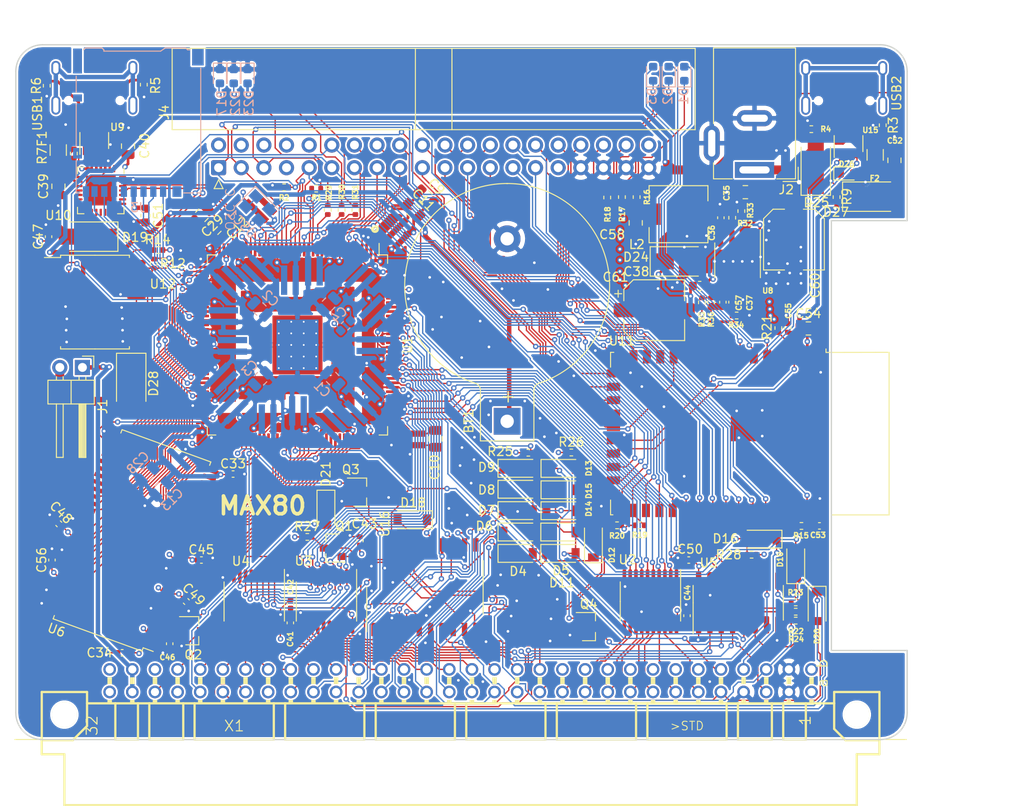
<source format=kicad_pcb>
(kicad_pcb (version 20171130) (host pcbnew 5.1.9-73d0e3b20d~88~ubuntu20.04.1)

  (general
    (thickness 1.6)
    (drawings 17)
    (tracks 3737)
    (zones 0)
    (modules 150)
    (nets 208)
  )

  (page A4)
  (title_block
    (title MAX80)
    (date 2021-01-31)
    (rev 0.01)
    (company "No name")
  )

  (layers
    (0 F.Cu signal)
    (1 In1.Cu signal)
    (2 In2.Cu signal)
    (31 B.Cu signal)
    (32 B.Adhes user)
    (33 F.Adhes user)
    (34 B.Paste user)
    (35 F.Paste user)
    (36 B.SilkS user)
    (37 F.SilkS user)
    (38 B.Mask user)
    (39 F.Mask user)
    (40 Dwgs.User user)
    (41 Cmts.User user)
    (42 Eco1.User user)
    (43 Eco2.User user)
    (44 Edge.Cuts user)
    (45 Margin user)
    (46 B.CrtYd user)
    (47 F.CrtYd user)
    (48 B.Fab user)
    (49 F.Fab user)
  )

  (setup
    (last_trace_width 0.15)
    (user_trace_width 0.3)
    (user_trace_width 0.5)
    (trace_clearance 0.15)
    (zone_clearance 0.2)
    (zone_45_only no)
    (trace_min 0.15)
    (via_size 0.6)
    (via_drill 0.3)
    (via_min_size 0.6)
    (via_min_drill 0.3)
    (uvia_size 0.3)
    (uvia_drill 0.1)
    (uvias_allowed no)
    (uvia_min_size 0.2)
    (uvia_min_drill 0.1)
    (edge_width 0.15)
    (segment_width 0.3)
    (pcb_text_width 0.3)
    (pcb_text_size 1.5 1.5)
    (mod_edge_width 0.15)
    (mod_text_size 1 1)
    (mod_text_width 0.15)
    (pad_size 2.6 1.6)
    (pad_drill 0)
    (pad_to_mask_clearance 0)
    (aux_axis_origin 0 0)
    (grid_origin 86.275 147.925)
    (visible_elements FFFFFF7F)
    (pcbplotparams
      (layerselection 0x010fc_ffffffff)
      (usegerberextensions false)
      (usegerberattributes true)
      (usegerberadvancedattributes true)
      (creategerberjobfile true)
      (excludeedgelayer true)
      (linewidth 0.100000)
      (plotframeref false)
      (viasonmask false)
      (mode 1)
      (useauxorigin false)
      (hpglpennumber 1)
      (hpglpenspeed 20)
      (hpglpendiameter 15.000000)
      (psnegative false)
      (psa4output false)
      (plotreference true)
      (plotvalue true)
      (plotinvisibletext false)
      (padsonsilk false)
      (subtractmaskfromsilk false)
      (outputformat 1)
      (mirror false)
      (drillshape 0)
      (scaleselection 1)
      (outputdirectory "abc80_gerber"))
  )

  (net 0 "")
  (net 1 VCC_ONE)
  (net 2 VCCA)
  (net 3 GND)
  (net 4 JTAGEN)
  (net 5 CLK0n)
  (net 6 +5V)
  (net 7 "Net-(R5-Pad2)")
  (net 8 "Net-(R6-Pad2)")
  (net 9 "Net-(R7-Pad1)")
  (net 10 "Net-(U10-Pad5)")
  (net 11 "Net-(U10-Pad4)")
  (net 12 "Net-(U9-Pad4)")
  (net 13 "Net-(U9-Pad6)")
  (net 14 "Net-(USB1-Pad13)")
  (net 15 "Net-(BT1-Pad1)")
  (net 16 /A4)
  (net 17 /A3)
  (net 18 /A2)
  (net 19 /A1)
  (net 20 /A0)
  (net 21 /IO0)
  (net 22 /IO3)
  (net 23 /IO4)
  (net 24 /IO5)
  (net 25 /IO6)
  (net 26 /IO7)
  (net 27 /WE)
  (net 28 /A11)
  (net 29 /IO9)
  (net 30 /A8)
  (net 31 /A7)
  (net 32 /A6)
  (net 33 /A5)
  (net 34 /A9)
  (net 35 /A10)
  (net 36 /A12)
  (net 37 /IO8)
  (net 38 /IO10)
  (net 39 /IO11)
  (net 40 /IO12)
  (net 41 /IO13)
  (net 42 /IO14)
  (net 43 /IO15)
  (net 44 /abc80bus/D7)
  (net 45 /abc80bus/D6)
  (net 46 /abc80bus/D5)
  (net 47 /abc80bus/D4)
  (net 48 /abc80bus/D3)
  (net 49 /abc80bus/D2)
  (net 50 /abc80bus/D1)
  (net 51 /abc80bus/D0)
  (net 52 /abc80bus/A8)
  (net 53 /abc80bus/A9)
  (net 54 /abc80bus/A10)
  (net 55 /abc80bus/A11)
  (net 56 /abc80bus/A12)
  (net 57 /abc80bus/A13)
  (net 58 /abc80bus/A14)
  (net 59 /abc80bus/A15)
  (net 60 /abc80bus/A7)
  (net 61 /abc80bus/A6)
  (net 62 /abc80bus/A5)
  (net 63 /abc80bus/A4)
  (net 64 /abc80bus/A3)
  (net 65 /abc80bus/A2)
  (net 66 /abc80bus/A1)
  (net 67 /abc80bus/A0)
  (net 68 /IO1)
  (net 69 /IO2)
  (net 70 /32KHZ)
  (net 71 /RTC_INT)
  (net 72 /abc80bus/ABC5V)
  (net 73 /SD_DAT1)
  (net 74 /SD_DAT2)
  (net 75 /SD_DAT3)
  (net 76 /SD_CMD)
  (net 77 /SD_CLK)
  (net 78 /SD_DAT0)
  (net 79 FPGA_TDI)
  (net 80 FPGA_TMS)
  (net 81 FPGA_TDO)
  (net 82 FPGA_TCK)
  (net 83 ABC_CLK_5)
  (net 84 /FPGA_SCL)
  (net 85 /FPGA_SDA)
  (net 86 FPGA_SPI_MISO)
  (net 87 FPGA_SPI_MOSI)
  (net 88 FPGA_SPI_CLK)
  (net 89 FGPA_SPI_CS_ESP32)
  (net 90 INT_ESP32)
  (net 91 "Net-(C53-Pad1)")
  (net 92 "Net-(F2-Pad2)")
  (net 93 ESP32_TDO)
  (net 94 ESP32_TCK)
  (net 95 ESP32_TMS)
  (net 96 ESP32_IO0)
  (net 97 ESP32_RXD)
  (net 98 ESP32_TXD)
  (net 99 ESP32_EN)
  (net 100 "Net-(R3-Pad2)")
  (net 101 "Net-(R4-Pad2)")
  (net 102 /ESP32/USB_D-)
  (net 103 /ESP32/USB_D+)
  (net 104 ESP32_TDI)
  (net 105 "Net-(U15-Pad6)")
  (net 106 "Net-(U15-Pad4)")
  (net 107 "Net-(USB2-Pad13)")
  (net 108 "Net-(D1-Pad2)")
  (net 109 "Net-(D1-Pad1)")
  (net 110 "Net-(D2-Pad2)")
  (net 111 "Net-(D2-Pad1)")
  (net 112 "Net-(D3-Pad2)")
  (net 113 "Net-(D3-Pad1)")
  (net 114 ESP32_SCL)
  (net 115 ESP32_SDA)
  (net 116 ESP32_CS2)
  (net 117 ESP32_CS0)
  (net 118 ESP32_MISO)
  (net 119 ESP32_SCK)
  (net 120 ESP32_MOSI)
  (net 121 ESP32_CS1)
  (net 122 /FPGA_USB_TXD)
  (net 123 /FPGA_USB_RXD)
  (net 124 /abc80bus/~XMEMW80)
  (net 125 /abc80bus/~CS)
  (net 126 /abc80bus/~C4)
  (net 127 /abc80bus/~C3)
  (net 128 /abc80bus/~C2)
  (net 129 /abc80bus/~C1)
  (net 130 /abc80bus/~OUT)
  (net 131 /abc80bus/~XOUT)
  (net 132 /abc80bus/~RST)
  (net 133 ~IORD)
  (net 134 /abc80bus/~XMEMFL)
  (net 135 /abc80bus/~XIN)
  (net 136 /abc80bus/~INP)
  (net 137 /abc80bus/~STATUS)
  (net 138 ~MEMRW)
  (net 139 "Net-(D18-Pad1)")
  (net 140 /abc80bus/~XINPSTB)
  (net 141 /abc80bus/~XOUTSTB)
  (net 142 /abc80bus/~XMEMW800)
  (net 143 ADSEL0)
  (net 144 ADSEL1)
  (net 145 "Net-(U3-Pad19)")
  (net 146 "Net-(U4-Pad19)")
  (net 147 /abc80bus/~INT)
  (net 148 ~IORW)
  (net 149 ~MEMRD)
  (net 150 AD0)
  (net 151 AD1)
  (net 152 AD2)
  (net 153 AD3)
  (net 154 AD4)
  (net 155 AD5)
  (net 156 AD6)
  (net 157 AD7)
  (net 158 O1)
  (net 159 O2)
  (net 160 /abc80bus/~RESIN)
  (net 161 /abc80bus/~XM)
  (net 162 /abc80bus/Y0)
  (net 163 /abc80bus/~Y0)
  (net 164 "Net-(D20-Pad1)")
  (net 165 "Net-(D21-Pad1)")
  (net 166 /FPGA_LED1)
  (net 167 /FPGA_LED2)
  (net 168 /FPGA_LED3)
  (net 169 "Net-(D17-Pad2)")
  (net 170 "Net-(D22-Pad2)")
  (net 171 "Net-(D23-Pad2)")
  (net 172 FPGA_GPIO3)
  (net 173 FPGA_GPIO2)
  (net 174 FPGA_GPIO1)
  (net 175 FPGA_GPIO0)
  (net 176 FPGA_GPIO5)
  (net 177 FPGA_GPIO4)
  (net 178 "Net-(C36-Pad1)")
  (net 179 "Net-(C37-Pad2)")
  (net 180 "Net-(C37-Pad1)")
  (net 181 "Net-(C38-Pad2)")
  (net 182 "Net-(R32-Pad2)")
  (net 183 "Net-(R35-Pad2)")
  (net 184 "Net-(C38-Pad1)")
  (net 185 /abc80bus/READY)
  (net 186 /abc80bus/~NMI)
  (net 187 "Net-(C35-Pad1)")
  (net 188 ~FPGA_READY)
  (net 189 FPGA_NMI)
  (net 190 "Net-(U1-Pad88)")
  (net 191 "Net-(C39-Pad2)")
  (net 192 "Net-(C52-Pad2)")
  (net 193 "Net-(D26-Pad2)")
  (net 194 FPGA_RESIN)
  (net 195 ABC_CLK_3)
  (net 196 "Net-(D19-Pad2)")
  (net 197 /DQMH)
  (net 198 /CLK)
  (net 199 /CKE)
  (net 200 /BA1)
  (net 201 /BA0)
  (net 202 /CS)
  (net 203 /RAS)
  (net 204 /CAS)
  (net 205 /DQML)
  (net 206 "Net-(D28-Pad2)")
  (net 207 "Net-(D25-Pad2)")

  (net_class Default "This is the default net class."
    (clearance 0.15)
    (trace_width 0.15)
    (via_dia 0.6)
    (via_drill 0.3)
    (uvia_dia 0.3)
    (uvia_drill 0.1)
    (add_net +5V)
    (add_net /32KHZ)
    (add_net /A0)
    (add_net /A1)
    (add_net /A10)
    (add_net /A11)
    (add_net /A12)
    (add_net /A2)
    (add_net /A3)
    (add_net /A4)
    (add_net /A5)
    (add_net /A6)
    (add_net /A7)
    (add_net /A8)
    (add_net /A9)
    (add_net /BA0)
    (add_net /BA1)
    (add_net /CAS)
    (add_net /CKE)
    (add_net /CLK)
    (add_net /CS)
    (add_net /DQMH)
    (add_net /DQML)
    (add_net /ESP32/USB_D+)
    (add_net /ESP32/USB_D-)
    (add_net /FPGA_LED1)
    (add_net /FPGA_LED2)
    (add_net /FPGA_LED3)
    (add_net /FPGA_SCL)
    (add_net /FPGA_SDA)
    (add_net /FPGA_USB_RXD)
    (add_net /FPGA_USB_TXD)
    (add_net /IO0)
    (add_net /IO1)
    (add_net /IO10)
    (add_net /IO11)
    (add_net /IO12)
    (add_net /IO13)
    (add_net /IO14)
    (add_net /IO15)
    (add_net /IO2)
    (add_net /IO3)
    (add_net /IO4)
    (add_net /IO5)
    (add_net /IO6)
    (add_net /IO7)
    (add_net /IO8)
    (add_net /IO9)
    (add_net /RAS)
    (add_net /RTC_INT)
    (add_net /SD_CLK)
    (add_net /SD_CMD)
    (add_net /SD_DAT0)
    (add_net /SD_DAT1)
    (add_net /SD_DAT2)
    (add_net /SD_DAT3)
    (add_net /WE)
    (add_net /abc80bus/A0)
    (add_net /abc80bus/A1)
    (add_net /abc80bus/A10)
    (add_net /abc80bus/A11)
    (add_net /abc80bus/A12)
    (add_net /abc80bus/A13)
    (add_net /abc80bus/A14)
    (add_net /abc80bus/A15)
    (add_net /abc80bus/A2)
    (add_net /abc80bus/A3)
    (add_net /abc80bus/A4)
    (add_net /abc80bus/A5)
    (add_net /abc80bus/A6)
    (add_net /abc80bus/A7)
    (add_net /abc80bus/A8)
    (add_net /abc80bus/A9)
    (add_net /abc80bus/ABC5V)
    (add_net /abc80bus/D0)
    (add_net /abc80bus/D1)
    (add_net /abc80bus/D2)
    (add_net /abc80bus/D3)
    (add_net /abc80bus/D4)
    (add_net /abc80bus/D5)
    (add_net /abc80bus/D6)
    (add_net /abc80bus/D7)
    (add_net /abc80bus/READY)
    (add_net /abc80bus/Y0)
    (add_net /abc80bus/~C1)
    (add_net /abc80bus/~C2)
    (add_net /abc80bus/~C3)
    (add_net /abc80bus/~C4)
    (add_net /abc80bus/~CS)
    (add_net /abc80bus/~INP)
    (add_net /abc80bus/~INT)
    (add_net /abc80bus/~NMI)
    (add_net /abc80bus/~OUT)
    (add_net /abc80bus/~RESIN)
    (add_net /abc80bus/~RST)
    (add_net /abc80bus/~STATUS)
    (add_net /abc80bus/~XIN)
    (add_net /abc80bus/~XINPSTB)
    (add_net /abc80bus/~XM)
    (add_net /abc80bus/~XMEMFL)
    (add_net /abc80bus/~XMEMW80)
    (add_net /abc80bus/~XMEMW800)
    (add_net /abc80bus/~XOUT)
    (add_net /abc80bus/~XOUTSTB)
    (add_net /abc80bus/~Y0)
    (add_net ABC_CLK_3)
    (add_net ABC_CLK_5)
    (add_net AD0)
    (add_net AD1)
    (add_net AD2)
    (add_net AD3)
    (add_net AD4)
    (add_net AD5)
    (add_net AD6)
    (add_net AD7)
    (add_net ADSEL0)
    (add_net ADSEL1)
    (add_net CLK0n)
    (add_net ESP32_CS0)
    (add_net ESP32_CS1)
    (add_net ESP32_CS2)
    (add_net ESP32_EN)
    (add_net ESP32_IO0)
    (add_net ESP32_MISO)
    (add_net ESP32_MOSI)
    (add_net ESP32_RXD)
    (add_net ESP32_SCK)
    (add_net ESP32_SCL)
    (add_net ESP32_SDA)
    (add_net ESP32_TCK)
    (add_net ESP32_TDI)
    (add_net ESP32_TDO)
    (add_net ESP32_TMS)
    (add_net ESP32_TXD)
    (add_net FGPA_SPI_CS_ESP32)
    (add_net FPGA_GPIO0)
    (add_net FPGA_GPIO1)
    (add_net FPGA_GPIO2)
    (add_net FPGA_GPIO3)
    (add_net FPGA_GPIO4)
    (add_net FPGA_GPIO5)
    (add_net FPGA_NMI)
    (add_net FPGA_RESIN)
    (add_net FPGA_SPI_CLK)
    (add_net FPGA_SPI_MISO)
    (add_net FPGA_SPI_MOSI)
    (add_net FPGA_TCK)
    (add_net FPGA_TDI)
    (add_net FPGA_TDO)
    (add_net FPGA_TMS)
    (add_net GND)
    (add_net INT_ESP32)
    (add_net JTAGEN)
    (add_net "Net-(BT1-Pad1)")
    (add_net "Net-(C35-Pad1)")
    (add_net "Net-(C36-Pad1)")
    (add_net "Net-(C37-Pad1)")
    (add_net "Net-(C37-Pad2)")
    (add_net "Net-(C38-Pad1)")
    (add_net "Net-(C38-Pad2)")
    (add_net "Net-(C39-Pad2)")
    (add_net "Net-(C52-Pad2)")
    (add_net "Net-(C53-Pad1)")
    (add_net "Net-(D1-Pad1)")
    (add_net "Net-(D1-Pad2)")
    (add_net "Net-(D17-Pad2)")
    (add_net "Net-(D18-Pad1)")
    (add_net "Net-(D19-Pad2)")
    (add_net "Net-(D2-Pad1)")
    (add_net "Net-(D2-Pad2)")
    (add_net "Net-(D20-Pad1)")
    (add_net "Net-(D21-Pad1)")
    (add_net "Net-(D22-Pad2)")
    (add_net "Net-(D23-Pad2)")
    (add_net "Net-(D25-Pad2)")
    (add_net "Net-(D26-Pad2)")
    (add_net "Net-(D28-Pad2)")
    (add_net "Net-(D3-Pad1)")
    (add_net "Net-(D3-Pad2)")
    (add_net "Net-(F2-Pad2)")
    (add_net "Net-(J4-Pad40)")
    (add_net "Net-(J4-Pad6)")
    (add_net "Net-(J4-Pad7)")
    (add_net "Net-(J4-Pad8)")
    (add_net "Net-(R3-Pad2)")
    (add_net "Net-(R32-Pad2)")
    (add_net "Net-(R35-Pad2)")
    (add_net "Net-(R4-Pad2)")
    (add_net "Net-(R5-Pad2)")
    (add_net "Net-(R6-Pad2)")
    (add_net "Net-(R7-Pad1)")
    (add_net "Net-(U1-Pad106)")
    (add_net "Net-(U1-Pad136)")
    (add_net "Net-(U1-Pad138)")
    (add_net "Net-(U1-Pad140)")
    (add_net "Net-(U1-Pad88)")
    (add_net "Net-(U10-Pad1)")
    (add_net "Net-(U10-Pad10)")
    (add_net "Net-(U10-Pad11)")
    (add_net "Net-(U10-Pad12)")
    (add_net "Net-(U10-Pad13)")
    (add_net "Net-(U10-Pad14)")
    (add_net "Net-(U10-Pad15)")
    (add_net "Net-(U10-Pad16)")
    (add_net "Net-(U10-Pad17)")
    (add_net "Net-(U10-Pad18)")
    (add_net "Net-(U10-Pad19)")
    (add_net "Net-(U10-Pad2)")
    (add_net "Net-(U10-Pad20)")
    (add_net "Net-(U10-Pad21)")
    (add_net "Net-(U10-Pad22)")
    (add_net "Net-(U10-Pad23)")
    (add_net "Net-(U10-Pad24)")
    (add_net "Net-(U10-Pad27)")
    (add_net "Net-(U10-Pad28)")
    (add_net "Net-(U10-Pad4)")
    (add_net "Net-(U10-Pad5)")
    (add_net "Net-(U11-Pad10)")
    (add_net "Net-(U11-Pad11)")
    (add_net "Net-(U11-Pad39)")
    (add_net "Net-(U11-Pad4)")
    (add_net "Net-(U11-Pad40)")
    (add_net "Net-(U12-Pad4)")
    (add_net "Net-(U15-Pad4)")
    (add_net "Net-(U15-Pad6)")
    (add_net "Net-(U16-Pad12)")
    (add_net "Net-(U16-Pad8)")
    (add_net "Net-(U3-Pad19)")
    (add_net "Net-(U4-Pad19)")
    (add_net "Net-(U5-Pad11)")
    (add_net "Net-(U5-Pad12)")
    (add_net "Net-(U5-Pad7)")
    (add_net "Net-(U6-Pad40)")
    (add_net "Net-(U9-Pad4)")
    (add_net "Net-(U9-Pad6)")
    (add_net "Net-(USB1-Pad13)")
    (add_net "Net-(USB1-Pad3)")
    (add_net "Net-(USB1-Pad5)")
    (add_net "Net-(USB1-Pad8)")
    (add_net "Net-(USB1-Pad9)")
    (add_net "Net-(USB2-Pad13)")
    (add_net "Net-(USB2-Pad3)")
    (add_net "Net-(USB2-Pad5)")
    (add_net "Net-(USB2-Pad8)")
    (add_net "Net-(USB2-Pad9)")
    (add_net "Net-(X1-PadA1)")
    (add_net "Net-(X1-PadA14)")
    (add_net "Net-(X1-PadA25)")
    (add_net "Net-(X1-PadA29)")
    (add_net "Net-(X1-PadA32)")
    (add_net "Net-(X1-PadB1)")
    (add_net "Net-(X1-PadB10)")
    (add_net "Net-(X1-PadB11)")
    (add_net "Net-(X1-PadB12)")
    (add_net "Net-(X1-PadB30)")
    (add_net "Net-(X1-PadB32)")
    (add_net "Net-(X1-PadB6)")
    (add_net "Net-(X1-PadB7)")
    (add_net "Net-(X1-PadB8)")
    (add_net "Net-(X1-PadB9)")
    (add_net O1)
    (add_net O2)
    (add_net VCCA)
    (add_net VCC_ONE)
    (add_net ~FPGA_READY)
    (add_net ~IORD)
    (add_net ~IORW)
    (add_net ~MEMRD)
    (add_net ~MEMRW)
  )

  (module Diode_SMD:D_SMA (layer F.Cu) (tedit 586432E5) (tstamp 6032CF27)
    (at 65.447 139.035 270)
    (descr "Diode SMA (DO-214AC)")
    (tags "Diode SMA (DO-214AC)")
    (path /6013B380/603612AB)
    (attr smd)
    (fp_text reference D28 (at 0 -2.5 90) (layer F.SilkS)
      (effects (font (size 1 1) (thickness 0.15)))
    )
    (fp_text value MBRA340T (at 0 2.6 90) (layer F.Fab)
      (effects (font (size 1 1) (thickness 0.15)))
    )
    (fp_line (start -3.4 -1.65) (end 2 -1.65) (layer F.SilkS) (width 0.12))
    (fp_line (start -3.4 1.65) (end 2 1.65) (layer F.SilkS) (width 0.12))
    (fp_line (start -0.64944 0.00102) (end 0.50118 -0.79908) (layer F.Fab) (width 0.1))
    (fp_line (start -0.64944 0.00102) (end 0.50118 0.75032) (layer F.Fab) (width 0.1))
    (fp_line (start 0.50118 0.75032) (end 0.50118 -0.79908) (layer F.Fab) (width 0.1))
    (fp_line (start -0.64944 -0.79908) (end -0.64944 0.80112) (layer F.Fab) (width 0.1))
    (fp_line (start 0.50118 0.00102) (end 1.4994 0.00102) (layer F.Fab) (width 0.1))
    (fp_line (start -0.64944 0.00102) (end -1.55114 0.00102) (layer F.Fab) (width 0.1))
    (fp_line (start -3.5 1.75) (end -3.5 -1.75) (layer F.CrtYd) (width 0.05))
    (fp_line (start 3.5 1.75) (end -3.5 1.75) (layer F.CrtYd) (width 0.05))
    (fp_line (start 3.5 -1.75) (end 3.5 1.75) (layer F.CrtYd) (width 0.05))
    (fp_line (start -3.5 -1.75) (end 3.5 -1.75) (layer F.CrtYd) (width 0.05))
    (fp_line (start 2.3 -1.5) (end -2.3 -1.5) (layer F.Fab) (width 0.1))
    (fp_line (start 2.3 -1.5) (end 2.3 1.5) (layer F.Fab) (width 0.1))
    (fp_line (start -2.3 1.5) (end -2.3 -1.5) (layer F.Fab) (width 0.1))
    (fp_line (start 2.3 1.5) (end -2.3 1.5) (layer F.Fab) (width 0.1))
    (fp_line (start -3.4 -1.65) (end -3.4 1.65) (layer F.SilkS) (width 0.12))
    (fp_text user %R (at 0 -2.5 90) (layer F.Fab)
      (effects (font (size 1 1) (thickness 0.15)))
    )
    (pad 2 smd rect (at 2 0 270) (size 2.5 1.8) (layers F.Cu F.Paste F.Mask)
      (net 206 "Net-(D28-Pad2)"))
    (pad 1 smd rect (at -2 0 270) (size 2.5 1.8) (layers F.Cu F.Paste F.Mask)
      (net 6 +5V))
    (model ${KISYS3DMOD}/Diode_SMD.3dshapes/D_SMA.wrl
      (at (xyz 0 0 0))
      (scale (xyz 1 1 1))
      (rotate (xyz 0 0 0))
    )
  )

  (module Capacitor_SMD:C_0402_1005Metric (layer F.Cu) (tedit 5F68FEEE) (tstamp 603AB2EA)
    (at 56.557 158.847 90)
    (descr "Capacitor SMD 0402 (1005 Metric), square (rectangular) end terminal, IPC_7351 nominal, (Body size source: IPC-SM-782 page 76, https://www.pcb-3d.com/wordpress/wp-content/uploads/ipc-sm-782a_amendment_1_and_2.pdf), generated with kicad-footprint-generator")
    (tags capacitor)
    (path /6091A70C)
    (attr smd)
    (fp_text reference C56 (at 0 -1.16 90) (layer F.SilkS)
      (effects (font (size 1 1) (thickness 0.15)))
    )
    (fp_text value 100nF (at 0 1.16 90) (layer F.Fab)
      (effects (font (size 1 1) (thickness 0.15)))
    )
    (fp_line (start 0.91 0.46) (end -0.91 0.46) (layer F.CrtYd) (width 0.05))
    (fp_line (start 0.91 -0.46) (end 0.91 0.46) (layer F.CrtYd) (width 0.05))
    (fp_line (start -0.91 -0.46) (end 0.91 -0.46) (layer F.CrtYd) (width 0.05))
    (fp_line (start -0.91 0.46) (end -0.91 -0.46) (layer F.CrtYd) (width 0.05))
    (fp_line (start -0.107836 0.36) (end 0.107836 0.36) (layer F.SilkS) (width 0.12))
    (fp_line (start -0.107836 -0.36) (end 0.107836 -0.36) (layer F.SilkS) (width 0.12))
    (fp_line (start 0.5 0.25) (end -0.5 0.25) (layer F.Fab) (width 0.1))
    (fp_line (start 0.5 -0.25) (end 0.5 0.25) (layer F.Fab) (width 0.1))
    (fp_line (start -0.5 -0.25) (end 0.5 -0.25) (layer F.Fab) (width 0.1))
    (fp_line (start -0.5 0.25) (end -0.5 -0.25) (layer F.Fab) (width 0.1))
    (fp_text user %R (at 0 0 90) (layer F.Fab)
      (effects (font (size 0.25 0.25) (thickness 0.04)))
    )
    (pad 2 smd roundrect (at 0.48 0 90) (size 0.56 0.62) (layers F.Cu F.Paste F.Mask) (roundrect_rratio 0.25)
      (net 3 GND))
    (pad 1 smd roundrect (at -0.48 0 90) (size 0.56 0.62) (layers F.Cu F.Paste F.Mask) (roundrect_rratio 0.25)
      (net 1 VCC_ONE))
    (model ${KISYS3DMOD}/Capacitor_SMD.3dshapes/C_0402_1005Metric.wrl
      (at (xyz 0 0 0))
      (scale (xyz 1 1 1))
      (rotate (xyz 0 0 0))
    )
  )

  (module Capacitor_SMD:C_0402_1005Metric (layer F.Cu) (tedit 5F68FEEE) (tstamp 603AB1B9)
    (at 69.765 168.245 270)
    (descr "Capacitor SMD 0402 (1005 Metric), square (rectangular) end terminal, IPC_7351 nominal, (Body size source: IPC-SM-782 page 76, https://www.pcb-3d.com/wordpress/wp-content/uploads/ipc-sm-782a_amendment_1_and_2.pdf), generated with kicad-footprint-generator")
    (tags capacitor)
    (path /60932F0E)
    (attr smd)
    (fp_text reference C46 (at 1.524 0.254 180) (layer F.SilkS)
      (effects (font (size 0.6 0.6) (thickness 0.15)))
    )
    (fp_text value 100nF (at 0 1.16 90) (layer F.Fab)
      (effects (font (size 1 1) (thickness 0.15)))
    )
    (fp_line (start 0.91 0.46) (end -0.91 0.46) (layer F.CrtYd) (width 0.05))
    (fp_line (start 0.91 -0.46) (end 0.91 0.46) (layer F.CrtYd) (width 0.05))
    (fp_line (start -0.91 -0.46) (end 0.91 -0.46) (layer F.CrtYd) (width 0.05))
    (fp_line (start -0.91 0.46) (end -0.91 -0.46) (layer F.CrtYd) (width 0.05))
    (fp_line (start -0.107836 0.36) (end 0.107836 0.36) (layer F.SilkS) (width 0.12))
    (fp_line (start -0.107836 -0.36) (end 0.107836 -0.36) (layer F.SilkS) (width 0.12))
    (fp_line (start 0.5 0.25) (end -0.5 0.25) (layer F.Fab) (width 0.1))
    (fp_line (start 0.5 -0.25) (end 0.5 0.25) (layer F.Fab) (width 0.1))
    (fp_line (start -0.5 -0.25) (end 0.5 -0.25) (layer F.Fab) (width 0.1))
    (fp_line (start -0.5 0.25) (end -0.5 -0.25) (layer F.Fab) (width 0.1))
    (fp_text user %R (at 0 0 90) (layer F.Fab)
      (effects (font (size 0.25 0.25) (thickness 0.04)))
    )
    (pad 2 smd roundrect (at 0.48 0 270) (size 0.56 0.62) (layers F.Cu F.Paste F.Mask) (roundrect_rratio 0.25)
      (net 3 GND))
    (pad 1 smd roundrect (at -0.48 0 270) (size 0.56 0.62) (layers F.Cu F.Paste F.Mask) (roundrect_rratio 0.25)
      (net 1 VCC_ONE))
    (model ${KISYS3DMOD}/Capacitor_SMD.3dshapes/C_0402_1005Metric.wrl
      (at (xyz 0 0 0))
      (scale (xyz 1 1 1))
      (rotate (xyz 0 0 0))
    )
  )

  (module Capacitor_SMD:C_0402_1005Metric (layer F.Cu) (tedit 5F68FEEE) (tstamp 603AB1A8)
    (at 73.321 158.847)
    (descr "Capacitor SMD 0402 (1005 Metric), square (rectangular) end terminal, IPC_7351 nominal, (Body size source: IPC-SM-782 page 76, https://www.pcb-3d.com/wordpress/wp-content/uploads/ipc-sm-782a_amendment_1_and_2.pdf), generated with kicad-footprint-generator")
    (tags capacitor)
    (path /6094CE83)
    (attr smd)
    (fp_text reference C45 (at 0 -1.16) (layer F.SilkS)
      (effects (font (size 1 1) (thickness 0.15)))
    )
    (fp_text value 100nF (at 0 1.16) (layer F.Fab)
      (effects (font (size 1 1) (thickness 0.15)))
    )
    (fp_line (start 0.91 0.46) (end -0.91 0.46) (layer F.CrtYd) (width 0.05))
    (fp_line (start 0.91 -0.46) (end 0.91 0.46) (layer F.CrtYd) (width 0.05))
    (fp_line (start -0.91 -0.46) (end 0.91 -0.46) (layer F.CrtYd) (width 0.05))
    (fp_line (start -0.91 0.46) (end -0.91 -0.46) (layer F.CrtYd) (width 0.05))
    (fp_line (start -0.107836 0.36) (end 0.107836 0.36) (layer F.SilkS) (width 0.12))
    (fp_line (start -0.107836 -0.36) (end 0.107836 -0.36) (layer F.SilkS) (width 0.12))
    (fp_line (start 0.5 0.25) (end -0.5 0.25) (layer F.Fab) (width 0.1))
    (fp_line (start 0.5 -0.25) (end 0.5 0.25) (layer F.Fab) (width 0.1))
    (fp_line (start -0.5 -0.25) (end 0.5 -0.25) (layer F.Fab) (width 0.1))
    (fp_line (start -0.5 0.25) (end -0.5 -0.25) (layer F.Fab) (width 0.1))
    (fp_text user %R (at 0 0) (layer F.Fab)
      (effects (font (size 0.25 0.25) (thickness 0.04)))
    )
    (pad 2 smd roundrect (at 0.48 0) (size 0.56 0.62) (layers F.Cu F.Paste F.Mask) (roundrect_rratio 0.25)
      (net 3 GND))
    (pad 1 smd roundrect (at -0.48 0) (size 0.56 0.62) (layers F.Cu F.Paste F.Mask) (roundrect_rratio 0.25)
      (net 1 VCC_ONE))
    (model ${KISYS3DMOD}/Capacitor_SMD.3dshapes/C_0402_1005Metric.wrl
      (at (xyz 0 0 0))
      (scale (xyz 1 1 1))
      (rotate (xyz 0 0 0))
    )
  )

  (module Capacitor_SMD:C_0402_1005Metric (layer F.Cu) (tedit 5F68FEEE) (tstamp 603AC9A5)
    (at 64.431 169.261 180)
    (descr "Capacitor SMD 0402 (1005 Metric), square (rectangular) end terminal, IPC_7351 nominal, (Body size source: IPC-SM-782 page 76, https://www.pcb-3d.com/wordpress/wp-content/uploads/ipc-sm-782a_amendment_1_and_2.pdf), generated with kicad-footprint-generator")
    (tags capacitor)
    (path /6097D4FE)
    (attr smd)
    (fp_text reference C34 (at 2.54 0) (layer F.SilkS)
      (effects (font (size 1 1) (thickness 0.15)))
    )
    (fp_text value 100nF (at 0 1.16) (layer F.Fab)
      (effects (font (size 1 1) (thickness 0.15)))
    )
    (fp_line (start 0.91 0.46) (end -0.91 0.46) (layer F.CrtYd) (width 0.05))
    (fp_line (start 0.91 -0.46) (end 0.91 0.46) (layer F.CrtYd) (width 0.05))
    (fp_line (start -0.91 -0.46) (end 0.91 -0.46) (layer F.CrtYd) (width 0.05))
    (fp_line (start -0.91 0.46) (end -0.91 -0.46) (layer F.CrtYd) (width 0.05))
    (fp_line (start -0.107836 0.36) (end 0.107836 0.36) (layer F.SilkS) (width 0.12))
    (fp_line (start -0.107836 -0.36) (end 0.107836 -0.36) (layer F.SilkS) (width 0.12))
    (fp_line (start 0.5 0.25) (end -0.5 0.25) (layer F.Fab) (width 0.1))
    (fp_line (start 0.5 -0.25) (end 0.5 0.25) (layer F.Fab) (width 0.1))
    (fp_line (start -0.5 -0.25) (end 0.5 -0.25) (layer F.Fab) (width 0.1))
    (fp_line (start -0.5 0.25) (end -0.5 -0.25) (layer F.Fab) (width 0.1))
    (fp_text user %R (at 0 0) (layer F.Fab)
      (effects (font (size 0.25 0.25) (thickness 0.04)))
    )
    (pad 2 smd roundrect (at 0.48 0 180) (size 0.56 0.62) (layers F.Cu F.Paste F.Mask) (roundrect_rratio 0.25)
      (net 3 GND))
    (pad 1 smd roundrect (at -0.48 0 180) (size 0.56 0.62) (layers F.Cu F.Paste F.Mask) (roundrect_rratio 0.25)
      (net 1 VCC_ONE))
    (model ${KISYS3DMOD}/Capacitor_SMD.3dshapes/C_0402_1005Metric.wrl
      (at (xyz 0 0 0))
      (scale (xyz 1 1 1))
      (rotate (xyz 0 0 0))
    )
  )

  (module Capacitor_SMD:C_0402_1005Metric (layer F.Cu) (tedit 5F68FEEE) (tstamp 603AB046)
    (at 76.877 149.195)
    (descr "Capacitor SMD 0402 (1005 Metric), square (rectangular) end terminal, IPC_7351 nominal, (Body size source: IPC-SM-782 page 76, https://www.pcb-3d.com/wordpress/wp-content/uploads/ipc-sm-782a_amendment_1_and_2.pdf), generated with kicad-footprint-generator")
    (tags capacitor)
    (path /60997E09)
    (attr smd)
    (fp_text reference C33 (at 0 -1.16) (layer F.SilkS)
      (effects (font (size 1 1) (thickness 0.15)))
    )
    (fp_text value 100nF (at 0 1.16) (layer F.Fab)
      (effects (font (size 1 1) (thickness 0.15)))
    )
    (fp_line (start 0.91 0.46) (end -0.91 0.46) (layer F.CrtYd) (width 0.05))
    (fp_line (start 0.91 -0.46) (end 0.91 0.46) (layer F.CrtYd) (width 0.05))
    (fp_line (start -0.91 -0.46) (end 0.91 -0.46) (layer F.CrtYd) (width 0.05))
    (fp_line (start -0.91 0.46) (end -0.91 -0.46) (layer F.CrtYd) (width 0.05))
    (fp_line (start -0.107836 0.36) (end 0.107836 0.36) (layer F.SilkS) (width 0.12))
    (fp_line (start -0.107836 -0.36) (end 0.107836 -0.36) (layer F.SilkS) (width 0.12))
    (fp_line (start 0.5 0.25) (end -0.5 0.25) (layer F.Fab) (width 0.1))
    (fp_line (start 0.5 -0.25) (end 0.5 0.25) (layer F.Fab) (width 0.1))
    (fp_line (start -0.5 -0.25) (end 0.5 -0.25) (layer F.Fab) (width 0.1))
    (fp_line (start -0.5 0.25) (end -0.5 -0.25) (layer F.Fab) (width 0.1))
    (fp_text user %R (at 0 0) (layer F.Fab)
      (effects (font (size 0.25 0.25) (thickness 0.04)))
    )
    (pad 2 smd roundrect (at 0.48 0) (size 0.56 0.62) (layers F.Cu F.Paste F.Mask) (roundrect_rratio 0.25)
      (net 3 GND))
    (pad 1 smd roundrect (at -0.48 0) (size 0.56 0.62) (layers F.Cu F.Paste F.Mask) (roundrect_rratio 0.25)
      (net 1 VCC_ONE))
    (model ${KISYS3DMOD}/Capacitor_SMD.3dshapes/C_0402_1005Metric.wrl
      (at (xyz 0 0 0))
      (scale (xyz 1 1 1))
      (rotate (xyz 0 0 0))
    )
  )

  (module Package_SO:TSOP-II-54_22.2x10.16mm_P0.8mm (layer F.Cu) (tedit 5B589EC7) (tstamp 60346482)
    (at 65.535 156.645 160)
    (descr "54-lead TSOP typ II package")
    (tags "TSOPII TSOP2")
    (path /604F9283)
    (attr smd)
    (fp_text reference U6 (at 4.513002 -12.365253 160) (layer F.SilkS)
      (effects (font (size 1 1) (thickness 0.15)))
    )
    (fp_text value MT48LC16M16A2P-6A (at 0 12.5 160) (layer F.Fab)
      (effects (font (size 0.85 0.85) (thickness 0.15)))
    )
    (fp_line (start -4.08 -11.11) (end 5.08 -11.11) (layer F.Fab) (width 0.1))
    (fp_line (start 5.08 -11.11) (end 5.08 11.11) (layer F.Fab) (width 0.1))
    (fp_line (start 5.08 11.11) (end -5.08 11.11) (layer F.Fab) (width 0.1))
    (fp_line (start -5.08 11.11) (end -5.08 -10.11) (layer F.Fab) (width 0.1))
    (fp_line (start -4.08 -11.11) (end -5.08 -10.11) (layer F.Fab) (width 0.1))
    (fp_line (start -6.5 -10.9) (end -5.3 -10.9) (layer F.SilkS) (width 0.12))
    (fp_line (start -5.3 -10.9) (end -5.3 -11.3) (layer F.SilkS) (width 0.12))
    (fp_line (start -5.3 -11.3) (end 5.3 -11.3) (layer F.SilkS) (width 0.12))
    (fp_line (start -5.3 11.3) (end 5.3 11.3) (layer F.SilkS) (width 0.12))
    (fp_line (start 5.3 -11.3) (end 5.3 -10.9) (layer F.SilkS) (width 0.12))
    (fp_line (start 5.3 10.9) (end 5.3 11.3) (layer F.SilkS) (width 0.12))
    (fp_line (start -5.3 10.9) (end -5.3 11.3) (layer F.SilkS) (width 0.12))
    (fp_line (start -6.76 -11.36) (end 6.76 -11.36) (layer F.CrtYd) (width 0.05))
    (fp_line (start 6.76 -11.36) (end 6.76 11.36) (layer F.CrtYd) (width 0.05))
    (fp_line (start 6.76 11.36) (end -6.76 11.36) (layer F.CrtYd) (width 0.05))
    (fp_line (start -6.76 -11.36) (end -6.76 11.36) (layer F.CrtYd) (width 0.05))
    (fp_text user %R (at 0 0 160) (layer F.Fab)
      (effects (font (size 1 1) (thickness 0.15)))
    )
    (pad 54 smd rect (at 5.75 -10.4 160) (size 1.51 0.458) (layers F.Cu F.Paste F.Mask)
      (net 3 GND))
    (pad 53 smd rect (at 5.75 -9.6 160) (size 1.51 0.458) (layers F.Cu F.Paste F.Mask)
      (net 43 /IO15))
    (pad 52 smd rect (at 5.75 -8.8 160) (size 1.51 0.458) (layers F.Cu F.Paste F.Mask)
      (net 3 GND))
    (pad 51 smd rect (at 5.75 -8 160) (size 1.51 0.458) (layers F.Cu F.Paste F.Mask)
      (net 42 /IO14))
    (pad 50 smd rect (at 5.75 -7.2 160) (size 1.51 0.458) (layers F.Cu F.Paste F.Mask)
      (net 41 /IO13))
    (pad 49 smd rect (at 5.75 -6.4 160) (size 1.51 0.458) (layers F.Cu F.Paste F.Mask)
      (net 1 VCC_ONE))
    (pad 48 smd rect (at 5.75 -5.6 160) (size 1.51 0.458) (layers F.Cu F.Paste F.Mask)
      (net 40 /IO12))
    (pad 47 smd rect (at 5.75 -4.8 160) (size 1.51 0.458) (layers F.Cu F.Paste F.Mask)
      (net 39 /IO11))
    (pad 46 smd rect (at 5.75 -4 160) (size 1.51 0.458) (layers F.Cu F.Paste F.Mask)
      (net 3 GND))
    (pad 45 smd rect (at 5.75 -3.2 160) (size 1.51 0.458) (layers F.Cu F.Paste F.Mask)
      (net 38 /IO10))
    (pad 44 smd rect (at 5.75 -2.4 160) (size 1.51 0.458) (layers F.Cu F.Paste F.Mask)
      (net 29 /IO9))
    (pad 43 smd rect (at 5.75 -1.6 160) (size 1.51 0.458) (layers F.Cu F.Paste F.Mask)
      (net 1 VCC_ONE))
    (pad 42 smd rect (at 5.75 -0.8 160) (size 1.51 0.458) (layers F.Cu F.Paste F.Mask)
      (net 37 /IO8))
    (pad 41 smd rect (at 5.75 0 160) (size 1.51 0.458) (layers F.Cu F.Paste F.Mask)
      (net 3 GND))
    (pad 40 smd rect (at 5.75 0.8 160) (size 1.51 0.458) (layers F.Cu F.Paste F.Mask))
    (pad 39 smd rect (at 5.75 1.6 160) (size 1.51 0.458) (layers F.Cu F.Paste F.Mask)
      (net 197 /DQMH))
    (pad 38 smd rect (at 5.75 2.4 160) (size 1.51 0.458) (layers F.Cu F.Paste F.Mask)
      (net 198 /CLK))
    (pad 37 smd rect (at 5.75 3.2 160) (size 1.51 0.458) (layers F.Cu F.Paste F.Mask)
      (net 199 /CKE))
    (pad 36 smd rect (at 5.75 4 160) (size 1.51 0.458) (layers F.Cu F.Paste F.Mask)
      (net 36 /A12))
    (pad 35 smd rect (at 5.75 4.8 160) (size 1.51 0.458) (layers F.Cu F.Paste F.Mask)
      (net 28 /A11))
    (pad 34 smd rect (at 5.75 5.6 160) (size 1.51 0.458) (layers F.Cu F.Paste F.Mask)
      (net 34 /A9))
    (pad 33 smd rect (at 5.75 6.4 160) (size 1.51 0.458) (layers F.Cu F.Paste F.Mask)
      (net 30 /A8))
    (pad 32 smd rect (at 5.75 7.2 160) (size 1.51 0.458) (layers F.Cu F.Paste F.Mask)
      (net 31 /A7))
    (pad 31 smd rect (at 5.75 8 160) (size 1.51 0.458) (layers F.Cu F.Paste F.Mask)
      (net 32 /A6))
    (pad 30 smd rect (at 5.75 8.8 160) (size 1.51 0.458) (layers F.Cu F.Paste F.Mask)
      (net 33 /A5))
    (pad 29 smd rect (at 5.75 9.6 160) (size 1.51 0.458) (layers F.Cu F.Paste F.Mask)
      (net 16 /A4))
    (pad 28 smd rect (at 5.75 10.4 160) (size 1.51 0.458) (layers F.Cu F.Paste F.Mask)
      (net 3 GND))
    (pad 27 smd rect (at -5.75 10.4 160) (size 1.51 0.458) (layers F.Cu F.Paste F.Mask)
      (net 1 VCC_ONE))
    (pad 26 smd rect (at -5.75 9.6 160) (size 1.51 0.458) (layers F.Cu F.Paste F.Mask)
      (net 17 /A3))
    (pad 25 smd rect (at -5.75 8.8 160) (size 1.51 0.458) (layers F.Cu F.Paste F.Mask)
      (net 18 /A2))
    (pad 24 smd rect (at -5.75 8 160) (size 1.51 0.458) (layers F.Cu F.Paste F.Mask)
      (net 19 /A1))
    (pad 23 smd rect (at -5.75 7.2 160) (size 1.51 0.458) (layers F.Cu F.Paste F.Mask)
      (net 20 /A0))
    (pad 22 smd rect (at -5.75 6.4 160) (size 1.51 0.458) (layers F.Cu F.Paste F.Mask)
      (net 35 /A10))
    (pad 21 smd rect (at -5.75 5.6 160) (size 1.51 0.458) (layers F.Cu F.Paste F.Mask)
      (net 200 /BA1))
    (pad 20 smd rect (at -5.75 4.8 160) (size 1.51 0.458) (layers F.Cu F.Paste F.Mask)
      (net 201 /BA0))
    (pad 19 smd rect (at -5.75 4 160) (size 1.51 0.458) (layers F.Cu F.Paste F.Mask)
      (net 202 /CS))
    (pad 18 smd rect (at -5.75 3.2 160) (size 1.51 0.458) (layers F.Cu F.Paste F.Mask)
      (net 203 /RAS))
    (pad 17 smd rect (at -5.75 2.4 160) (size 1.51 0.458) (layers F.Cu F.Paste F.Mask)
      (net 204 /CAS))
    (pad 16 smd rect (at -5.75 1.6 160) (size 1.51 0.458) (layers F.Cu F.Paste F.Mask)
      (net 27 /WE))
    (pad 15 smd rect (at -5.75 0.8 160) (size 1.51 0.458) (layers F.Cu F.Paste F.Mask)
      (net 205 /DQML))
    (pad 14 smd rect (at -5.75 0 160) (size 1.51 0.458) (layers F.Cu F.Paste F.Mask)
      (net 1 VCC_ONE))
    (pad 13 smd rect (at -5.75 -0.8 160) (size 1.51 0.458) (layers F.Cu F.Paste F.Mask)
      (net 26 /IO7))
    (pad 12 smd rect (at -5.75 -1.6 160) (size 1.51 0.458) (layers F.Cu F.Paste F.Mask)
      (net 3 GND))
    (pad 11 smd rect (at -5.75 -2.4 160) (size 1.51 0.458) (layers F.Cu F.Paste F.Mask)
      (net 25 /IO6))
    (pad 10 smd rect (at -5.75 -3.2 160) (size 1.51 0.458) (layers F.Cu F.Paste F.Mask)
      (net 24 /IO5))
    (pad 9 smd rect (at -5.75 -4 160) (size 1.51 0.458) (layers F.Cu F.Paste F.Mask)
      (net 1 VCC_ONE))
    (pad 8 smd rect (at -5.75 -4.8 160) (size 1.51 0.458) (layers F.Cu F.Paste F.Mask)
      (net 23 /IO4))
    (pad 7 smd rect (at -5.75 -5.6 160) (size 1.51 0.458) (layers F.Cu F.Paste F.Mask)
      (net 22 /IO3))
    (pad 6 smd rect (at -5.75 -6.4 160) (size 1.51 0.458) (layers F.Cu F.Paste F.Mask)
      (net 3 GND))
    (pad 5 smd rect (at -5.75 -7.2 160) (size 1.51 0.458) (layers F.Cu F.Paste F.Mask)
      (net 69 /IO2))
    (pad 4 smd rect (at -5.75 -8 160) (size 1.51 0.458) (layers F.Cu F.Paste F.Mask)
      (net 68 /IO1))
    (pad 3 smd rect (at -5.75 -8.8 160) (size 1.51 0.458) (layers F.Cu F.Paste F.Mask)
      (net 1 VCC_ONE))
    (pad 2 smd rect (at -5.75 -9.6 160) (size 1.51 0.458) (layers F.Cu F.Paste F.Mask)
      (net 21 /IO0))
    (pad 1 smd rect (at -5.75 -10.4 160) (size 1.51 0.458) (layers F.Cu F.Paste F.Mask)
      (net 1 VCC_ONE))
    (model ${KISYS3DMOD}/Package_SO.3dshapes/TSOP-II-54_22.2x10.16mm_P0.8mm.wrl
      (at (xyz 0 0 0))
      (scale (xyz 1 1 1))
      (rotate (xyz 0 0 0))
    )
  )

  (module Connector_PinHeader_2.54mm:PinHeader_1x02_P2.54mm_Horizontal (layer F.Cu) (tedit 59FED5CB) (tstamp 6032D4AA)
    (at 59.975 137.225 270)
    (descr "Through hole angled pin header, 1x02, 2.54mm pitch, 6mm pin length, single row")
    (tags "Through hole angled pin header THT 1x02 2.54mm single row")
    (path /6013B380/603FB6A3)
    (fp_text reference J1 (at 4.385 -2.27 90) (layer F.SilkS)
      (effects (font (size 1 1) (thickness 0.15)))
    )
    (fp_text value Conn_01x02_Male (at 4.385 4.81 90) (layer F.Fab)
      (effects (font (size 1 1) (thickness 0.15)))
    )
    (fp_line (start 10.55 -1.8) (end -1.8 -1.8) (layer F.CrtYd) (width 0.05))
    (fp_line (start 10.55 4.35) (end 10.55 -1.8) (layer F.CrtYd) (width 0.05))
    (fp_line (start -1.8 4.35) (end 10.55 4.35) (layer F.CrtYd) (width 0.05))
    (fp_line (start -1.8 -1.8) (end -1.8 4.35) (layer F.CrtYd) (width 0.05))
    (fp_line (start -1.27 -1.27) (end 0 -1.27) (layer F.SilkS) (width 0.12))
    (fp_line (start -1.27 0) (end -1.27 -1.27) (layer F.SilkS) (width 0.12))
    (fp_line (start 1.042929 2.92) (end 1.44 2.92) (layer F.SilkS) (width 0.12))
    (fp_line (start 1.042929 2.16) (end 1.44 2.16) (layer F.SilkS) (width 0.12))
    (fp_line (start 10.1 2.92) (end 4.1 2.92) (layer F.SilkS) (width 0.12))
    (fp_line (start 10.1 2.16) (end 10.1 2.92) (layer F.SilkS) (width 0.12))
    (fp_line (start 4.1 2.16) (end 10.1 2.16) (layer F.SilkS) (width 0.12))
    (fp_line (start 1.44 1.27) (end 4.1 1.27) (layer F.SilkS) (width 0.12))
    (fp_line (start 1.11 0.38) (end 1.44 0.38) (layer F.SilkS) (width 0.12))
    (fp_line (start 1.11 -0.38) (end 1.44 -0.38) (layer F.SilkS) (width 0.12))
    (fp_line (start 4.1 0.28) (end 10.1 0.28) (layer F.SilkS) (width 0.12))
    (fp_line (start 4.1 0.16) (end 10.1 0.16) (layer F.SilkS) (width 0.12))
    (fp_line (start 4.1 0.04) (end 10.1 0.04) (layer F.SilkS) (width 0.12))
    (fp_line (start 4.1 -0.08) (end 10.1 -0.08) (layer F.SilkS) (width 0.12))
    (fp_line (start 4.1 -0.2) (end 10.1 -0.2) (layer F.SilkS) (width 0.12))
    (fp_line (start 4.1 -0.32) (end 10.1 -0.32) (layer F.SilkS) (width 0.12))
    (fp_line (start 10.1 0.38) (end 4.1 0.38) (layer F.SilkS) (width 0.12))
    (fp_line (start 10.1 -0.38) (end 10.1 0.38) (layer F.SilkS) (width 0.12))
    (fp_line (start 4.1 -0.38) (end 10.1 -0.38) (layer F.SilkS) (width 0.12))
    (fp_line (start 4.1 -1.33) (end 1.44 -1.33) (layer F.SilkS) (width 0.12))
    (fp_line (start 4.1 3.87) (end 4.1 -1.33) (layer F.SilkS) (width 0.12))
    (fp_line (start 1.44 3.87) (end 4.1 3.87) (layer F.SilkS) (width 0.12))
    (fp_line (start 1.44 -1.33) (end 1.44 3.87) (layer F.SilkS) (width 0.12))
    (fp_line (start 4.04 2.86) (end 10.04 2.86) (layer F.Fab) (width 0.1))
    (fp_line (start 10.04 2.22) (end 10.04 2.86) (layer F.Fab) (width 0.1))
    (fp_line (start 4.04 2.22) (end 10.04 2.22) (layer F.Fab) (width 0.1))
    (fp_line (start -0.32 2.86) (end 1.5 2.86) (layer F.Fab) (width 0.1))
    (fp_line (start -0.32 2.22) (end -0.32 2.86) (layer F.Fab) (width 0.1))
    (fp_line (start -0.32 2.22) (end 1.5 2.22) (layer F.Fab) (width 0.1))
    (fp_line (start 4.04 0.32) (end 10.04 0.32) (layer F.Fab) (width 0.1))
    (fp_line (start 10.04 -0.32) (end 10.04 0.32) (layer F.Fab) (width 0.1))
    (fp_line (start 4.04 -0.32) (end 10.04 -0.32) (layer F.Fab) (width 0.1))
    (fp_line (start -0.32 0.32) (end 1.5 0.32) (layer F.Fab) (width 0.1))
    (fp_line (start -0.32 -0.32) (end -0.32 0.32) (layer F.Fab) (width 0.1))
    (fp_line (start -0.32 -0.32) (end 1.5 -0.32) (layer F.Fab) (width 0.1))
    (fp_line (start 1.5 -0.635) (end 2.135 -1.27) (layer F.Fab) (width 0.1))
    (fp_line (start 1.5 3.81) (end 1.5 -0.635) (layer F.Fab) (width 0.1))
    (fp_line (start 4.04 3.81) (end 1.5 3.81) (layer F.Fab) (width 0.1))
    (fp_line (start 4.04 -1.27) (end 4.04 3.81) (layer F.Fab) (width 0.1))
    (fp_line (start 2.135 -1.27) (end 4.04 -1.27) (layer F.Fab) (width 0.1))
    (fp_text user %R (at 2.77 1.27) (layer F.Fab)
      (effects (font (size 1 1) (thickness 0.15)))
    )
    (pad 2 thru_hole oval (at 0 2.54 270) (size 1.7 1.7) (drill 1) (layers *.Cu *.Mask)
      (net 206 "Net-(D28-Pad2)"))
    (pad 1 thru_hole rect (at 0 0 270) (size 1.7 1.7) (drill 1) (layers *.Cu *.Mask)
      (net 72 /abc80bus/ABC5V))
    (model ${KISYS3DMOD}/Connector_PinHeader_2.54mm.3dshapes/PinHeader_1x02_P2.54mm_Horizontal.wrl
      (at (xyz 0 0 0))
      (scale (xyz 1 1 1))
      (rotate (xyz 0 0 0))
    )
  )

  (module Diode_SMD:D_SMA (layer F.Cu) (tedit 586432E5) (tstamp 60323018)
    (at 148.655 118.055)
    (descr "Diode SMA (DO-214AC)")
    (tags "Diode SMA (DO-214AC)")
    (path /602159BB/6032D6A5)
    (attr smd)
    (fp_text reference D27 (at -4.14 1.74) (layer F.SilkS)
      (effects (font (size 1 1) (thickness 0.15)))
    )
    (fp_text value MBRA340T (at 0 2.6) (layer F.Fab)
      (effects (font (size 1 1) (thickness 0.15)))
    )
    (fp_line (start -3.4 -1.65) (end -3.4 1.65) (layer F.SilkS) (width 0.12))
    (fp_line (start 2.3 1.5) (end -2.3 1.5) (layer F.Fab) (width 0.1))
    (fp_line (start -2.3 1.5) (end -2.3 -1.5) (layer F.Fab) (width 0.1))
    (fp_line (start 2.3 -1.5) (end 2.3 1.5) (layer F.Fab) (width 0.1))
    (fp_line (start 2.3 -1.5) (end -2.3 -1.5) (layer F.Fab) (width 0.1))
    (fp_line (start -3.5 -1.75) (end 3.5 -1.75) (layer F.CrtYd) (width 0.05))
    (fp_line (start 3.5 -1.75) (end 3.5 1.75) (layer F.CrtYd) (width 0.05))
    (fp_line (start 3.5 1.75) (end -3.5 1.75) (layer F.CrtYd) (width 0.05))
    (fp_line (start -3.5 1.75) (end -3.5 -1.75) (layer F.CrtYd) (width 0.05))
    (fp_line (start -0.64944 0.00102) (end -1.55114 0.00102) (layer F.Fab) (width 0.1))
    (fp_line (start 0.50118 0.00102) (end 1.4994 0.00102) (layer F.Fab) (width 0.1))
    (fp_line (start -0.64944 -0.79908) (end -0.64944 0.80112) (layer F.Fab) (width 0.1))
    (fp_line (start 0.50118 0.75032) (end 0.50118 -0.79908) (layer F.Fab) (width 0.1))
    (fp_line (start -0.64944 0.00102) (end 0.50118 0.75032) (layer F.Fab) (width 0.1))
    (fp_line (start -0.64944 0.00102) (end 0.50118 -0.79908) (layer F.Fab) (width 0.1))
    (fp_line (start -3.4 1.65) (end 2 1.65) (layer F.SilkS) (width 0.12))
    (fp_line (start -3.4 -1.65) (end 2 -1.65) (layer F.SilkS) (width 0.12))
    (fp_text user %R (at 0 -2.5) (layer F.Fab)
      (effects (font (size 1 1) (thickness 0.15)))
    )
    (pad 2 smd rect (at 2 0) (size 2.5 1.8) (layers F.Cu F.Paste F.Mask)
      (net 192 "Net-(C52-Pad2)"))
    (pad 1 smd rect (at -2 0) (size 2.5 1.8) (layers F.Cu F.Paste F.Mask)
      (net 6 +5V))
    (model ${KISYS3DMOD}/Diode_SMD.3dshapes/D_SMA.wrl
      (at (xyz 0 0 0))
      (scale (xyz 1 1 1))
      (rotate (xyz 0 0 0))
    )
  )

  (module Diode_SMD:D_SMA (layer F.Cu) (tedit 586432E5) (tstamp 60322ED8)
    (at 60.555 122.545 180)
    (descr "Diode SMA (DO-214AC)")
    (tags "Diode SMA (DO-214AC)")
    (path /601569F0/60325B03)
    (attr smd)
    (fp_text reference D19 (at -5.31 -0.07) (layer F.SilkS)
      (effects (font (size 1 1) (thickness 0.15)))
    )
    (fp_text value MBRA340T (at 0 2.6) (layer F.Fab)
      (effects (font (size 1 1) (thickness 0.15)))
    )
    (fp_line (start -3.4 -1.65) (end -3.4 1.65) (layer F.SilkS) (width 0.12))
    (fp_line (start 2.3 1.5) (end -2.3 1.5) (layer F.Fab) (width 0.1))
    (fp_line (start -2.3 1.5) (end -2.3 -1.5) (layer F.Fab) (width 0.1))
    (fp_line (start 2.3 -1.5) (end 2.3 1.5) (layer F.Fab) (width 0.1))
    (fp_line (start 2.3 -1.5) (end -2.3 -1.5) (layer F.Fab) (width 0.1))
    (fp_line (start -3.5 -1.75) (end 3.5 -1.75) (layer F.CrtYd) (width 0.05))
    (fp_line (start 3.5 -1.75) (end 3.5 1.75) (layer F.CrtYd) (width 0.05))
    (fp_line (start 3.5 1.75) (end -3.5 1.75) (layer F.CrtYd) (width 0.05))
    (fp_line (start -3.5 1.75) (end -3.5 -1.75) (layer F.CrtYd) (width 0.05))
    (fp_line (start -0.64944 0.00102) (end -1.55114 0.00102) (layer F.Fab) (width 0.1))
    (fp_line (start 0.50118 0.00102) (end 1.4994 0.00102) (layer F.Fab) (width 0.1))
    (fp_line (start -0.64944 -0.79908) (end -0.64944 0.80112) (layer F.Fab) (width 0.1))
    (fp_line (start 0.50118 0.75032) (end 0.50118 -0.79908) (layer F.Fab) (width 0.1))
    (fp_line (start -0.64944 0.00102) (end 0.50118 0.75032) (layer F.Fab) (width 0.1))
    (fp_line (start -0.64944 0.00102) (end 0.50118 -0.79908) (layer F.Fab) (width 0.1))
    (fp_line (start -3.4 1.65) (end 2 1.65) (layer F.SilkS) (width 0.12))
    (fp_line (start -3.4 -1.65) (end 2 -1.65) (layer F.SilkS) (width 0.12))
    (pad 2 smd rect (at 2 0 180) (size 2.5 1.8) (layers F.Cu F.Paste F.Mask)
      (net 196 "Net-(D19-Pad2)"))
    (pad 1 smd rect (at -2 0 180) (size 2.5 1.8) (layers F.Cu F.Paste F.Mask)
      (net 6 +5V))
    (model ${KISYS3DMOD}/Diode_SMD.3dshapes/D_SMA.wrl
      (at (xyz 0 0 0))
      (scale (xyz 1 1 1))
      (rotate (xyz 0 0 0))
    )
  )

  (module Package_TO_SOT_SMD:SOT-23 (layer F.Cu) (tedit 5A02FF57) (tstamp 6021E332)
    (at 116.775 166.325)
    (descr "SOT-23, Standard")
    (tags SOT-23)
    (path /6013B380/60285B62)
    (attr smd)
    (fp_text reference Q4 (at 0 -2.5) (layer F.SilkS)
      (effects (font (size 1 1) (thickness 0.15)))
    )
    (fp_text value AO3400A (at 0 2.5) (layer F.Fab)
      (effects (font (size 1 1) (thickness 0.15)))
    )
    (fp_line (start -0.7 -0.95) (end -0.7 1.5) (layer F.Fab) (width 0.1))
    (fp_line (start -0.15 -1.52) (end 0.7 -1.52) (layer F.Fab) (width 0.1))
    (fp_line (start -0.7 -0.95) (end -0.15 -1.52) (layer F.Fab) (width 0.1))
    (fp_line (start 0.7 -1.52) (end 0.7 1.52) (layer F.Fab) (width 0.1))
    (fp_line (start -0.7 1.52) (end 0.7 1.52) (layer F.Fab) (width 0.1))
    (fp_line (start 0.76 1.58) (end 0.76 0.65) (layer F.SilkS) (width 0.12))
    (fp_line (start 0.76 -1.58) (end 0.76 -0.65) (layer F.SilkS) (width 0.12))
    (fp_line (start -1.7 -1.75) (end 1.7 -1.75) (layer F.CrtYd) (width 0.05))
    (fp_line (start 1.7 -1.75) (end 1.7 1.75) (layer F.CrtYd) (width 0.05))
    (fp_line (start 1.7 1.75) (end -1.7 1.75) (layer F.CrtYd) (width 0.05))
    (fp_line (start -1.7 1.75) (end -1.7 -1.75) (layer F.CrtYd) (width 0.05))
    (fp_line (start 0.76 -1.58) (end -1.4 -1.58) (layer F.SilkS) (width 0.12))
    (fp_line (start 0.76 1.58) (end -0.7 1.58) (layer F.SilkS) (width 0.12))
    (fp_text user %R (at 0 0 90) (layer F.Fab)
      (effects (font (size 0.5 0.5) (thickness 0.075)))
    )
    (pad 3 smd rect (at 1 0) (size 0.9 0.8) (layers F.Cu F.Paste F.Mask)
      (net 160 /abc80bus/~RESIN))
    (pad 2 smd rect (at -1 0.95) (size 0.9 0.8) (layers F.Cu F.Paste F.Mask)
      (net 3 GND))
    (pad 1 smd rect (at -1 -0.95) (size 0.9 0.8) (layers F.Cu F.Paste F.Mask)
      (net 194 FPGA_RESIN))
    (model ${KISYS3DMOD}/Package_TO_SOT_SMD.3dshapes/SOT-23.wrl
      (at (xyz 0 0 0))
      (scale (xyz 1 1 1))
      (rotate (xyz 0 0 0))
    )
  )

  (module Resistor_SMD:R_0402_1005Metric (layer F.Cu) (tedit 5F68FEEE) (tstamp 6020EA01)
    (at 144.585 118.105 90)
    (descr "Resistor SMD 0402 (1005 Metric), square (rectangular) end terminal, IPC_7351 nominal, (Body size source: IPC-SM-782 page 72, https://www.pcb-3d.com/wordpress/wp-content/uploads/ipc-sm-782a_amendment_1_and_2.pdf), generated with kicad-footprint-generator")
    (tags resistor)
    (path /6013A59C/6024D9C9)
    (attr smd)
    (fp_text reference R9 (at 0.05 1.15 90) (layer F.SilkS)
      (effects (font (size 1 1) (thickness 0.15)))
    )
    (fp_text value 1k (at 0 1.17 90) (layer F.Fab)
      (effects (font (size 1 1) (thickness 0.15)))
    )
    (fp_line (start 0.93 0.47) (end -0.93 0.47) (layer F.CrtYd) (width 0.05))
    (fp_line (start 0.93 -0.47) (end 0.93 0.47) (layer F.CrtYd) (width 0.05))
    (fp_line (start -0.93 -0.47) (end 0.93 -0.47) (layer F.CrtYd) (width 0.05))
    (fp_line (start -0.93 0.47) (end -0.93 -0.47) (layer F.CrtYd) (width 0.05))
    (fp_line (start -0.153641 0.38) (end 0.153641 0.38) (layer F.SilkS) (width 0.12))
    (fp_line (start -0.153641 -0.38) (end 0.153641 -0.38) (layer F.SilkS) (width 0.12))
    (fp_line (start 0.525 0.27) (end -0.525 0.27) (layer F.Fab) (width 0.1))
    (fp_line (start 0.525 -0.27) (end 0.525 0.27) (layer F.Fab) (width 0.1))
    (fp_line (start -0.525 -0.27) (end 0.525 -0.27) (layer F.Fab) (width 0.1))
    (fp_line (start -0.525 0.27) (end -0.525 -0.27) (layer F.Fab) (width 0.1))
    (fp_text user %R (at 0 0 90) (layer F.Fab)
      (effects (font (size 0.26 0.26) (thickness 0.04)))
    )
    (pad 2 smd roundrect (at 0.51 0 90) (size 0.54 0.64) (layers F.Cu F.Paste F.Mask) (roundrect_rratio 0.25)
      (net 193 "Net-(D26-Pad2)"))
    (pad 1 smd roundrect (at -0.51 0 90) (size 0.54 0.64) (layers F.Cu F.Paste F.Mask) (roundrect_rratio 0.25)
      (net 1 VCC_ONE))
    (model ${KISYS3DMOD}/Resistor_SMD.3dshapes/R_0402_1005Metric.wrl
      (at (xyz 0 0 0))
      (scale (xyz 1 1 1))
      (rotate (xyz 0 0 0))
    )
  )

  (module LED_SMD:LED_0603_1608Metric (layer F.Cu) (tedit 5F68FEF1) (tstamp 6020FB48)
    (at 145.755 115.455)
    (descr "LED SMD 0603 (1608 Metric), square (rectangular) end terminal, IPC_7351 nominal, (Body size source: http://www.tortai-tech.com/upload/download/2011102023233369053.pdf), generated with kicad-footprint-generator")
    (tags LED)
    (path /6013A59C/6024C492)
    (attr smd)
    (fp_text reference D26 (at -0.04 -1.07) (layer F.SilkS)
      (effects (font (size 0.6 0.6) (thickness 0.15)))
    )
    (fp_text value LED-B (at 0 1.43) (layer F.Fab)
      (effects (font (size 1 1) (thickness 0.15)))
    )
    (fp_line (start 1.48 0.73) (end -1.48 0.73) (layer F.CrtYd) (width 0.05))
    (fp_line (start 1.48 -0.73) (end 1.48 0.73) (layer F.CrtYd) (width 0.05))
    (fp_line (start -1.48 -0.73) (end 1.48 -0.73) (layer F.CrtYd) (width 0.05))
    (fp_line (start -1.48 0.73) (end -1.48 -0.73) (layer F.CrtYd) (width 0.05))
    (fp_line (start -1.485 0.735) (end 0.8 0.735) (layer F.SilkS) (width 0.12))
    (fp_line (start -1.485 -0.735) (end -1.485 0.735) (layer F.SilkS) (width 0.12))
    (fp_line (start 0.8 -0.735) (end -1.485 -0.735) (layer F.SilkS) (width 0.12))
    (fp_line (start 0.8 0.4) (end 0.8 -0.4) (layer F.Fab) (width 0.1))
    (fp_line (start -0.8 0.4) (end 0.8 0.4) (layer F.Fab) (width 0.1))
    (fp_line (start -0.8 -0.1) (end -0.8 0.4) (layer F.Fab) (width 0.1))
    (fp_line (start -0.5 -0.4) (end -0.8 -0.1) (layer F.Fab) (width 0.1))
    (fp_line (start 0.8 -0.4) (end -0.5 -0.4) (layer F.Fab) (width 0.1))
    (fp_text user %R (at 0 0) (layer F.Fab)
      (effects (font (size 0.4 0.4) (thickness 0.06)))
    )
    (pad 2 smd roundrect (at 0.7875 0) (size 0.875 0.95) (layers F.Cu F.Paste F.Mask) (roundrect_rratio 0.25)
      (net 193 "Net-(D26-Pad2)"))
    (pad 1 smd roundrect (at -0.7875 0) (size 0.875 0.95) (layers F.Cu F.Paste F.Mask) (roundrect_rratio 0.25)
      (net 3 GND))
    (model ${KISYS3DMOD}/LED_SMD.3dshapes/LED_0603_1608Metric.wrl
      (at (xyz 0 0 0))
      (scale (xyz 1 1 1))
      (rotate (xyz 0 0 0))
    )
  )

  (module Capacitor_SMD:CP_Elec_6.3x5.4 (layer F.Cu) (tedit 5BCA39D0) (tstamp 60206C2E)
    (at 124.125 130.8)
    (descr "SMD capacitor, aluminum electrolytic, Panasonic C55, 6.3x5.4mm")
    (tags "capacitor electrolytic")
    (path /6013A59C/602A7E22)
    (attr smd)
    (fp_text reference C61 (at -4.34 -3.715) (layer F.SilkS)
      (effects (font (size 1 1) (thickness 0.15)))
    )
    (fp_text value 220uF (at 0 4.35) (layer F.Fab)
      (effects (font (size 1 1) (thickness 0.15)))
    )
    (fp_circle (center 0 0) (end 3.15 0) (layer F.Fab) (width 0.1))
    (fp_line (start 3.3 -3.3) (end 3.3 3.3) (layer F.Fab) (width 0.1))
    (fp_line (start -2.3 -3.3) (end 3.3 -3.3) (layer F.Fab) (width 0.1))
    (fp_line (start -2.3 3.3) (end 3.3 3.3) (layer F.Fab) (width 0.1))
    (fp_line (start -3.3 -2.3) (end -3.3 2.3) (layer F.Fab) (width 0.1))
    (fp_line (start -3.3 -2.3) (end -2.3 -3.3) (layer F.Fab) (width 0.1))
    (fp_line (start -3.3 2.3) (end -2.3 3.3) (layer F.Fab) (width 0.1))
    (fp_line (start -2.704838 -1.33) (end -2.074838 -1.33) (layer F.Fab) (width 0.1))
    (fp_line (start -2.389838 -1.645) (end -2.389838 -1.015) (layer F.Fab) (width 0.1))
    (fp_line (start 3.41 3.41) (end 3.41 1.06) (layer F.SilkS) (width 0.12))
    (fp_line (start 3.41 -3.41) (end 3.41 -1.06) (layer F.SilkS) (width 0.12))
    (fp_line (start -2.345563 -3.41) (end 3.41 -3.41) (layer F.SilkS) (width 0.12))
    (fp_line (start -2.345563 3.41) (end 3.41 3.41) (layer F.SilkS) (width 0.12))
    (fp_line (start -3.41 2.345563) (end -3.41 1.06) (layer F.SilkS) (width 0.12))
    (fp_line (start -3.41 -2.345563) (end -3.41 -1.06) (layer F.SilkS) (width 0.12))
    (fp_line (start -3.41 -2.345563) (end -2.345563 -3.41) (layer F.SilkS) (width 0.12))
    (fp_line (start -3.41 2.345563) (end -2.345563 3.41) (layer F.SilkS) (width 0.12))
    (fp_line (start -4.4375 -1.8475) (end -3.65 -1.8475) (layer F.SilkS) (width 0.12))
    (fp_line (start -4.04375 -2.24125) (end -4.04375 -1.45375) (layer F.SilkS) (width 0.12))
    (fp_line (start 3.55 -3.55) (end 3.55 -1.05) (layer F.CrtYd) (width 0.05))
    (fp_line (start 3.55 -1.05) (end 4.8 -1.05) (layer F.CrtYd) (width 0.05))
    (fp_line (start 4.8 -1.05) (end 4.8 1.05) (layer F.CrtYd) (width 0.05))
    (fp_line (start 4.8 1.05) (end 3.55 1.05) (layer F.CrtYd) (width 0.05))
    (fp_line (start 3.55 1.05) (end 3.55 3.55) (layer F.CrtYd) (width 0.05))
    (fp_line (start -2.4 3.55) (end 3.55 3.55) (layer F.CrtYd) (width 0.05))
    (fp_line (start -2.4 -3.55) (end 3.55 -3.55) (layer F.CrtYd) (width 0.05))
    (fp_line (start -3.55 2.4) (end -2.4 3.55) (layer F.CrtYd) (width 0.05))
    (fp_line (start -3.55 -2.4) (end -2.4 -3.55) (layer F.CrtYd) (width 0.05))
    (fp_line (start -3.55 -2.4) (end -3.55 -1.05) (layer F.CrtYd) (width 0.05))
    (fp_line (start -3.55 1.05) (end -3.55 2.4) (layer F.CrtYd) (width 0.05))
    (fp_line (start -3.55 -1.05) (end -4.8 -1.05) (layer F.CrtYd) (width 0.05))
    (fp_line (start -4.8 -1.05) (end -4.8 1.05) (layer F.CrtYd) (width 0.05))
    (fp_line (start -4.8 1.05) (end -3.55 1.05) (layer F.CrtYd) (width 0.05))
    (fp_text user %R (at 0 0) (layer F.Fab)
      (effects (font (size 1 1) (thickness 0.15)))
    )
    (pad 2 smd roundrect (at 2.8 0) (size 3.5 1.6) (layers F.Cu F.Paste F.Mask) (roundrect_rratio 0.15625)
      (net 3 GND))
    (pad 1 smd roundrect (at -2.8 0) (size 3.5 1.6) (layers F.Cu F.Paste F.Mask) (roundrect_rratio 0.15625)
      (net 1 VCC_ONE))
    (model ${KISYS3DMOD}/Capacitor_SMD.3dshapes/CP_Elec_6.3x5.4.wrl
      (at (xyz 0 0 0))
      (scale (xyz 1 1 1))
      (rotate (xyz 0 0 0))
    )
  )

  (module Capacitor_SMD:CP_Elec_6.3x5.4 (layer F.Cu) (tedit 5BCA39D0) (tstamp 601FE47A)
    (at 139.8 122.875 270)
    (descr "SMD capacitor, aluminum electrolytic, Panasonic C55, 6.3x5.4mm")
    (tags "capacitor electrolytic")
    (path /6013A59C/602A83A7)
    (attr smd)
    (fp_text reference C60 (at 5.15 -2.375 90) (layer F.SilkS)
      (effects (font (size 1 1) (thickness 0.15)))
    )
    (fp_text value 220uF (at 0 4.35 90) (layer F.Fab)
      (effects (font (size 1 1) (thickness 0.15)))
    )
    (fp_circle (center 0 0) (end 3.15 0) (layer F.Fab) (width 0.1))
    (fp_line (start 3.3 -3.3) (end 3.3 3.3) (layer F.Fab) (width 0.1))
    (fp_line (start -2.3 -3.3) (end 3.3 -3.3) (layer F.Fab) (width 0.1))
    (fp_line (start -2.3 3.3) (end 3.3 3.3) (layer F.Fab) (width 0.1))
    (fp_line (start -3.3 -2.3) (end -3.3 2.3) (layer F.Fab) (width 0.1))
    (fp_line (start -3.3 -2.3) (end -2.3 -3.3) (layer F.Fab) (width 0.1))
    (fp_line (start -3.3 2.3) (end -2.3 3.3) (layer F.Fab) (width 0.1))
    (fp_line (start -2.704838 -1.33) (end -2.074838 -1.33) (layer F.Fab) (width 0.1))
    (fp_line (start -2.389838 -1.645) (end -2.389838 -1.015) (layer F.Fab) (width 0.1))
    (fp_line (start 3.41 3.41) (end 3.41 1.06) (layer F.SilkS) (width 0.12))
    (fp_line (start 3.41 -3.41) (end 3.41 -1.06) (layer F.SilkS) (width 0.12))
    (fp_line (start -2.345563 -3.41) (end 3.41 -3.41) (layer F.SilkS) (width 0.12))
    (fp_line (start -2.345563 3.41) (end 3.41 3.41) (layer F.SilkS) (width 0.12))
    (fp_line (start -3.41 2.345563) (end -3.41 1.06) (layer F.SilkS) (width 0.12))
    (fp_line (start -3.41 -2.345563) (end -3.41 -1.06) (layer F.SilkS) (width 0.12))
    (fp_line (start -3.41 -2.345563) (end -2.345563 -3.41) (layer F.SilkS) (width 0.12))
    (fp_line (start -3.41 2.345563) (end -2.345563 3.41) (layer F.SilkS) (width 0.12))
    (fp_line (start -4.4375 -1.8475) (end -3.65 -1.8475) (layer F.SilkS) (width 0.12))
    (fp_line (start -4.04375 -2.24125) (end -4.04375 -1.45375) (layer F.SilkS) (width 0.12))
    (fp_line (start 3.55 -3.55) (end 3.55 -1.05) (layer F.CrtYd) (width 0.05))
    (fp_line (start 3.55 -1.05) (end 4.8 -1.05) (layer F.CrtYd) (width 0.05))
    (fp_line (start 4.8 -1.05) (end 4.8 1.05) (layer F.CrtYd) (width 0.05))
    (fp_line (start 4.8 1.05) (end 3.55 1.05) (layer F.CrtYd) (width 0.05))
    (fp_line (start 3.55 1.05) (end 3.55 3.55) (layer F.CrtYd) (width 0.05))
    (fp_line (start -2.4 3.55) (end 3.55 3.55) (layer F.CrtYd) (width 0.05))
    (fp_line (start -2.4 -3.55) (end 3.55 -3.55) (layer F.CrtYd) (width 0.05))
    (fp_line (start -3.55 2.4) (end -2.4 3.55) (layer F.CrtYd) (width 0.05))
    (fp_line (start -3.55 -2.4) (end -2.4 -3.55) (layer F.CrtYd) (width 0.05))
    (fp_line (start -3.55 -2.4) (end -3.55 -1.05) (layer F.CrtYd) (width 0.05))
    (fp_line (start -3.55 1.05) (end -3.55 2.4) (layer F.CrtYd) (width 0.05))
    (fp_line (start -3.55 -1.05) (end -4.8 -1.05) (layer F.CrtYd) (width 0.05))
    (fp_line (start -4.8 -1.05) (end -4.8 1.05) (layer F.CrtYd) (width 0.05))
    (fp_line (start -4.8 1.05) (end -3.55 1.05) (layer F.CrtYd) (width 0.05))
    (fp_text user %R (at 0 0 90) (layer F.Fab)
      (effects (font (size 1 1) (thickness 0.15)))
    )
    (pad 2 smd roundrect (at 2.8 0 270) (size 3.5 1.6) (layers F.Cu F.Paste F.Mask) (roundrect_rratio 0.15625)
      (net 3 GND))
    (pad 1 smd roundrect (at -2.8 0 270) (size 3.5 1.6) (layers F.Cu F.Paste F.Mask) (roundrect_rratio 0.15625)
      (net 187 "Net-(C35-Pad1)"))
    (model ${KISYS3DMOD}/Capacitor_SMD.3dshapes/CP_Elec_6.3x5.4.wrl
      (at (xyz 0 0 0))
      (scale (xyz 1 1 1))
      (rotate (xyz 0 0 0))
    )
  )

  (module Capacitor_SMD:C_0805_2012Metric (layer F.Cu) (tedit 5F68FEEE) (tstamp 60240E0A)
    (at 73.375 120.15 225)
    (descr "Capacitor SMD 0805 (2012 Metric), square (rectangular) end terminal, IPC_7351 nominal, (Body size source: IPC-SM-782 page 76, https://www.pcb-3d.com/wordpress/wp-content/uploads/ipc-sm-782a_amendment_1_and_2.pdf, https://docs.google.com/spreadsheets/d/1BsfQQcO9C6DZCsRaXUlFlo91Tg2WpOkGARC1WS5S8t0/edit?usp=sharing), generated with kicad-footprint-generator")
    (tags capacitor)
    (path /57BBEF6F)
    (attr smd)
    (fp_text reference C29 (at 0 -1.68 45) (layer F.SilkS)
      (effects (font (size 1 1) (thickness 0.15)))
    )
    (fp_text value 47uF (at 0 1.68 45) (layer F.Fab)
      (effects (font (size 1 1) (thickness 0.15)))
    )
    (fp_line (start -1 0.625) (end -1 -0.625) (layer F.Fab) (width 0.1))
    (fp_line (start -1 -0.625) (end 1 -0.625) (layer F.Fab) (width 0.1))
    (fp_line (start 1 -0.625) (end 1 0.625) (layer F.Fab) (width 0.1))
    (fp_line (start 1 0.625) (end -1 0.625) (layer F.Fab) (width 0.1))
    (fp_line (start -0.261252 -0.735) (end 0.261252 -0.735) (layer F.SilkS) (width 0.12))
    (fp_line (start -0.261252 0.735) (end 0.261252 0.735) (layer F.SilkS) (width 0.12))
    (fp_line (start -1.7 0.98) (end -1.7 -0.98) (layer F.CrtYd) (width 0.05))
    (fp_line (start -1.7 -0.98) (end 1.7 -0.98) (layer F.CrtYd) (width 0.05))
    (fp_line (start 1.7 -0.98) (end 1.7 0.98) (layer F.CrtYd) (width 0.05))
    (fp_line (start 1.7 0.98) (end -1.7 0.98) (layer F.CrtYd) (width 0.05))
    (fp_text user %R (at 0 0 45) (layer F.Fab)
      (effects (font (size 0.5 0.5) (thickness 0.08)))
    )
    (pad 2 smd roundrect (at 0.95 0 225) (size 1 1.45) (layers F.Cu F.Paste F.Mask) (roundrect_rratio 0.25)
      (net 1 VCC_ONE))
    (pad 1 smd roundrect (at -0.95 0 225) (size 1 1.45) (layers F.Cu F.Paste F.Mask) (roundrect_rratio 0.25)
      (net 3 GND))
    (model ${KISYS3DMOD}/Capacitor_SMD.3dshapes/C_0805_2012Metric.wrl
      (at (xyz 0 0 0))
      (scale (xyz 1 1 1))
      (rotate (xyz 0 0 0))
    )
  )

  (module Capacitor_SMD:C_0805_2012Metric (layer B.Cu) (tedit 5F68FEEE) (tstamp 6012B32A)
    (at 67.225 149.195 45)
    (descr "Capacitor SMD 0805 (2012 Metric), square (rectangular) end terminal, IPC_7351 nominal, (Body size source: IPC-SM-782 page 76, https://www.pcb-3d.com/wordpress/wp-content/uploads/ipc-sm-782a_amendment_1_and_2.pdf, https://docs.google.com/spreadsheets/d/1BsfQQcO9C6DZCsRaXUlFlo91Tg2WpOkGARC1WS5S8t0/edit?usp=sharing), generated with kicad-footprint-generator")
    (tags capacitor)
    (path /57BBEDBF)
    (attr smd)
    (fp_text reference C28 (at 0.179605 -1.616446 225) (layer B.SilkS)
      (effects (font (size 1 1) (thickness 0.15)) (justify mirror))
    )
    (fp_text value 47uF (at 0 -1.679999 225) (layer B.Fab)
      (effects (font (size 1 1) (thickness 0.15)) (justify mirror))
    )
    (fp_line (start -1 -0.625) (end -1 0.625) (layer B.Fab) (width 0.1))
    (fp_line (start -1 0.625) (end 1 0.625) (layer B.Fab) (width 0.1))
    (fp_line (start 1 0.625) (end 1 -0.625) (layer B.Fab) (width 0.1))
    (fp_line (start 1 -0.625) (end -1 -0.625) (layer B.Fab) (width 0.1))
    (fp_line (start -0.261252 0.735) (end 0.261252 0.735) (layer B.SilkS) (width 0.12))
    (fp_line (start -0.261252 -0.735) (end 0.261252 -0.735) (layer B.SilkS) (width 0.12))
    (fp_line (start -1.7 -0.98) (end -1.7 0.98) (layer B.CrtYd) (width 0.05))
    (fp_line (start -1.7 0.98) (end 1.7 0.98) (layer B.CrtYd) (width 0.05))
    (fp_line (start 1.7 0.98) (end 1.7 -0.98) (layer B.CrtYd) (width 0.05))
    (fp_line (start 1.7 -0.98) (end -1.7 -0.98) (layer B.CrtYd) (width 0.05))
    (fp_text user %R (at 0 0 225) (layer B.Fab)
      (effects (font (size 0.5 0.5) (thickness 0.08)) (justify mirror))
    )
    (pad 2 smd roundrect (at 0.95 0 45) (size 1 1.45) (layers B.Cu B.Paste B.Mask) (roundrect_rratio 0.25)
      (net 1 VCC_ONE))
    (pad 1 smd roundrect (at -0.95 0 45) (size 1 1.45) (layers B.Cu B.Paste B.Mask) (roundrect_rratio 0.25)
      (net 3 GND))
    (model ${KISYS3DMOD}/Capacitor_SMD.3dshapes/C_0805_2012Metric.wrl
      (at (xyz 0 0 0))
      (scale (xyz 1 1 1))
      (rotate (xyz 0 0 0))
    )
  )

  (module Capacitor_SMD:C_0805_2012Metric (layer B.Cu) (tedit 5F68FEEE) (tstamp 6039244F)
    (at 68.839249 150.882751 45)
    (descr "Capacitor SMD 0805 (2012 Metric), square (rectangular) end terminal, IPC_7351 nominal, (Body size source: IPC-SM-782 page 76, https://www.pcb-3d.com/wordpress/wp-content/uploads/ipc-sm-782a_amendment_1_and_2.pdf, https://docs.google.com/spreadsheets/d/1BsfQQcO9C6DZCsRaXUlFlo91Tg2WpOkGARC1WS5S8t0/edit?usp=sharing), generated with kicad-footprint-generator")
    (tags capacitor)
    (path /57BB0661)
    (attr smd)
    (fp_text reference C13 (at 0 1.679999 225) (layer B.SilkS)
      (effects (font (size 1 1) (thickness 0.15)) (justify mirror))
    )
    (fp_text value 47uF (at 0 -1.679999 225) (layer B.Fab)
      (effects (font (size 1 1) (thickness 0.15)) (justify mirror))
    )
    (fp_line (start -1 -0.625) (end -1 0.625) (layer B.Fab) (width 0.1))
    (fp_line (start -1 0.625) (end 1 0.625) (layer B.Fab) (width 0.1))
    (fp_line (start 1 0.625) (end 1 -0.625) (layer B.Fab) (width 0.1))
    (fp_line (start 1 -0.625) (end -1 -0.625) (layer B.Fab) (width 0.1))
    (fp_line (start -0.261252 0.735) (end 0.261252 0.735) (layer B.SilkS) (width 0.12))
    (fp_line (start -0.261252 -0.735) (end 0.261252 -0.735) (layer B.SilkS) (width 0.12))
    (fp_line (start -1.7 -0.98) (end -1.7 0.98) (layer B.CrtYd) (width 0.05))
    (fp_line (start -1.7 0.98) (end 1.7 0.98) (layer B.CrtYd) (width 0.05))
    (fp_line (start 1.7 0.98) (end 1.7 -0.98) (layer B.CrtYd) (width 0.05))
    (fp_line (start 1.7 -0.98) (end -1.7 -0.98) (layer B.CrtYd) (width 0.05))
    (fp_text user %R (at 0 0 225) (layer B.Fab)
      (effects (font (size 0.5 0.5) (thickness 0.08)) (justify mirror))
    )
    (pad 2 smd roundrect (at 0.95 0 45) (size 1 1.45) (layers B.Cu B.Paste B.Mask) (roundrect_rratio 0.25)
      (net 1 VCC_ONE))
    (pad 1 smd roundrect (at -0.95 0 45) (size 1 1.45) (layers B.Cu B.Paste B.Mask) (roundrect_rratio 0.25)
      (net 3 GND))
    (model ${KISYS3DMOD}/Capacitor_SMD.3dshapes/C_0805_2012Metric.wrl
      (at (xyz 0 0 0))
      (scale (xyz 1 1 1))
      (rotate (xyz 0 0 0))
    )
  )

  (module Capacitor_SMD:C_0805_2012Metric (layer F.Cu) (tedit 5F68FEEE) (tstamp 6012B05D)
    (at 74.825 121.6 225)
    (descr "Capacitor SMD 0805 (2012 Metric), square (rectangular) end terminal, IPC_7351 nominal, (Body size source: IPC-SM-782 page 76, https://www.pcb-3d.com/wordpress/wp-content/uploads/ipc-sm-782a_amendment_1_and_2.pdf, https://docs.google.com/spreadsheets/d/1BsfQQcO9C6DZCsRaXUlFlo91Tg2WpOkGARC1WS5S8t0/edit?usp=sharing), generated with kicad-footprint-generator")
    (tags capacitor)
    (path /57BB0614)
    (attr smd)
    (fp_text reference C12 (at -1.8208 -1.785445 45) (layer F.SilkS)
      (effects (font (size 1 1) (thickness 0.15)))
    )
    (fp_text value 47uF (at 0 1.68 45) (layer F.Fab)
      (effects (font (size 1 1) (thickness 0.15)))
    )
    (fp_line (start -1 0.625) (end -1 -0.625) (layer F.Fab) (width 0.1))
    (fp_line (start -1 -0.625) (end 1 -0.625) (layer F.Fab) (width 0.1))
    (fp_line (start 1 -0.625) (end 1 0.625) (layer F.Fab) (width 0.1))
    (fp_line (start 1 0.625) (end -1 0.625) (layer F.Fab) (width 0.1))
    (fp_line (start -0.261252 -0.735) (end 0.261252 -0.735) (layer F.SilkS) (width 0.12))
    (fp_line (start -0.261252 0.735) (end 0.261252 0.735) (layer F.SilkS) (width 0.12))
    (fp_line (start -1.7 0.98) (end -1.7 -0.98) (layer F.CrtYd) (width 0.05))
    (fp_line (start -1.7 -0.98) (end 1.7 -0.98) (layer F.CrtYd) (width 0.05))
    (fp_line (start 1.7 -0.98) (end 1.7 0.98) (layer F.CrtYd) (width 0.05))
    (fp_line (start 1.7 0.98) (end -1.7 0.98) (layer F.CrtYd) (width 0.05))
    (fp_text user %R (at 0 0 45) (layer F.Fab)
      (effects (font (size 0.5 0.5) (thickness 0.08)))
    )
    (pad 2 smd roundrect (at 0.95 0 225) (size 1 1.45) (layers F.Cu F.Paste F.Mask) (roundrect_rratio 0.25)
      (net 1 VCC_ONE))
    (pad 1 smd roundrect (at -0.95 0 225) (size 1 1.45) (layers F.Cu F.Paste F.Mask) (roundrect_rratio 0.25)
      (net 3 GND))
    (model ${KISYS3DMOD}/Capacitor_SMD.3dshapes/C_0805_2012Metric.wrl
      (at (xyz 0 0 0))
      (scale (xyz 1 1 1))
      (rotate (xyz 0 0 0))
    )
  )

  (module Capacitor_SMD:C_0805_2012Metric (layer F.Cu) (tedit 5F68FEEE) (tstamp 6012B0C3)
    (at 97.0511 119.6036 315)
    (descr "Capacitor SMD 0805 (2012 Metric), square (rectangular) end terminal, IPC_7351 nominal, (Body size source: IPC-SM-782 page 76, https://www.pcb-3d.com/wordpress/wp-content/uploads/ipc-sm-782a_amendment_1_and_2.pdf, https://docs.google.com/spreadsheets/d/1BsfQQcO9C6DZCsRaXUlFlo91Tg2WpOkGARC1WS5S8t0/edit?usp=sharing), generated with kicad-footprint-generator")
    (tags capacitor)
    (path /57BB05CE)
    (attr smd)
    (fp_text reference C11 (at 0 -1.68 135) (layer F.SilkS)
      (effects (font (size 1 1) (thickness 0.15)))
    )
    (fp_text value 47uF (at 0 1.68 135) (layer F.Fab)
      (effects (font (size 1 1) (thickness 0.15)))
    )
    (fp_line (start -1 0.625) (end -1 -0.625) (layer F.Fab) (width 0.1))
    (fp_line (start -1 -0.625) (end 1 -0.625) (layer F.Fab) (width 0.1))
    (fp_line (start 1 -0.625) (end 1 0.625) (layer F.Fab) (width 0.1))
    (fp_line (start 1 0.625) (end -1 0.625) (layer F.Fab) (width 0.1))
    (fp_line (start -0.261252 -0.735) (end 0.261252 -0.735) (layer F.SilkS) (width 0.12))
    (fp_line (start -0.261252 0.735) (end 0.261252 0.735) (layer F.SilkS) (width 0.12))
    (fp_line (start -1.7 0.98) (end -1.7 -0.98) (layer F.CrtYd) (width 0.05))
    (fp_line (start -1.7 -0.98) (end 1.7 -0.98) (layer F.CrtYd) (width 0.05))
    (fp_line (start 1.7 -0.98) (end 1.7 0.98) (layer F.CrtYd) (width 0.05))
    (fp_line (start 1.7 0.98) (end -1.7 0.98) (layer F.CrtYd) (width 0.05))
    (fp_text user %R (at 0 0 135) (layer F.Fab)
      (effects (font (size 0.5 0.5) (thickness 0.08)))
    )
    (pad 2 smd roundrect (at 0.95 0 315) (size 1 1.45) (layers F.Cu F.Paste F.Mask) (roundrect_rratio 0.25)
      (net 1 VCC_ONE))
    (pad 1 smd roundrect (at -0.95 0 315) (size 1 1.45) (layers F.Cu F.Paste F.Mask) (roundrect_rratio 0.25)
      (net 3 GND))
    (model ${KISYS3DMOD}/Capacitor_SMD.3dshapes/C_0805_2012Metric.wrl
      (at (xyz 0 0 0))
      (scale (xyz 1 1 1))
      (rotate (xyz 0 0 0))
    )
  )

  (module Capacitor_SMD:C_0805_2012Metric (layer F.Cu) (tedit 5F68FEEE) (tstamp 6012AA42)
    (at 99.5951 145.2446 90)
    (descr "Capacitor SMD 0805 (2012 Metric), square (rectangular) end terminal, IPC_7351 nominal, (Body size source: IPC-SM-782 page 76, https://www.pcb-3d.com/wordpress/wp-content/uploads/ipc-sm-782a_amendment_1_and_2.pdf, https://docs.google.com/spreadsheets/d/1BsfQQcO9C6DZCsRaXUlFlo91Tg2WpOkGARC1WS5S8t0/edit?usp=sharing), generated with kicad-footprint-generator")
    (tags capacitor)
    (path /57BB0565)
    (attr smd)
    (fp_text reference C10 (at -3.1884 -0.1121 90) (layer F.SilkS)
      (effects (font (size 1 1) (thickness 0.15)))
    )
    (fp_text value 47uF (at 0 1.68 90) (layer F.Fab)
      (effects (font (size 1 1) (thickness 0.15)))
    )
    (fp_line (start -1 0.625) (end -1 -0.625) (layer F.Fab) (width 0.1))
    (fp_line (start -1 -0.625) (end 1 -0.625) (layer F.Fab) (width 0.1))
    (fp_line (start 1 -0.625) (end 1 0.625) (layer F.Fab) (width 0.1))
    (fp_line (start 1 0.625) (end -1 0.625) (layer F.Fab) (width 0.1))
    (fp_line (start -0.261252 -0.735) (end 0.261252 -0.735) (layer F.SilkS) (width 0.12))
    (fp_line (start -0.261252 0.735) (end 0.261252 0.735) (layer F.SilkS) (width 0.12))
    (fp_line (start -1.7 0.98) (end -1.7 -0.98) (layer F.CrtYd) (width 0.05))
    (fp_line (start -1.7 -0.98) (end 1.7 -0.98) (layer F.CrtYd) (width 0.05))
    (fp_line (start 1.7 -0.98) (end 1.7 0.98) (layer F.CrtYd) (width 0.05))
    (fp_line (start 1.7 0.98) (end -1.7 0.98) (layer F.CrtYd) (width 0.05))
    (fp_text user %R (at 0 0 90) (layer F.Fab)
      (effects (font (size 0.5 0.5) (thickness 0.08)))
    )
    (pad 2 smd roundrect (at 0.95 0 90) (size 1 1.45) (layers F.Cu F.Paste F.Mask) (roundrect_rratio 0.25)
      (net 1 VCC_ONE))
    (pad 1 smd roundrect (at -0.95 0 90) (size 1 1.45) (layers F.Cu F.Paste F.Mask) (roundrect_rratio 0.25)
      (net 3 GND))
    (model ${KISYS3DMOD}/Capacitor_SMD.3dshapes/C_0805_2012Metric.wrl
      (at (xyz 0 0 0))
      (scale (xyz 1 1 1))
      (rotate (xyz 0 0 0))
    )
  )

  (module Capacitor_SMD:C_0805_2012Metric (layer F.Cu) (tedit 5F68FEEE) (tstamp 60285B71)
    (at 98.5011 118.1036 315)
    (descr "Capacitor SMD 0805 (2012 Metric), square (rectangular) end terminal, IPC_7351 nominal, (Body size source: IPC-SM-782 page 76, https://www.pcb-3d.com/wordpress/wp-content/uploads/ipc-sm-782a_amendment_1_and_2.pdf, https://docs.google.com/spreadsheets/d/1BsfQQcO9C6DZCsRaXUlFlo91Tg2WpOkGARC1WS5S8t0/edit?usp=sharing), generated with kicad-footprint-generator")
    (tags capacitor)
    (path /57BB0507)
    (attr smd)
    (fp_text reference C9 (at 0 -1.68 135) (layer F.SilkS)
      (effects (font (size 1 1) (thickness 0.15)))
    )
    (fp_text value 47uF (at 0 1.68 135) (layer F.Fab)
      (effects (font (size 1 1) (thickness 0.15)))
    )
    (fp_line (start -1 0.625) (end -1 -0.625) (layer F.Fab) (width 0.1))
    (fp_line (start -1 -0.625) (end 1 -0.625) (layer F.Fab) (width 0.1))
    (fp_line (start 1 -0.625) (end 1 0.625) (layer F.Fab) (width 0.1))
    (fp_line (start 1 0.625) (end -1 0.625) (layer F.Fab) (width 0.1))
    (fp_line (start -0.261252 -0.735) (end 0.261252 -0.735) (layer F.SilkS) (width 0.12))
    (fp_line (start -0.261252 0.735) (end 0.261252 0.735) (layer F.SilkS) (width 0.12))
    (fp_line (start -1.7 0.98) (end -1.7 -0.98) (layer F.CrtYd) (width 0.05))
    (fp_line (start -1.7 -0.98) (end 1.7 -0.98) (layer F.CrtYd) (width 0.05))
    (fp_line (start 1.7 -0.98) (end 1.7 0.98) (layer F.CrtYd) (width 0.05))
    (fp_line (start 1.7 0.98) (end -1.7 0.98) (layer F.CrtYd) (width 0.05))
    (fp_text user %R (at 0 0 135) (layer F.Fab)
      (effects (font (size 0.5 0.5) (thickness 0.08)))
    )
    (pad 2 smd roundrect (at 0.95 0 315) (size 1 1.45) (layers F.Cu F.Paste F.Mask) (roundrect_rratio 0.25)
      (net 1 VCC_ONE))
    (pad 1 smd roundrect (at -0.95 0 315) (size 1 1.45) (layers F.Cu F.Paste F.Mask) (roundrect_rratio 0.25)
      (net 3 GND))
    (model ${KISYS3DMOD}/Capacitor_SMD.3dshapes/C_0805_2012Metric.wrl
      (at (xyz 0 0 0))
      (scale (xyz 1 1 1))
      (rotate (xyz 0 0 0))
    )
  )

  (module Capacitor_SMD:C_0805_2012Metric (layer B.Cu) (tedit 5F68FEEE) (tstamp 6012B2FA)
    (at 87.5936 130.1316 45)
    (descr "Capacitor SMD 0805 (2012 Metric), square (rectangular) end terminal, IPC_7351 nominal, (Body size source: IPC-SM-782 page 76, https://www.pcb-3d.com/wordpress/wp-content/uploads/ipc-sm-782a_amendment_1_and_2.pdf, https://docs.google.com/spreadsheets/d/1BsfQQcO9C6DZCsRaXUlFlo91Tg2WpOkGARC1WS5S8t0/edit?usp=sharing), generated with kicad-footprint-generator")
    (tags capacitor)
    (path /57BAFE7E)
    (attr smd)
    (fp_text reference C4 (at 0 1.68 45) (layer B.SilkS)
      (effects (font (size 1 1) (thickness 0.15)) (justify mirror))
    )
    (fp_text value 47uF (at 0 -1.68 45) (layer B.Fab)
      (effects (font (size 1 1) (thickness 0.15)) (justify mirror))
    )
    (fp_line (start -1 -0.625) (end -1 0.625) (layer B.Fab) (width 0.1))
    (fp_line (start -1 0.625) (end 1 0.625) (layer B.Fab) (width 0.1))
    (fp_line (start 1 0.625) (end 1 -0.625) (layer B.Fab) (width 0.1))
    (fp_line (start 1 -0.625) (end -1 -0.625) (layer B.Fab) (width 0.1))
    (fp_line (start -0.261252 0.735) (end 0.261252 0.735) (layer B.SilkS) (width 0.12))
    (fp_line (start -0.261252 -0.735) (end 0.261252 -0.735) (layer B.SilkS) (width 0.12))
    (fp_line (start -1.7 -0.98) (end -1.7 0.98) (layer B.CrtYd) (width 0.05))
    (fp_line (start -1.7 0.98) (end 1.7 0.98) (layer B.CrtYd) (width 0.05))
    (fp_line (start 1.7 0.98) (end 1.7 -0.98) (layer B.CrtYd) (width 0.05))
    (fp_line (start 1.7 -0.98) (end -1.7 -0.98) (layer B.CrtYd) (width 0.05))
    (fp_text user %R (at 0 0 45) (layer B.Fab)
      (effects (font (size 0.5 0.5) (thickness 0.08)) (justify mirror))
    )
    (pad 2 smd roundrect (at 0.95 0 45) (size 1 1.45) (layers B.Cu B.Paste B.Mask) (roundrect_rratio 0.25)
      (net 2 VCCA))
    (pad 1 smd roundrect (at -0.95 0 45) (size 1 1.45) (layers B.Cu B.Paste B.Mask) (roundrect_rratio 0.25)
      (net 3 GND))
    (model ${KISYS3DMOD}/Capacitor_SMD.3dshapes/C_0805_2012Metric.wrl
      (at (xyz 0 0 0))
      (scale (xyz 1 1 1))
      (rotate (xyz 0 0 0))
    )
  )

  (module Capacitor_SMD:C_0805_2012Metric (layer B.Cu) (tedit 5F68FEEE) (tstamp 6012B261)
    (at 79.9511 138.5036 225)
    (descr "Capacitor SMD 0805 (2012 Metric), square (rectangular) end terminal, IPC_7351 nominal, (Body size source: IPC-SM-782 page 76, https://www.pcb-3d.com/wordpress/wp-content/uploads/ipc-sm-782a_amendment_1_and_2.pdf, https://docs.google.com/spreadsheets/d/1BsfQQcO9C6DZCsRaXUlFlo91Tg2WpOkGARC1WS5S8t0/edit?usp=sharing), generated with kicad-footprint-generator")
    (tags capacitor)
    (path /57BAFE3C)
    (attr smd)
    (fp_text reference C3 (at 0 1.68 45) (layer B.SilkS)
      (effects (font (size 1 1) (thickness 0.15)) (justify mirror))
    )
    (fp_text value 47uF (at 0 -1.68 45) (layer B.Fab)
      (effects (font (size 1 1) (thickness 0.15)) (justify mirror))
    )
    (fp_line (start -1 -0.625) (end -1 0.625) (layer B.Fab) (width 0.1))
    (fp_line (start -1 0.625) (end 1 0.625) (layer B.Fab) (width 0.1))
    (fp_line (start 1 0.625) (end 1 -0.625) (layer B.Fab) (width 0.1))
    (fp_line (start 1 -0.625) (end -1 -0.625) (layer B.Fab) (width 0.1))
    (fp_line (start -0.261252 0.735) (end 0.261252 0.735) (layer B.SilkS) (width 0.12))
    (fp_line (start -0.261252 -0.735) (end 0.261252 -0.735) (layer B.SilkS) (width 0.12))
    (fp_line (start -1.7 -0.98) (end -1.7 0.98) (layer B.CrtYd) (width 0.05))
    (fp_line (start -1.7 0.98) (end 1.7 0.98) (layer B.CrtYd) (width 0.05))
    (fp_line (start 1.7 0.98) (end 1.7 -0.98) (layer B.CrtYd) (width 0.05))
    (fp_line (start 1.7 -0.98) (end -1.7 -0.98) (layer B.CrtYd) (width 0.05))
    (fp_text user %R (at 0 0 45) (layer B.Fab)
      (effects (font (size 0.5 0.5) (thickness 0.08)) (justify mirror))
    )
    (pad 2 smd roundrect (at 0.95 0 225) (size 1 1.45) (layers B.Cu B.Paste B.Mask) (roundrect_rratio 0.25)
      (net 2 VCCA))
    (pad 1 smd roundrect (at -0.95 0 225) (size 1 1.45) (layers B.Cu B.Paste B.Mask) (roundrect_rratio 0.25)
      (net 3 GND))
    (model ${KISYS3DMOD}/Capacitor_SMD.3dshapes/C_0805_2012Metric.wrl
      (at (xyz 0 0 0))
      (scale (xyz 1 1 1))
      (rotate (xyz 0 0 0))
    )
  )

  (module Capacitor_SMD:C_0805_2012Metric (layer B.Cu) (tedit 5F68FEEE) (tstamp 6012B228)
    (at 79.874866 130.667866 135)
    (descr "Capacitor SMD 0805 (2012 Metric), square (rectangular) end terminal, IPC_7351 nominal, (Body size source: IPC-SM-782 page 76, https://www.pcb-3d.com/wordpress/wp-content/uploads/ipc-sm-782a_amendment_1_and_2.pdf, https://docs.google.com/spreadsheets/d/1BsfQQcO9C6DZCsRaXUlFlo91Tg2WpOkGARC1WS5S8t0/edit?usp=sharing), generated with kicad-footprint-generator")
    (tags capacitor)
    (path /57BAFDFF)
    (attr smd)
    (fp_text reference C2 (at 0 1.68 135) (layer B.SilkS)
      (effects (font (size 1 1) (thickness 0.15)) (justify mirror))
    )
    (fp_text value 47uF (at 0 -1.68 135) (layer B.Fab)
      (effects (font (size 1 1) (thickness 0.15)) (justify mirror))
    )
    (fp_line (start -1 -0.625) (end -1 0.625) (layer B.Fab) (width 0.1))
    (fp_line (start -1 0.625) (end 1 0.625) (layer B.Fab) (width 0.1))
    (fp_line (start 1 0.625) (end 1 -0.625) (layer B.Fab) (width 0.1))
    (fp_line (start 1 -0.625) (end -1 -0.625) (layer B.Fab) (width 0.1))
    (fp_line (start -0.261252 0.735) (end 0.261252 0.735) (layer B.SilkS) (width 0.12))
    (fp_line (start -0.261252 -0.735) (end 0.261252 -0.735) (layer B.SilkS) (width 0.12))
    (fp_line (start -1.7 -0.98) (end -1.7 0.98) (layer B.CrtYd) (width 0.05))
    (fp_line (start -1.7 0.98) (end 1.7 0.98) (layer B.CrtYd) (width 0.05))
    (fp_line (start 1.7 0.98) (end 1.7 -0.98) (layer B.CrtYd) (width 0.05))
    (fp_line (start 1.7 -0.98) (end -1.7 -0.98) (layer B.CrtYd) (width 0.05))
    (fp_text user %R (at 0 0 135) (layer B.Fab)
      (effects (font (size 0.5 0.5) (thickness 0.08)) (justify mirror))
    )
    (pad 2 smd roundrect (at 0.95 0 135) (size 1 1.45) (layers B.Cu B.Paste B.Mask) (roundrect_rratio 0.25)
      (net 2 VCCA))
    (pad 1 smd roundrect (at -0.95 0 135) (size 1 1.45) (layers B.Cu B.Paste B.Mask) (roundrect_rratio 0.25)
      (net 3 GND))
    (model ${KISYS3DMOD}/Capacitor_SMD.3dshapes/C_0805_2012Metric.wrl
      (at (xyz 0 0 0))
      (scale (xyz 1 1 1))
      (rotate (xyz 0 0 0))
    )
  )

  (module Capacitor_SMD:C_0805_2012Metric (layer B.Cu) (tedit 5F68FEEE) (tstamp 6012B291)
    (at 88.0511 138.4786 315)
    (descr "Capacitor SMD 0805 (2012 Metric), square (rectangular) end terminal, IPC_7351 nominal, (Body size source: IPC-SM-782 page 76, https://www.pcb-3d.com/wordpress/wp-content/uploads/ipc-sm-782a_amendment_1_and_2.pdf, https://docs.google.com/spreadsheets/d/1BsfQQcO9C6DZCsRaXUlFlo91Tg2WpOkGARC1WS5S8t0/edit?usp=sharing), generated with kicad-footprint-generator")
    (tags capacitor)
    (path /57BAFAFD)
    (attr smd)
    (fp_text reference C1 (at 0 1.68 135) (layer B.SilkS)
      (effects (font (size 1 1) (thickness 0.15)) (justify mirror))
    )
    (fp_text value 47uF (at 0 -1.68 135) (layer B.Fab)
      (effects (font (size 1 1) (thickness 0.15)) (justify mirror))
    )
    (fp_line (start -1 -0.625) (end -1 0.625) (layer B.Fab) (width 0.1))
    (fp_line (start -1 0.625) (end 1 0.625) (layer B.Fab) (width 0.1))
    (fp_line (start 1 0.625) (end 1 -0.625) (layer B.Fab) (width 0.1))
    (fp_line (start 1 -0.625) (end -1 -0.625) (layer B.Fab) (width 0.1))
    (fp_line (start -0.261252 0.735) (end 0.261252 0.735) (layer B.SilkS) (width 0.12))
    (fp_line (start -0.261252 -0.735) (end 0.261252 -0.735) (layer B.SilkS) (width 0.12))
    (fp_line (start -1.7 -0.98) (end -1.7 0.98) (layer B.CrtYd) (width 0.05))
    (fp_line (start -1.7 0.98) (end 1.7 0.98) (layer B.CrtYd) (width 0.05))
    (fp_line (start 1.7 0.98) (end 1.7 -0.98) (layer B.CrtYd) (width 0.05))
    (fp_line (start 1.7 -0.98) (end -1.7 -0.98) (layer B.CrtYd) (width 0.05))
    (fp_text user %R (at 0 0 135) (layer B.Fab)
      (effects (font (size 0.5 0.5) (thickness 0.08)) (justify mirror))
    )
    (pad 2 smd roundrect (at 0.95 0 315) (size 1 1.45) (layers B.Cu B.Paste B.Mask) (roundrect_rratio 0.25)
      (net 2 VCCA))
    (pad 1 smd roundrect (at -0.95 0 315) (size 1 1.45) (layers B.Cu B.Paste B.Mask) (roundrect_rratio 0.25)
      (net 3 GND))
    (model ${KISYS3DMOD}/Capacitor_SMD.3dshapes/C_0805_2012Metric.wrl
      (at (xyz 0 0 0))
      (scale (xyz 1 1 1))
      (rotate (xyz 0 0 0))
    )
  )

  (module max80:BatteryHolder_Keystone_103_1x20mm (layer F.Cu) (tedit 601E5DE3) (tstamp 60206633)
    (at 107.625 143.275 90)
    (descr http://www.keyelco.com/product-pdf.cfm?p=719)
    (tags "Keystone type 103 battery holder")
    (path /6023577B/6023A838)
    (fp_text reference BT1 (at 0 -4.3 90) (layer F.SilkS)
      (effects (font (size 1 1) (thickness 0.15)))
    )
    (fp_text value Battery_Cell (at 15 13 90) (layer F.Fab)
      (effects (font (size 1 1) (thickness 0.15)))
    )
    (fp_line (start -2.45 -3.25) (end 3.5 -3.25) (layer F.CrtYd) (width 0.05))
    (fp_line (start -2.45 3.25) (end 3.5 3.25) (layer F.CrtYd) (width 0.05))
    (fp_line (start -2.45 3.25) (end -2.45 -3.25) (layer F.CrtYd) (width 0.05))
    (fp_line (start -2.2 -3) (end 3.5 -3) (layer F.SilkS) (width 0.12))
    (fp_line (start -2.2 3) (end -2.2 -3) (layer F.SilkS) (width 0.12))
    (fp_line (start -2.2 3) (end 3.5 3) (layer F.SilkS) (width 0.12))
    (fp_line (start 23.5712 7.7216) (end 22.6568 6.8834) (layer F.Fab) (width 0.1))
    (fp_line (start 23.5712 -7.7216) (end 22.6314 -6.858) (layer F.Fab) (width 0.1))
    (fp_line (start 3.5306 -2.9) (end -1.7 -2.9) (layer F.Fab) (width 0.1))
    (fp_line (start -1.7 2.9) (end 3.5306 2.9) (layer F.Fab) (width 0.1))
    (fp_line (start -2.1 -2.5) (end -2.1 2.5) (layer F.Fab) (width 0.1))
    (fp_line (start 0 1.3) (end 16.2 1.3) (layer F.Fab) (width 0.1))
    (fp_line (start 16.2 -1.3) (end 0 -1.3) (layer F.Fab) (width 0.1))
    (fp_line (start 0 -1.3) (end 0 1.3) (layer F.Fab) (width 0.1))
    (fp_arc (start -1.7 -2.5) (end -2.1 -2.5) (angle 90) (layer F.Fab) (width 0.1))
    (fp_arc (start -1.7 2.5) (end -2.1 2.5) (angle -90) (layer F.Fab) (width 0.1))
    (fp_arc (start 16.2 0) (end 16.2 -1.3) (angle 180) (layer F.Fab) (width 0.1))
    (fp_arc (start 3.5 -3.8) (end 3.5 -2.9) (angle -70) (layer F.Fab) (width 0.1))
    (fp_arc (start 15.2 0) (end 5.2 -1.3) (angle 180) (layer F.Fab) (width 0.1))
    (fp_arc (start 15.2 0) (end 9 -1.3) (angle 170) (layer F.Fab) (width 0.1))
    (fp_arc (start 15.2 0) (end 13.3 -1.3) (angle 150) (layer F.Fab) (width 0.1))
    (fp_arc (start 15.2 0) (end 13.3 1.3) (angle -150) (layer F.Fab) (width 0.1))
    (fp_arc (start 15.2 0) (end 9 1.3) (angle -170) (layer F.Fab) (width 0.1))
    (fp_arc (start 15.2 0) (end 5.2 1.3) (angle -180) (layer F.Fab) (width 0.1))
    (fp_arc (start 15.2 0) (end 4.35 -3.5) (angle 162.5) (layer F.Fab) (width 0.1))
    (fp_arc (start 15.2 0) (end 4.35 3.5) (angle -162.5) (layer F.Fab) (width 0.1))
    (fp_arc (start 3.5 3.8) (end 3.5 2.9) (angle 70) (layer F.Fab) (width 0.1))
    (fp_arc (start 3.5 -3.8) (end 3.5 -3) (angle -70) (layer F.SilkS) (width 0.12))
    (fp_arc (start 15.2 0) (end 4.25 -3.5) (angle 162.5) (layer F.SilkS) (width 0.12))
    (fp_arc (start 3.5 3.8) (end 3.5 3) (angle 70) (layer F.SilkS) (width 0.12))
    (fp_arc (start 15.2 0) (end 4.25 3.5) (angle -162.5) (layer F.SilkS) (width 0.12))
    (fp_arc (start 3.5 -3.8) (end 3.5 -3.25) (angle -68.58703433) (layer F.CrtYd) (width 0.05))
    (fp_arc (start 3.5 3.8) (end 3.5 3.25) (angle 70) (layer F.CrtYd) (width 0.05))
    (fp_arc (start 15.2 0) (end 4.01 -3.6) (angle 162.1661955) (layer F.CrtYd) (width 0.05))
    (fp_arc (start 15.2 0) (end 4.016831 3.611889) (angle -162.1008173) (layer F.CrtYd) (width 0.05))
    (fp_text user %R (at 0 0 90) (layer F.Fab)
      (effects (font (size 1 1) (thickness 0.15)))
    )
    (fp_text user + (at 2.75 0 90) (layer F.SilkS)
      (effects (font (size 1.5 1.5) (thickness 0.15)))
    )
    (pad 1 thru_hole rect (at 0 0 90) (size 3 3) (drill 1.5) (layers *.Cu *.Mask)
      (net 15 "Net-(BT1-Pad1)"))
    (pad 2 thru_hole circle (at 20.49 0 90) (size 3 3) (drill 1.5) (layers *.Cu *.Mask)
      (net 3 GND))
    (model ${KISYS3DMOD}/Battery.3dshapes/BatteryHolder_Keystone_103_1x20mm.wrl
      (at (xyz 0 0 0))
      (scale (xyz 1 1 1))
      (rotate (xyz 0 0 0))
    )
  )

  (module Capacitor_SMD:C_0603_1608Metric (layer F.Cu) (tedit 5F68FEEE) (tstamp 601F0A81)
    (at 129.225 128.075)
    (descr "Capacitor SMD 0603 (1608 Metric), square (rectangular) end terminal, IPC_7351 nominal, (Body size source: IPC-SM-782 page 76, https://www.pcb-3d.com/wordpress/wp-content/uploads/ipc-sm-782a_amendment_1_and_2.pdf), generated with kicad-footprint-generator")
    (tags capacitor)
    (path /6013A59C/6025CAC8)
    (attr smd)
    (fp_text reference C38 (at -7.1 -1.6) (layer F.SilkS)
      (effects (font (size 1 1) (thickness 0.15)))
    )
    (fp_text value 100nF (at 0 1.43) (layer F.Fab)
      (effects (font (size 1 1) (thickness 0.15)))
    )
    (fp_line (start -0.8 0.4) (end -0.8 -0.4) (layer F.Fab) (width 0.1))
    (fp_line (start -0.8 -0.4) (end 0.8 -0.4) (layer F.Fab) (width 0.1))
    (fp_line (start 0.8 -0.4) (end 0.8 0.4) (layer F.Fab) (width 0.1))
    (fp_line (start 0.8 0.4) (end -0.8 0.4) (layer F.Fab) (width 0.1))
    (fp_line (start -0.14058 -0.51) (end 0.14058 -0.51) (layer F.SilkS) (width 0.12))
    (fp_line (start -0.14058 0.51) (end 0.14058 0.51) (layer F.SilkS) (width 0.12))
    (fp_line (start -1.48 0.73) (end -1.48 -0.73) (layer F.CrtYd) (width 0.05))
    (fp_line (start -1.48 -0.73) (end 1.48 -0.73) (layer F.CrtYd) (width 0.05))
    (fp_line (start 1.48 -0.73) (end 1.48 0.73) (layer F.CrtYd) (width 0.05))
    (fp_line (start 1.48 0.73) (end -1.48 0.73) (layer F.CrtYd) (width 0.05))
    (fp_text user %R (at 0 0) (layer F.Fab)
      (effects (font (size 0.4 0.4) (thickness 0.06)))
    )
    (pad 2 smd roundrect (at 0.775 0) (size 0.9 0.95) (layers F.Cu F.Paste F.Mask) (roundrect_rratio 0.25)
      (net 181 "Net-(C38-Pad2)"))
    (pad 1 smd roundrect (at -0.775 0) (size 0.9 0.95) (layers F.Cu F.Paste F.Mask) (roundrect_rratio 0.25)
      (net 184 "Net-(C38-Pad1)"))
    (model ${KISYS3DMOD}/Capacitor_SMD.3dshapes/C_0603_1608Metric.wrl
      (at (xyz 0 0 0))
      (scale (xyz 1 1 1))
      (rotate (xyz 0 0 0))
    )
  )

  (module Capacitor_SMD:C_0402_1005Metric (layer F.Cu) (tedit 5F68FEEE) (tstamp 601EBEC1)
    (at 131.6 120.425 90)
    (descr "Capacitor SMD 0402 (1005 Metric), square (rectangular) end terminal, IPC_7351 nominal, (Body size source: IPC-SM-782 page 76, https://www.pcb-3d.com/wordpress/wp-content/uploads/ipc-sm-782a_amendment_1_and_2.pdf), generated with kicad-footprint-generator")
    (tags capacitor)
    (path /6013A59C/60276365)
    (attr smd)
    (fp_text reference C36 (at -1.7 -1 90) (layer F.SilkS)
      (effects (font (size 0.6 0.6) (thickness 0.15)))
    )
    (fp_text value 15nF (at 0 1.16 90) (layer F.Fab)
      (effects (font (size 1 1) (thickness 0.15)))
    )
    (fp_line (start 0.91 0.46) (end -0.91 0.46) (layer F.CrtYd) (width 0.05))
    (fp_line (start 0.91 -0.46) (end 0.91 0.46) (layer F.CrtYd) (width 0.05))
    (fp_line (start -0.91 -0.46) (end 0.91 -0.46) (layer F.CrtYd) (width 0.05))
    (fp_line (start -0.91 0.46) (end -0.91 -0.46) (layer F.CrtYd) (width 0.05))
    (fp_line (start -0.107836 0.36) (end 0.107836 0.36) (layer F.SilkS) (width 0.12))
    (fp_line (start -0.107836 -0.36) (end 0.107836 -0.36) (layer F.SilkS) (width 0.12))
    (fp_line (start 0.5 0.25) (end -0.5 0.25) (layer F.Fab) (width 0.1))
    (fp_line (start 0.5 -0.25) (end 0.5 0.25) (layer F.Fab) (width 0.1))
    (fp_line (start -0.5 -0.25) (end 0.5 -0.25) (layer F.Fab) (width 0.1))
    (fp_line (start -0.5 0.25) (end -0.5 -0.25) (layer F.Fab) (width 0.1))
    (fp_text user %R (at 0 0 90) (layer F.Fab)
      (effects (font (size 0.25 0.25) (thickness 0.04)))
    )
    (pad 2 smd roundrect (at 0.48 0 90) (size 0.56 0.62) (layers F.Cu F.Paste F.Mask) (roundrect_rratio 0.25)
      (net 3 GND))
    (pad 1 smd roundrect (at -0.48 0 90) (size 0.56 0.62) (layers F.Cu F.Paste F.Mask) (roundrect_rratio 0.25)
      (net 178 "Net-(C36-Pad1)"))
    (model ${KISYS3DMOD}/Capacitor_SMD.3dshapes/C_0402_1005Metric.wrl
      (at (xyz 0 0 0))
      (scale (xyz 1 1 1))
      (rotate (xyz 0 0 0))
    )
  )

  (module Resistor_SMD:R_0402_1005Metric (layer F.Cu) (tedit 5F68FEEE) (tstamp 601FB77F)
    (at 133.375 131.4)
    (descr "Resistor SMD 0402 (1005 Metric), square (rectangular) end terminal, IPC_7351 nominal, (Body size source: IPC-SM-782 page 72, https://www.pcb-3d.com/wordpress/wp-content/uploads/ipc-sm-782a_amendment_1_and_2.pdf), generated with kicad-footprint-generator")
    (tags resistor)
    (path /6013A59C/6026DD71)
    (attr smd)
    (fp_text reference R34 (at -0.04 1.055) (layer F.SilkS)
      (effects (font (size 0.6 0.6) (thickness 0.15)))
    )
    (fp_text value 12.7k (at 0 1.17) (layer F.Fab)
      (effects (font (size 1 1) (thickness 0.15)))
    )
    (fp_line (start 0.93 0.47) (end -0.93 0.47) (layer F.CrtYd) (width 0.05))
    (fp_line (start 0.93 -0.47) (end 0.93 0.47) (layer F.CrtYd) (width 0.05))
    (fp_line (start -0.93 -0.47) (end 0.93 -0.47) (layer F.CrtYd) (width 0.05))
    (fp_line (start -0.93 0.47) (end -0.93 -0.47) (layer F.CrtYd) (width 0.05))
    (fp_line (start -0.153641 0.38) (end 0.153641 0.38) (layer F.SilkS) (width 0.12))
    (fp_line (start -0.153641 -0.38) (end 0.153641 -0.38) (layer F.SilkS) (width 0.12))
    (fp_line (start 0.525 0.27) (end -0.525 0.27) (layer F.Fab) (width 0.1))
    (fp_line (start 0.525 -0.27) (end 0.525 0.27) (layer F.Fab) (width 0.1))
    (fp_line (start -0.525 -0.27) (end 0.525 -0.27) (layer F.Fab) (width 0.1))
    (fp_line (start -0.525 0.27) (end -0.525 -0.27) (layer F.Fab) (width 0.1))
    (fp_text user %R (at 0 0) (layer F.Fab)
      (effects (font (size 0.26 0.26) (thickness 0.04)))
    )
    (pad 2 smd roundrect (at 0.51 0) (size 0.54 0.64) (layers F.Cu F.Paste F.Mask) (roundrect_rratio 0.25)
      (net 3 GND))
    (pad 1 smd roundrect (at -0.51 0) (size 0.54 0.64) (layers F.Cu F.Paste F.Mask) (roundrect_rratio 0.25)
      (net 179 "Net-(C37-Pad2)"))
    (model ${KISYS3DMOD}/Resistor_SMD.3dshapes/R_0402_1005Metric.wrl
      (at (xyz 0 0 0))
      (scale (xyz 1 1 1))
      (rotate (xyz 0 0 0))
    )
  )

  (module Resistor_SMD:R_0402_1005Metric (layer F.Cu) (tedit 5F68FEEE) (tstamp 601FB76E)
    (at 133.9 119.675 90)
    (descr "Resistor SMD 0402 (1005 Metric), square (rectangular) end terminal, IPC_7351 nominal, (Body size source: IPC-SM-782 page 72, https://www.pcb-3d.com/wordpress/wp-content/uploads/ipc-sm-782a_amendment_1_and_2.pdf), generated with kicad-footprint-generator")
    (tags resistor)
    (path /6013A59C/60287738)
    (attr smd)
    (fp_text reference R33 (at 0.07 1.015 90) (layer F.SilkS)
      (effects (font (size 0.6 0.6) (thickness 0.15)))
    )
    (fp_text value 120k (at 0 1.17 90) (layer F.Fab)
      (effects (font (size 1 1) (thickness 0.15)))
    )
    (fp_line (start 0.93 0.47) (end -0.93 0.47) (layer F.CrtYd) (width 0.05))
    (fp_line (start 0.93 -0.47) (end 0.93 0.47) (layer F.CrtYd) (width 0.05))
    (fp_line (start -0.93 -0.47) (end 0.93 -0.47) (layer F.CrtYd) (width 0.05))
    (fp_line (start -0.93 0.47) (end -0.93 -0.47) (layer F.CrtYd) (width 0.05))
    (fp_line (start -0.153641 0.38) (end 0.153641 0.38) (layer F.SilkS) (width 0.12))
    (fp_line (start -0.153641 -0.38) (end 0.153641 -0.38) (layer F.SilkS) (width 0.12))
    (fp_line (start 0.525 0.27) (end -0.525 0.27) (layer F.Fab) (width 0.1))
    (fp_line (start 0.525 -0.27) (end 0.525 0.27) (layer F.Fab) (width 0.1))
    (fp_line (start -0.525 -0.27) (end 0.525 -0.27) (layer F.Fab) (width 0.1))
    (fp_line (start -0.525 0.27) (end -0.525 -0.27) (layer F.Fab) (width 0.1))
    (fp_text user %R (at 0 0 90) (layer F.Fab)
      (effects (font (size 0.26 0.26) (thickness 0.04)))
    )
    (pad 2 smd roundrect (at 0.51 0 90) (size 0.54 0.64) (layers F.Cu F.Paste F.Mask) (roundrect_rratio 0.25)
      (net 3 GND))
    (pad 1 smd roundrect (at -0.51 0 90) (size 0.54 0.64) (layers F.Cu F.Paste F.Mask) (roundrect_rratio 0.25)
      (net 182 "Net-(R32-Pad2)"))
    (model ${KISYS3DMOD}/Resistor_SMD.3dshapes/R_0402_1005Metric.wrl
      (at (xyz 0 0 0))
      (scale (xyz 1 1 1))
      (rotate (xyz 0 0 0))
    )
  )

  (module Resistor_SMD:R_0402_1005Metric (layer F.Cu) (tedit 5F68FEEE) (tstamp 601FB75D)
    (at 132.875 120.425 270)
    (descr "Resistor SMD 0402 (1005 Metric), square (rectangular) end terminal, IPC_7351 nominal, (Body size source: IPC-SM-782 page 72, https://www.pcb-3d.com/wordpress/wp-content/uploads/ipc-sm-782a_amendment_1_and_2.pdf), generated with kicad-footprint-generator")
    (tags resistor)
    (path /6013A59C/602875D0)
    (attr smd)
    (fp_text reference R32 (at 0.63 -1.45 180) (layer F.SilkS)
      (effects (font (size 0.6 0.6) (thickness 0.15)))
    )
    (fp_text value 330k (at 0 1.17 90) (layer F.Fab)
      (effects (font (size 1 1) (thickness 0.15)))
    )
    (fp_line (start 0.93 0.47) (end -0.93 0.47) (layer F.CrtYd) (width 0.05))
    (fp_line (start 0.93 -0.47) (end 0.93 0.47) (layer F.CrtYd) (width 0.05))
    (fp_line (start -0.93 -0.47) (end 0.93 -0.47) (layer F.CrtYd) (width 0.05))
    (fp_line (start -0.93 0.47) (end -0.93 -0.47) (layer F.CrtYd) (width 0.05))
    (fp_line (start -0.153641 0.38) (end 0.153641 0.38) (layer F.SilkS) (width 0.12))
    (fp_line (start -0.153641 -0.38) (end 0.153641 -0.38) (layer F.SilkS) (width 0.12))
    (fp_line (start 0.525 0.27) (end -0.525 0.27) (layer F.Fab) (width 0.1))
    (fp_line (start 0.525 -0.27) (end 0.525 0.27) (layer F.Fab) (width 0.1))
    (fp_line (start -0.525 -0.27) (end 0.525 -0.27) (layer F.Fab) (width 0.1))
    (fp_line (start -0.525 0.27) (end -0.525 -0.27) (layer F.Fab) (width 0.1))
    (fp_text user %R (at 0 0 90) (layer F.Fab)
      (effects (font (size 0.26 0.26) (thickness 0.04)))
    )
    (pad 2 smd roundrect (at 0.51 0 270) (size 0.54 0.64) (layers F.Cu F.Paste F.Mask) (roundrect_rratio 0.25)
      (net 182 "Net-(R32-Pad2)"))
    (pad 1 smd roundrect (at -0.51 0 270) (size 0.54 0.64) (layers F.Cu F.Paste F.Mask) (roundrect_rratio 0.25)
      (net 187 "Net-(C35-Pad1)"))
    (model ${KISYS3DMOD}/Resistor_SMD.3dshapes/R_0402_1005Metric.wrl
      (at (xyz 0 0 0))
      (scale (xyz 1 1 1))
      (rotate (xyz 0 0 0))
    )
  )

  (module Capacitor_SMD:C_0805_2012Metric (layer F.Cu) (tedit 5F68FEEE) (tstamp 60211466)
    (at 134.35 117.55 180)
    (descr "Capacitor SMD 0805 (2012 Metric), square (rectangular) end terminal, IPC_7351 nominal, (Body size source: IPC-SM-782 page 76, https://www.pcb-3d.com/wordpress/wp-content/uploads/ipc-sm-782a_amendment_1_and_2.pdf, https://docs.google.com/spreadsheets/d/1BsfQQcO9C6DZCsRaXUlFlo91Tg2WpOkGARC1WS5S8t0/edit?usp=sharing), generated with kicad-footprint-generator")
    (tags capacitor)
    (path /6013A59C/60299F43)
    (attr smd)
    (fp_text reference C35 (at 2.1 -0.1 90) (layer F.SilkS)
      (effects (font (size 0.6 0.6) (thickness 0.15)))
    )
    (fp_text value 47uF (at 0 1.68) (layer F.Fab)
      (effects (font (size 1 1) (thickness 0.15)))
    )
    (fp_line (start 1.7 0.98) (end -1.7 0.98) (layer F.CrtYd) (width 0.05))
    (fp_line (start 1.7 -0.98) (end 1.7 0.98) (layer F.CrtYd) (width 0.05))
    (fp_line (start -1.7 -0.98) (end 1.7 -0.98) (layer F.CrtYd) (width 0.05))
    (fp_line (start -1.7 0.98) (end -1.7 -0.98) (layer F.CrtYd) (width 0.05))
    (fp_line (start -0.261252 0.735) (end 0.261252 0.735) (layer F.SilkS) (width 0.12))
    (fp_line (start -0.261252 -0.735) (end 0.261252 -0.735) (layer F.SilkS) (width 0.12))
    (fp_line (start 1 0.625) (end -1 0.625) (layer F.Fab) (width 0.1))
    (fp_line (start 1 -0.625) (end 1 0.625) (layer F.Fab) (width 0.1))
    (fp_line (start -1 -0.625) (end 1 -0.625) (layer F.Fab) (width 0.1))
    (fp_line (start -1 0.625) (end -1 -0.625) (layer F.Fab) (width 0.1))
    (fp_text user %R (at 0 0) (layer F.Fab)
      (effects (font (size 0.5 0.5) (thickness 0.08)))
    )
    (pad 2 smd roundrect (at 0.95 0 180) (size 1 1.45) (layers F.Cu F.Paste F.Mask) (roundrect_rratio 0.25)
      (net 3 GND))
    (pad 1 smd roundrect (at -0.95 0 180) (size 1 1.45) (layers F.Cu F.Paste F.Mask) (roundrect_rratio 0.25)
      (net 187 "Net-(C35-Pad1)"))
    (model ${KISYS3DMOD}/Capacitor_SMD.3dshapes/C_0805_2012Metric.wrl
      (at (xyz 0 0 0))
      (scale (xyz 1 1 1))
      (rotate (xyz 0 0 0))
    )
  )

  (module Connector_IDC:IDC-Header_2x20_P2.54mm_Horizontal (layer F.Cu) (tedit 5EAC9A08) (tstamp 6023ED55)
    (at 75.2511 114.8036 90)
    (descr "Through hole IDC box header, 2x20, 2.54mm pitch, DIN 41651 / IEC 60603-13, double rows, https://docs.google.com/spreadsheets/d/16SsEcesNF15N3Lb4niX7dcUr-NY5_MFPQhobNuNppn4/edit#gid=0")
    (tags "Through hole horizontal IDC box header THT 2x20 2.54mm double row")
    (path /60B94961/60B95FED)
    (fp_text reference J4 (at 6.215 -6.1 90) (layer F.SilkS)
      (effects (font (size 1 1) (thickness 0.15)))
    )
    (fp_text value Conn_02x20_Odd_Even (at 6.215 54.36 90) (layer F.Fab)
      (effects (font (size 1 1) (thickness 0.15)))
    )
    (fp_line (start 4.38 -4.1) (end 5.38 -5.1) (layer F.Fab) (width 0.1))
    (fp_line (start 4.38 22.08) (end 13.28 22.08) (layer F.Fab) (width 0.1))
    (fp_line (start 4.38 26.18) (end 13.28 26.18) (layer F.Fab) (width 0.1))
    (fp_line (start 4.27 22.08) (end 13.39 22.08) (layer F.SilkS) (width 0.12))
    (fp_line (start 4.27 26.18) (end 13.39 26.18) (layer F.SilkS) (width 0.12))
    (fp_line (start 4.38 -0.32) (end -0.32 -0.32) (layer F.Fab) (width 0.1))
    (fp_line (start -0.32 -0.32) (end -0.32 0.32) (layer F.Fab) (width 0.1))
    (fp_line (start -0.32 0.32) (end 4.38 0.32) (layer F.Fab) (width 0.1))
    (fp_line (start 4.38 2.22) (end -0.32 2.22) (layer F.Fab) (width 0.1))
    (fp_line (start -0.32 2.22) (end -0.32 2.86) (layer F.Fab) (width 0.1))
    (fp_line (start -0.32 2.86) (end 4.38 2.86) (layer F.Fab) (width 0.1))
    (fp_line (start 4.38 4.76) (end -0.32 4.76) (layer F.Fab) (width 0.1))
    (fp_line (start -0.32 4.76) (end -0.32 5.4) (layer F.Fab) (width 0.1))
    (fp_line (start -0.32 5.4) (end 4.38 5.4) (layer F.Fab) (width 0.1))
    (fp_line (start 4.38 7.3) (end -0.32 7.3) (layer F.Fab) (width 0.1))
    (fp_line (start -0.32 7.3) (end -0.32 7.94) (layer F.Fab) (width 0.1))
    (fp_line (start -0.32 7.94) (end 4.38 7.94) (layer F.Fab) (width 0.1))
    (fp_line (start 4.38 9.84) (end -0.32 9.84) (layer F.Fab) (width 0.1))
    (fp_line (start -0.32 9.84) (end -0.32 10.48) (layer F.Fab) (width 0.1))
    (fp_line (start -0.32 10.48) (end 4.38 10.48) (layer F.Fab) (width 0.1))
    (fp_line (start 4.38 12.38) (end -0.32 12.38) (layer F.Fab) (width 0.1))
    (fp_line (start -0.32 12.38) (end -0.32 13.02) (layer F.Fab) (width 0.1))
    (fp_line (start -0.32 13.02) (end 4.38 13.02) (layer F.Fab) (width 0.1))
    (fp_line (start 4.38 14.92) (end -0.32 14.92) (layer F.Fab) (width 0.1))
    (fp_line (start -0.32 14.92) (end -0.32 15.56) (layer F.Fab) (width 0.1))
    (fp_line (start -0.32 15.56) (end 4.38 15.56) (layer F.Fab) (width 0.1))
    (fp_line (start 4.38 17.46) (end -0.32 17.46) (layer F.Fab) (width 0.1))
    (fp_line (start -0.32 17.46) (end -0.32 18.1) (layer F.Fab) (width 0.1))
    (fp_line (start -0.32 18.1) (end 4.38 18.1) (layer F.Fab) (width 0.1))
    (fp_line (start 4.38 20) (end -0.32 20) (layer F.Fab) (width 0.1))
    (fp_line (start -0.32 20) (end -0.32 20.64) (layer F.Fab) (width 0.1))
    (fp_line (start -0.32 20.64) (end 4.38 20.64) (layer F.Fab) (width 0.1))
    (fp_line (start 4.38 22.54) (end -0.32 22.54) (layer F.Fab) (width 0.1))
    (fp_line (start -0.32 22.54) (end -0.32 23.18) (layer F.Fab) (width 0.1))
    (fp_line (start -0.32 23.18) (end 4.38 23.18) (layer F.Fab) (width 0.1))
    (fp_line (start 4.38 25.08) (end -0.32 25.08) (layer F.Fab) (width 0.1))
    (fp_line (start -0.32 25.08) (end -0.32 25.72) (layer F.Fab) (width 0.1))
    (fp_line (start -0.32 25.72) (end 4.38 25.72) (layer F.Fab) (width 0.1))
    (fp_line (start 4.38 27.62) (end -0.32 27.62) (layer F.Fab) (width 0.1))
    (fp_line (start -0.32 27.62) (end -0.32 28.26) (layer F.Fab) (width 0.1))
    (fp_line (start -0.32 28.26) (end 4.38 28.26) (layer F.Fab) (width 0.1))
    (fp_line (start 4.38 30.16) (end -0.32 30.16) (layer F.Fab) (width 0.1))
    (fp_line (start -0.32 30.16) (end -0.32 30.8) (layer F.Fab) (width 0.1))
    (fp_line (start -0.32 30.8) (end 4.38 30.8) (layer F.Fab) (width 0.1))
    (fp_line (start 4.38 32.7) (end -0.32 32.7) (layer F.Fab) (width 0.1))
    (fp_line (start -0.32 32.7) (end -0.32 33.34) (layer F.Fab) (width 0.1))
    (fp_line (start -0.32 33.34) (end 4.38 33.34) (layer F.Fab) (width 0.1))
    (fp_line (start 4.38 35.24) (end -0.32 35.24) (layer F.Fab) (width 0.1))
    (fp_line (start -0.32 35.24) (end -0.32 35.88) (layer F.Fab) (width 0.1))
    (fp_line (start -0.32 35.88) (end 4.38 35.88) (layer F.Fab) (width 0.1))
    (fp_line (start 4.38 37.78) (end -0.32 37.78) (layer F.Fab) (width 0.1))
    (fp_line (start -0.32 37.78) (end -0.32 38.42) (layer F.Fab) (width 0.1))
    (fp_line (start -0.32 38.42) (end 4.38 38.42) (layer F.Fab) (width 0.1))
    (fp_line (start 4.38 40.32) (end -0.32 40.32) (layer F.Fab) (width 0.1))
    (fp_line (start -0.32 40.32) (end -0.32 40.96) (layer F.Fab) (width 0.1))
    (fp_line (start -0.32 40.96) (end 4.38 40.96) (layer F.Fab) (width 0.1))
    (fp_line (start 4.38 42.86) (end -0.32 42.86) (layer F.Fab) (width 0.1))
    (fp_line (start -0.32 42.86) (end -0.32 43.5) (layer F.Fab) (width 0.1))
    (fp_line (start -0.32 43.5) (end 4.38 43.5) (layer F.Fab) (width 0.1))
    (fp_line (start 4.38 45.4) (end -0.32 45.4) (layer F.Fab) (width 0.1))
    (fp_line (start -0.32 45.4) (end -0.32 46.04) (layer F.Fab) (width 0.1))
    (fp_line (start -0.32 46.04) (end 4.38 46.04) (layer F.Fab) (width 0.1))
    (fp_line (start 4.38 47.94) (end -0.32 47.94) (layer F.Fab) (width 0.1))
    (fp_line (start -0.32 47.94) (end -0.32 48.58) (layer F.Fab) (width 0.1))
    (fp_line (start -0.32 48.58) (end 4.38 48.58) (layer F.Fab) (width 0.1))
    (fp_line (start 5.38 -5.1) (end 13.28 -5.1) (layer F.Fab) (width 0.1))
    (fp_line (start 13.28 -5.1) (end 13.28 53.36) (layer F.Fab) (width 0.1))
    (fp_line (start 13.28 53.36) (end 4.38 53.36) (layer F.Fab) (width 0.1))
    (fp_line (start 4.38 53.36) (end 4.38 -4.1) (layer F.Fab) (width 0.1))
    (fp_line (start 4.27 -5.21) (end 13.39 -5.21) (layer F.SilkS) (width 0.12))
    (fp_line (start 13.39 -5.21) (end 13.39 53.47) (layer F.SilkS) (width 0.12))
    (fp_line (start 13.39 53.47) (end 4.27 53.47) (layer F.SilkS) (width 0.12))
    (fp_line (start 4.27 53.47) (end 4.27 -5.21) (layer F.SilkS) (width 0.12))
    (fp_line (start -1.35 0) (end -2.35 -0.5) (layer F.SilkS) (width 0.12))
    (fp_line (start -2.35 -0.5) (end -2.35 0.5) (layer F.SilkS) (width 0.12))
    (fp_line (start -2.35 0.5) (end -1.35 0) (layer F.SilkS) (width 0.12))
    (fp_line (start -1.35 -5.6) (end -1.35 53.86) (layer F.CrtYd) (width 0.05))
    (fp_line (start -1.35 53.86) (end 13.78 53.86) (layer F.CrtYd) (width 0.05))
    (fp_line (start 13.78 53.86) (end 13.78 -5.6) (layer F.CrtYd) (width 0.05))
    (fp_line (start 13.78 -5.6) (end -1.35 -5.6) (layer F.CrtYd) (width 0.05))
    (fp_text user %R (at 8.83 24.13) (layer F.Fab)
      (effects (font (size 1 1) (thickness 0.15)))
    )
    (pad 40 thru_hole circle (at 2.54 48.26 90) (size 1.7 1.7) (drill 1) (layers *.Cu *.Mask))
    (pad 38 thru_hole circle (at 2.54 45.72 90) (size 1.7 1.7) (drill 1) (layers *.Cu *.Mask)
      (net 104 ESP32_TDI))
    (pad 36 thru_hole circle (at 2.54 43.18 90) (size 1.7 1.7) (drill 1) (layers *.Cu *.Mask)
      (net 93 ESP32_TDO))
    (pad 34 thru_hole circle (at 2.54 40.64 90) (size 1.7 1.7) (drill 1) (layers *.Cu *.Mask)
      (net 94 ESP32_TCK))
    (pad 32 thru_hole circle (at 2.54 38.1 90) (size 1.7 1.7) (drill 1) (layers *.Cu *.Mask)
      (net 95 ESP32_TMS))
    (pad 30 thru_hole circle (at 2.54 35.56 90) (size 1.7 1.7) (drill 1) (layers *.Cu *.Mask)
      (net 96 ESP32_IO0))
    (pad 28 thru_hole circle (at 2.54 33.02 90) (size 1.7 1.7) (drill 1) (layers *.Cu *.Mask)
      (net 99 ESP32_EN))
    (pad 26 thru_hole circle (at 2.54 30.48 90) (size 1.7 1.7) (drill 1) (layers *.Cu *.Mask)
      (net 118 ESP32_MISO))
    (pad 24 thru_hole circle (at 2.54 27.94 90) (size 1.7 1.7) (drill 1) (layers *.Cu *.Mask)
      (net 119 ESP32_SCK))
    (pad 22 thru_hole circle (at 2.54 25.4 90) (size 1.7 1.7) (drill 1) (layers *.Cu *.Mask)
      (net 120 ESP32_MOSI))
    (pad 20 thru_hole circle (at 2.54 22.86 90) (size 1.7 1.7) (drill 1) (layers *.Cu *.Mask)
      (net 115 ESP32_SDA))
    (pad 18 thru_hole circle (at 2.54 20.32 90) (size 1.7 1.7) (drill 1) (layers *.Cu *.Mask)
      (net 176 FPGA_GPIO5))
    (pad 16 thru_hole circle (at 2.54 17.78 90) (size 1.7 1.7) (drill 1) (layers *.Cu *.Mask)
      (net 172 FPGA_GPIO3))
    (pad 14 thru_hole circle (at 2.54 15.24 90) (size 1.7 1.7) (drill 1) (layers *.Cu *.Mask)
      (net 174 FPGA_GPIO1))
    (pad 12 thru_hole circle (at 2.54 12.7 90) (size 1.7 1.7) (drill 1) (layers *.Cu *.Mask)
      (net 85 /FPGA_SDA))
    (pad 10 thru_hole circle (at 2.54 10.16 90) (size 1.7 1.7) (drill 1) (layers *.Cu *.Mask)
      (net 3 GND))
    (pad 8 thru_hole circle (at 2.54 7.62 90) (size 1.7 1.7) (drill 1) (layers *.Cu *.Mask))
    (pad 6 thru_hole circle (at 2.54 5.08 90) (size 1.7 1.7) (drill 1) (layers *.Cu *.Mask))
    (pad 4 thru_hole circle (at 2.54 2.54 90) (size 1.7 1.7) (drill 1) (layers *.Cu *.Mask)
      (net 1 VCC_ONE))
    (pad 2 thru_hole circle (at 2.54 0 90) (size 1.7 1.7) (drill 1) (layers *.Cu *.Mask)
      (net 3 GND))
    (pad 39 thru_hole circle (at 0 48.26 90) (size 1.7 1.7) (drill 1) (layers *.Cu *.Mask)
      (net 3 GND))
    (pad 37 thru_hole circle (at 0 45.72 90) (size 1.7 1.7) (drill 1) (layers *.Cu *.Mask)
      (net 3 GND))
    (pad 35 thru_hole circle (at 0 43.18 90) (size 1.7 1.7) (drill 1) (layers *.Cu *.Mask)
      (net 3 GND))
    (pad 33 thru_hole circle (at 0 40.64 90) (size 1.7 1.7) (drill 1) (layers *.Cu *.Mask)
      (net 3 GND))
    (pad 31 thru_hole circle (at 0 38.1 90) (size 1.7 1.7) (drill 1) (layers *.Cu *.Mask)
      (net 1 VCC_ONE))
    (pad 29 thru_hole circle (at 0 35.56 90) (size 1.7 1.7) (drill 1) (layers *.Cu *.Mask)
      (net 97 ESP32_RXD))
    (pad 27 thru_hole circle (at 0 33.02 90) (size 1.7 1.7) (drill 1) (layers *.Cu *.Mask)
      (net 98 ESP32_TXD))
    (pad 25 thru_hole circle (at 0 30.48 90) (size 1.7 1.7) (drill 1) (layers *.Cu *.Mask)
      (net 117 ESP32_CS0))
    (pad 23 thru_hole circle (at 0 27.94 90) (size 1.7 1.7) (drill 1) (layers *.Cu *.Mask)
      (net 121 ESP32_CS1))
    (pad 21 thru_hole circle (at 0 25.4 90) (size 1.7 1.7) (drill 1) (layers *.Cu *.Mask)
      (net 114 ESP32_SCL))
    (pad 19 thru_hole circle (at 0 22.86 90) (size 1.7 1.7) (drill 1) (layers *.Cu *.Mask)
      (net 116 ESP32_CS2))
    (pad 17 thru_hole circle (at 0 20.32 90) (size 1.7 1.7) (drill 1) (layers *.Cu *.Mask)
      (net 177 FPGA_GPIO4))
    (pad 15 thru_hole circle (at 0 17.78 90) (size 1.7 1.7) (drill 1) (layers *.Cu *.Mask)
      (net 173 FPGA_GPIO2))
    (pad 13 thru_hole circle (at 0 15.24 90) (size 1.7 1.7) (drill 1) (layers *.Cu *.Mask)
      (net 175 FPGA_GPIO0))
    (pad 11 thru_hole circle (at 0 12.7 90) (size 1.7 1.7) (drill 1) (layers *.Cu *.Mask)
      (net 84 /FPGA_SCL))
    (pad 9 thru_hole circle (at 0 10.16 90) (size 1.7 1.7) (drill 1) (layers *.Cu *.Mask)
      (net 79 FPGA_TDI))
    (pad 7 thru_hole circle (at 0 7.62 90) (size 1.7 1.7) (drill 1) (layers *.Cu *.Mask))
    (pad 5 thru_hole circle (at 0 5.08 90) (size 1.7 1.7) (drill 1) (layers *.Cu *.Mask)
      (net 80 FPGA_TMS))
    (pad 3 thru_hole circle (at 0 2.54 90) (size 1.7 1.7) (drill 1) (layers *.Cu *.Mask)
      (net 81 FPGA_TDO))
    (pad 1 thru_hole roundrect (at 0 0 90) (size 1.7 1.7) (drill 1) (layers *.Cu *.Mask) (roundrect_rratio 0.1470588235294118)
      (net 82 FPGA_TCK))
    (model ${KISYS3DMOD}/Connector_IDC.3dshapes/IDC-Header_2x20_P2.54mm_Horizontal.wrl
      (at (xyz 0 0 0))
      (scale (xyz 1 1 1))
      (rotate (xyz 0 0 0))
    )
  )

  (module max80:MAB64B-FAB64Q (layer F.Cu) (tedit 0) (tstamp 6025F71F)
    (at 102.4011 176.2036 270)
    (descr "<b>DIN 41612 CONNECTOR</b>\n<p>\nMale, 64 pins, type B, rows ab, grid 2.54 mm<br />\nFemale, 64 bits, type Q, rows ab, grid 2.54 mm<br />\nB mates with Q, but pin numbers reversed\n</p>")
    (path /6013B380/6011F2D2)
    (fp_text reference X1 (at 1.27 25.4) (layer F.SilkS)
      (effects (font (size 1.2065 1.2065) (thickness 0.12065)))
    )
    (fp_text value ABC-Bus (at 1.27 5.1054) (layer F.Fab)
      (effects (font (size 1.2065 1.2065) (thickness 0.12065)))
    )
    (fp_line (start 4.445 46.99) (end 4.445 44.45) (layer F.SilkS) (width 0.254))
    (fp_line (start 4.445 44.45) (end 10.16 44.45) (layer F.SilkS) (width 0.254))
    (fp_line (start 10.16 44.45) (end 10.16 -44.45) (layer F.SilkS) (width 0.254))
    (fp_line (start 10.16 -44.45) (end 4.445 -44.45) (layer F.SilkS) (width 0.254))
    (fp_line (start 4.445 -44.45) (end 4.445 -46.99) (layer F.SilkS) (width 0.254))
    (fp_line (start -2.54 -46.99) (end -2.54 -41.91) (layer F.SilkS) (width 0.254))
    (fp_line (start -2.54 -41.91) (end -1.27 -41.91) (layer F.SilkS) (width 0.254))
    (fp_line (start -1.27 -41.91) (end 1.6002 -41.91) (layer F.SilkS) (width 0.254))
    (fp_line (start 4.445 -46.99) (end 2.8702 -46.99) (layer F.SilkS) (width 0.254))
    (fp_line (start 2.8702 -46.99) (end -2.54 -46.99) (layer F.SilkS) (width 0.254))
    (fp_line (start 1.6002 -41.91) (end 2.8702 -43.18) (layer F.SilkS) (width 0.254))
    (fp_line (start 2.8702 -43.18) (end 2.8702 -46.99) (layer F.SilkS) (width 0.254))
    (fp_line (start -2.54 46.99) (end 2.8702 46.99) (layer F.SilkS) (width 0.254))
    (fp_line (start 2.8702 46.99) (end 4.445 46.99) (layer F.SilkS) (width 0.254))
    (fp_line (start 2.8702 43.5102) (end 1.27 41.91) (layer F.SilkS) (width 0.254))
    (fp_line (start 2.8702 43.5102) (end 2.8702 46.99) (layer F.SilkS) (width 0.254))
    (fp_line (start -2.54 41.91) (end -2.54 46.99) (layer F.SilkS) (width 0.254))
    (fp_line (start -2.54 41.91) (end -1.27 41.91) (layer F.SilkS) (width 0.254))
    (fp_line (start -1.27 41.91) (end 1.27 41.91) (layer F.SilkS) (width 0.254))
    (fp_line (start -1.27 -41.91) (end -1.27 -38.735) (layer F.SilkS) (width 0.254))
    (fp_line (start 2.794 -38.735) (end 2.794 -36.195) (layer F.SilkS) (width 0.254))
    (fp_line (start 2.794 -38.735) (end -1.27 -38.735) (layer F.SilkS) (width 0.254))
    (fp_line (start -1.27 -38.735) (end -1.27 -36.195) (layer F.SilkS) (width 0.254))
    (fp_line (start 2.794 -36.195) (end -1.27 -36.195) (layer F.SilkS) (width 0.254))
    (fp_line (start -1.27 -36.195) (end -1.27 -34.925) (layer F.SilkS) (width 0.254))
    (fp_line (start 2.794 -34.925) (end -1.27 -34.925) (layer F.SilkS) (width 0.254))
    (fp_line (start 2.794 -34.925) (end 2.794 -31.115) (layer F.SilkS) (width 0.254))
    (fp_line (start -1.27 -34.925) (end -1.27 -31.115) (layer F.SilkS) (width 0.254))
    (fp_line (start 2.794 -31.115) (end -1.27 -31.115) (layer F.SilkS) (width 0.254))
    (fp_line (start -1.27 -31.115) (end -1.27 -29.845) (layer F.SilkS) (width 0.254))
    (fp_line (start 2.794 -29.845) (end -1.27 -29.845) (layer F.SilkS) (width 0.254))
    (fp_line (start 2.794 -29.845) (end 2.794 -20.955) (layer F.SilkS) (width 0.254))
    (fp_line (start -1.27 -29.845) (end -1.27 -20.955) (layer F.SilkS) (width 0.254))
    (fp_line (start 2.794 -20.955) (end -1.27 -20.955) (layer F.SilkS) (width 0.254))
    (fp_line (start -1.27 -20.955) (end -1.27 -19.685) (layer F.SilkS) (width 0.254))
    (fp_line (start 2.794 -19.685) (end -1.27 -19.685) (layer F.SilkS) (width 0.254))
    (fp_line (start 2.794 -19.685) (end 2.794 -10.795) (layer F.SilkS) (width 0.254))
    (fp_line (start -1.27 -19.685) (end -1.27 -10.795) (layer F.SilkS) (width 0.254))
    (fp_line (start 2.794 -10.795) (end -1.27 -10.795) (layer F.SilkS) (width 0.254))
    (fp_line (start -1.27 -10.795) (end -1.27 -9.525) (layer F.SilkS) (width 0.254))
    (fp_line (start 2.794 -9.525) (end -1.27 -9.525) (layer F.SilkS) (width 0.254))
    (fp_line (start 2.794 -9.525) (end 2.794 -0.635) (layer F.SilkS) (width 0.254))
    (fp_line (start -1.27 -9.525) (end -1.27 -0.635) (layer F.SilkS) (width 0.254))
    (fp_line (start 2.794 -0.635) (end -1.27 -0.635) (layer F.SilkS) (width 0.254))
    (fp_line (start -1.27 -0.635) (end -1.27 0.635) (layer F.SilkS) (width 0.254))
    (fp_line (start 2.794 0.635) (end -1.27 0.635) (layer F.SilkS) (width 0.254))
    (fp_line (start 2.794 0.635) (end 2.794 9.525) (layer F.SilkS) (width 0.254))
    (fp_line (start -1.27 0.635) (end -1.27 9.525) (layer F.SilkS) (width 0.254))
    (fp_line (start 2.794 9.525) (end -1.27 9.525) (layer F.SilkS) (width 0.254))
    (fp_line (start -1.27 9.525) (end -1.27 10.795) (layer F.SilkS) (width 0.254))
    (fp_line (start 2.794 10.795) (end -1.27 10.795) (layer F.SilkS) (width 0.254))
    (fp_line (start 2.794 10.795) (end 2.794 19.685) (layer F.SilkS) (width 0.254))
    (fp_line (start -1.27 10.795) (end -1.27 19.685) (layer F.SilkS) (width 0.254))
    (fp_line (start 2.794 19.685) (end -1.27 19.685) (layer F.SilkS) (width 0.254))
    (fp_line (start -1.27 19.685) (end -1.27 20.955) (layer F.SilkS) (width 0.254))
    (fp_line (start 2.794 20.955) (end -1.27 20.955) (layer F.SilkS) (width 0.254))
    (fp_line (start 2.794 20.955) (end 2.794 29.845) (layer F.SilkS) (width 0.254))
    (fp_line (start -1.27 20.955) (end -1.27 29.845) (layer F.SilkS) (width 0.254))
    (fp_line (start 2.794 29.845) (end -1.27 29.845) (layer F.SilkS) (width 0.254))
    (fp_line (start -1.27 29.845) (end -1.27 31.115) (layer F.SilkS) (width 0.254))
    (fp_line (start 2.794 31.115) (end -1.27 31.115) (layer F.SilkS) (width 0.254))
    (fp_line (start 2.794 31.115) (end 2.794 34.925) (layer F.SilkS) (width 0.254))
    (fp_line (start -1.27 31.115) (end -1.27 34.925) (layer F.SilkS) (width 0.254))
    (fp_line (start 2.794 34.925) (end -1.27 34.925) (layer F.SilkS) (width 0.254))
    (fp_line (start -1.27 34.925) (end -1.27 36.195) (layer F.SilkS) (width 0.254))
    (fp_line (start 2.794 36.195) (end -1.27 36.195) (layer F.SilkS) (width 0.254))
    (fp_line (start 2.794 36.195) (end 2.794 38.735) (layer F.SilkS) (width 0.254))
    (fp_line (start -1.27 36.195) (end -1.27 38.735) (layer F.SilkS) (width 0.254))
    (fp_line (start 2.794 38.735) (end -1.27 38.735) (layer F.SilkS) (width 0.254))
    (fp_line (start -1.27 38.735) (end -1.27 41.91) (layer F.SilkS) (width 0.254))
    (fp_line (start 2.794 50.0126) (end 2.794 -50.0126) (layer F.SilkS) (width 0.12))
    (fp_circle (center 0 -44.45) (end 1.27 -44.45) (layer F.SilkS) (width 0.254))
    (fp_circle (center 0 44.45) (end 1.27 44.45) (layer F.SilkS) (width 0.254))
    (fp_poly (pts (xy -1.651 -39.116) (xy -1.27 -39.116) (xy -1.27 -39.624) (xy -1.651 -39.624)) (layer F.SilkS) (width 0))
    (fp_poly (pts (xy -3.429 -39.116) (xy -1.651 -39.116) (xy -1.651 -39.624) (xy -3.429 -39.624)) (layer F.Fab) (width 0))
    (fp_poly (pts (xy -5.334 -39.116) (xy -4.191 -39.116) (xy -4.191 -39.624) (xy -5.334 -39.624)) (layer F.Fab) (width 0))
    (fp_poly (pts (xy -1.651 -36.576) (xy -1.27 -36.576) (xy -1.27 -37.084) (xy -1.651 -37.084)) (layer F.SilkS) (width 0))
    (fp_poly (pts (xy -3.429 -36.576) (xy -1.651 -36.576) (xy -1.651 -37.084) (xy -3.429 -37.084)) (layer F.Fab) (width 0))
    (fp_poly (pts (xy -5.334 -36.576) (xy -4.191 -36.576) (xy -4.191 -37.084) (xy -5.334 -37.084)) (layer F.Fab) (width 0))
    (fp_poly (pts (xy -5.334 -34.036) (xy -4.191 -34.036) (xy -4.191 -34.544) (xy -5.334 -34.544)) (layer F.Fab) (width 0))
    (fp_poly (pts (xy -1.651 -34.036) (xy -1.27 -34.036) (xy -1.27 -34.544) (xy -1.651 -34.544)) (layer F.SilkS) (width 0))
    (fp_poly (pts (xy -3.429 -34.036) (xy -1.651 -34.036) (xy -1.651 -34.544) (xy -3.429 -34.544)) (layer F.Fab) (width 0))
    (fp_poly (pts (xy -1.651 -31.496) (xy -1.27 -31.496) (xy -1.27 -32.004) (xy -1.651 -32.004)) (layer F.SilkS) (width 0))
    (fp_poly (pts (xy -3.429 -31.496) (xy -1.651 -31.496) (xy -1.651 -32.004) (xy -3.429 -32.004)) (layer F.Fab) (width 0))
    (fp_poly (pts (xy -5.334 -31.496) (xy -4.191 -31.496) (xy -4.191 -32.004) (xy -5.334 -32.004)) (layer F.Fab) (width 0))
    (fp_poly (pts (xy -1.651 -28.956) (xy -1.27 -28.956) (xy -1.27 -29.464) (xy -1.651 -29.464)) (layer F.SilkS) (width 0))
    (fp_poly (pts (xy -1.651 -26.416) (xy -1.27 -26.416) (xy -1.27 -26.924) (xy -1.651 -26.924)) (layer F.SilkS) (width 0))
    (fp_poly (pts (xy -3.429 -28.956) (xy -1.651 -28.956) (xy -1.651 -29.464) (xy -3.429 -29.464)) (layer F.Fab) (width 0))
    (fp_poly (pts (xy -3.429 -26.416) (xy -1.651 -26.416) (xy -1.651 -26.924) (xy -3.429 -26.924)) (layer F.Fab) (width 0))
    (fp_poly (pts (xy -5.334 -28.956) (xy -4.191 -28.956) (xy -4.191 -29.464) (xy -5.334 -29.464)) (layer F.Fab) (width 0))
    (fp_poly (pts (xy -5.334 -26.416) (xy -4.191 -26.416) (xy -4.191 -26.924) (xy -5.334 -26.924)) (layer F.Fab) (width 0))
    (fp_poly (pts (xy -5.334 -23.876) (xy -4.191 -23.876) (xy -4.191 -24.384) (xy -5.334 -24.384)) (layer F.Fab) (width 0))
    (fp_poly (pts (xy -1.651 -23.876) (xy -1.27 -23.876) (xy -1.27 -24.384) (xy -1.651 -24.384)) (layer F.SilkS) (width 0))
    (fp_poly (pts (xy -3.429 -23.876) (xy -1.651 -23.876) (xy -1.651 -24.384) (xy -3.429 -24.384)) (layer F.Fab) (width 0))
    (fp_poly (pts (xy -3.429 -21.336) (xy -1.651 -21.336) (xy -1.651 -21.844) (xy -3.429 -21.844)) (layer F.Fab) (width 0))
    (fp_poly (pts (xy -1.651 -21.336) (xy -1.27 -21.336) (xy -1.27 -21.844) (xy -1.651 -21.844)) (layer F.SilkS) (width 0))
    (fp_poly (pts (xy -5.334 -21.336) (xy -4.191 -21.336) (xy -4.191 -21.844) (xy -5.334 -21.844)) (layer F.Fab) (width 0))
    (fp_poly (pts (xy -3.429 -18.796) (xy -1.651 -18.796) (xy -1.651 -19.304) (xy -3.429 -19.304)) (layer F.Fab) (width 0))
    (fp_poly (pts (xy -1.651 -18.796) (xy -1.27 -18.796) (xy -1.27 -19.304) (xy -1.651 -19.304)) (layer F.SilkS) (width 0))
    (fp_poly (pts (xy -5.334 -18.796) (xy -4.191 -18.796) (xy -4.191 -19.304) (xy -5.334 -19.304)) (layer F.Fab) (width 0))
    (fp_poly (pts (xy -1.651 -16.256) (xy -1.27 -16.256) (xy -1.27 -16.764) (xy -1.651 -16.764)) (layer F.SilkS) (width 0))
    (fp_poly (pts (xy -3.429 -16.256) (xy -1.651 -16.256) (xy -1.651 -16.764) (xy -3.429 -16.764)) (layer F.Fab) (width 0))
    (fp_poly (pts (xy -5.334 -16.256) (xy -4.191 -16.256) (xy -4.191 -16.764) (xy -5.334 -16.764)) (layer F.Fab) (width 0))
    (fp_poly (pts (xy -5.334 -13.716) (xy -4.191 -13.716) (xy -4.191 -14.224) (xy -5.334 -14.224)) (layer F.Fab) (width 0))
    (fp_poly (pts (xy -3.429 -13.716) (xy -1.651 -13.716) (xy -1.651 -14.224) (xy -3.429 -14.224)) (layer F.Fab) (width 0))
    (fp_poly (pts (xy -1.651 -13.716) (xy -1.27 -13.716) (xy -1.27 -14.224) (xy -1.651 -14.224)) (layer F.SilkS) (width 0))
    (fp_poly (pts (xy -3.429 -11.176) (xy -1.651 -11.176) (xy -1.651 -11.684) (xy -3.429 -11.684)) (layer F.Fab) (width 0))
    (fp_poly (pts (xy -3.429 -8.636) (xy -1.651 -8.636) (xy -1.651 -9.144) (xy -3.429 -9.144)) (layer F.Fab) (width 0))
    (fp_poly (pts (xy -1.651 -11.176) (xy -1.27 -11.176) (xy -1.27 -11.684) (xy -1.651 -11.684)) (layer F.SilkS) (width 0))
    (fp_poly (pts (xy -1.651 -8.636) (xy -1.27 -8.636) (xy -1.27 -9.144) (xy -1.651 -9.144)) (layer F.SilkS) (width 0))
    (fp_poly (pts (xy -5.334 -11.176) (xy -4.191 -11.176) (xy -4.191 -11.684) (xy -5.334 -11.684)) (layer F.Fab) (width 0))
    (fp_poly (pts (xy -5.334 -8.636) (xy -4.191 -8.636) (xy -4.191 -9.144) (xy -5.334 -9.144)) (layer F.Fab) (width 0))
    (fp_poly (pts (xy -5.334 -6.096) (xy -4.191 -6.096) (xy -4.191 -6.604) (xy -5.334 -6.604)) (layer F.Fab) (width 0))
    (fp_poly (pts (xy -3.429 -6.096) (xy -1.651 -6.096) (xy -1.651 -6.604) (xy -3.429 -6.604)) (layer F.Fab) (width 0))
    (fp_poly (pts (xy -3.429 -3.556) (xy -1.651 -3.556) (xy -1.651 -4.064) (xy -3.429 -4.064)) (layer F.Fab) (width 0))
    (fp_poly (pts (xy -1.651 -6.096) (xy -1.27 -6.096) (xy -1.27 -6.604) (xy -1.651 -6.604)) (layer F.SilkS) (width 0))
    (fp_poly (pts (xy -1.651 -3.556) (xy -1.27 -3.556) (xy -1.27 -4.064) (xy -1.651 -4.064)) (layer F.SilkS) (width 0))
    (fp_poly (pts (xy -5.334 -3.556) (xy -4.191 -3.556) (xy -4.191 -4.064) (xy -5.334 -4.064)) (layer F.Fab) (width 0))
    (fp_poly (pts (xy -5.334 -1.016) (xy -4.191 -1.016) (xy -4.191 -1.524) (xy -5.334 -1.524)) (layer F.Fab) (width 0))
    (fp_poly (pts (xy -3.429 -1.016) (xy -1.651 -1.016) (xy -1.651 -1.524) (xy -3.429 -1.524)) (layer F.Fab) (width 0))
    (fp_poly (pts (xy -1.651 -1.016) (xy -1.27 -1.016) (xy -1.27 -1.524) (xy -1.651 -1.524)) (layer F.SilkS) (width 0))
    (fp_poly (pts (xy -1.651 1.524) (xy -1.27 1.524) (xy -1.27 1.016) (xy -1.651 1.016)) (layer F.SilkS) (width 0))
    (fp_poly (pts (xy -3.429 1.524) (xy -1.651 1.524) (xy -1.651 1.016) (xy -3.429 1.016)) (layer F.Fab) (width 0))
    (fp_poly (pts (xy -5.334 1.524) (xy -4.191 1.524) (xy -4.191 1.016) (xy -5.334 1.016)) (layer F.Fab) (width 0))
    (fp_poly (pts (xy -1.651 4.064) (xy -1.27 4.064) (xy -1.27 3.556) (xy -1.651 3.556)) (layer F.SilkS) (width 0))
    (fp_poly (pts (xy -3.429 4.064) (xy -1.651 4.064) (xy -1.651 3.556) (xy -3.429 3.556)) (layer F.Fab) (width 0))
    (fp_poly (pts (xy -5.334 4.064) (xy -4.191 4.064) (xy -4.191 3.556) (xy -5.334 3.556)) (layer F.Fab) (width 0))
    (fp_poly (pts (xy -3.429 6.604) (xy -1.651 6.604) (xy -1.651 6.096) (xy -3.429 6.096)) (layer F.Fab) (width 0))
    (fp_poly (pts (xy -1.651 6.604) (xy -1.27 6.604) (xy -1.27 6.096) (xy -1.651 6.096)) (layer F.SilkS) (width 0))
    (fp_poly (pts (xy -5.334 6.604) (xy -4.191 6.604) (xy -4.191 6.096) (xy -5.334 6.096)) (layer F.Fab) (width 0))
    (fp_poly (pts (xy -5.334 9.144) (xy -4.191 9.144) (xy -4.191 8.636) (xy -5.334 8.636)) (layer F.Fab) (width 0))
    (fp_poly (pts (xy -3.429 9.144) (xy -1.651 9.144) (xy -1.651 8.636) (xy -3.429 8.636)) (layer F.Fab) (width 0))
    (fp_poly (pts (xy -1.651 9.144) (xy -1.27 9.144) (xy -1.27 8.636) (xy -1.651 8.636)) (layer F.SilkS) (width 0))
    (fp_poly (pts (xy -1.651 11.684) (xy -1.27 11.684) (xy -1.27 11.176) (xy -1.651 11.176)) (layer F.SilkS) (width 0))
    (fp_poly (pts (xy -1.651 14.224) (xy -1.27 14.224) (xy -1.27 13.716) (xy -1.651 13.716)) (layer F.SilkS) (width 0))
    (fp_poly (pts (xy -3.429 11.684) (xy -1.651 11.684) (xy -1.651 11.176) (xy -3.429 11.176)) (layer F.Fab) (width 0))
    (fp_poly (pts (xy -5.334 11.684) (xy -4.191 11.684) (xy -4.191 11.176) (xy -5.334 11.176)) (layer F.Fab) (width 0))
    (fp_poly (pts (xy -3.429 16.764) (xy -1.651 16.764) (xy -1.651 16.256) (xy -3.429 16.256)) (layer F.Fab) (width 0))
    (fp_poly (pts (xy -1.651 16.764) (xy -1.27 16.764) (xy -1.27 16.256) (xy -1.651 16.256)) (layer F.SilkS) (width 0))
    (fp_poly (pts (xy -5.334 16.764) (xy -4.191 16.764) (xy -4.191 16.256) (xy -5.334 16.256)) (layer F.Fab) (width 0))
    (fp_poly (pts (xy -3.429 14.224) (xy -1.651 14.224) (xy -1.651 13.716) (xy -3.429 13.716)) (layer F.Fab) (width 0))
    (fp_poly (pts (xy -5.334 14.224) (xy -4.191 14.224) (xy -4.191 13.716) (xy -5.334 13.716)) (layer F.Fab) (width 0))
    (fp_poly (pts (xy -3.429 19.304) (xy -1.651 19.304) (xy -1.651 18.796) (xy -3.429 18.796)) (layer F.Fab) (width 0))
    (fp_poly (pts (xy -1.651 19.304) (xy -1.27 19.304) (xy -1.27 18.796) (xy -1.651 18.796)) (layer F.SilkS) (width 0))
    (fp_poly (pts (xy -5.334 19.304) (xy -4.191 19.304) (xy -4.191 18.796) (xy -5.334 18.796)) (layer F.Fab) (width 0))
    (fp_poly (pts (xy -5.334 21.844) (xy -4.191 21.844) (xy -4.191 21.336) (xy -5.334 21.336)) (layer F.Fab) (width 0))
    (fp_poly (pts (xy -3.429 21.844) (xy -1.651 21.844) (xy -1.651 21.336) (xy -3.429 21.336)) (layer F.Fab) (width 0))
    (fp_poly (pts (xy -1.651 21.844) (xy -1.27 21.844) (xy -1.27 21.336) (xy -1.651 21.336)) (layer F.SilkS) (width 0))
    (fp_poly (pts (xy -3.429 24.384) (xy -1.651 24.384) (xy -1.651 23.876) (xy -3.429 23.876)) (layer F.Fab) (width 0))
    (fp_poly (pts (xy -1.651 24.384) (xy -1.27 24.384) (xy -1.27 23.876) (xy -1.651 23.876)) (layer F.SilkS) (width 0))
    (fp_poly (pts (xy -5.334 24.384) (xy -4.191 24.384) (xy -4.191 23.876) (xy -5.334 23.876)) (layer F.Fab) (width 0))
    (fp_poly (pts (xy -3.429 26.924) (xy -1.651 26.924) (xy -1.651 26.416) (xy -3.429 26.416)) (layer F.Fab) (width 0))
    (fp_poly (pts (xy -1.651 26.924) (xy -1.27 26.924) (xy -1.27 26.416) (xy -1.651 26.416)) (layer F.SilkS) (width 0))
    (fp_poly (pts (xy -5.334 26.924) (xy -4.191 26.924) (xy -4.191 26.416) (xy -5.334 26.416)) (layer F.Fab) (width 0))
    (fp_poly (pts (xy -3.429 29.464) (xy -1.651 29.464) (xy -1.651 28.956) (xy -3.429 28.956)) (layer F.Fab) (width 0))
    (fp_poly (pts (xy -1.651 29.464) (xy -1.27 29.464) (xy -1.27 28.956) (xy -1.651 28.956)) (layer F.SilkS) (width 0))
    (fp_poly (pts (xy -5.334 29.464) (xy -4.191 29.464) (xy -4.191 28.956) (xy -5.334 28.956)) (layer F.Fab) (width 0))
    (fp_poly (pts (xy -5.334 32.004) (xy -4.191 32.004) (xy -4.191 31.496) (xy -5.334 31.496)) (layer F.Fab) (width 0))
    (fp_poly (pts (xy -3.429 32.004) (xy -1.651 32.004) (xy -1.651 31.496) (xy -3.429 31.496)) (layer F.Fab) (width 0))
    (fp_poly (pts (xy -1.651 32.004) (xy -1.27 32.004) (xy -1.27 31.496) (xy -1.651 31.496)) (layer F.SilkS) (width 0))
    (fp_poly (pts (xy -1.651 34.544) (xy -1.27 34.544) (xy -1.27 34.036) (xy -1.651 34.036)) (layer F.SilkS) (width 0))
    (fp_poly (pts (xy -3.429 34.544) (xy -1.651 34.544) (xy -1.651 34.036) (xy -3.429 34.036)) (layer F.Fab) (width 0))
    (fp_poly (pts (xy -5.334 34.544) (xy -4.191 34.544) (xy -4.191 34.036) (xy -5.334 34.036)) (layer F.Fab) (width 0))
    (fp_poly (pts (xy -5.334 37.084) (xy -4.191 37.084) (xy -4.191 36.576) (xy -5.334 36.576)) (layer F.Fab) (width 0))
    (fp_poly (pts (xy -3.429 37.084) (xy -1.651 37.084) (xy -1.651 36.576) (xy -3.429 36.576)) (layer F.Fab) (width 0))
    (fp_poly (pts (xy -1.651 37.084) (xy -1.27 37.084) (xy -1.27 36.576) (xy -1.651 36.576)) (layer F.SilkS) (width 0))
    (fp_poly (pts (xy -3.429 39.624) (xy -1.651 39.624) (xy -1.651 39.116) (xy -3.429 39.116)) (layer F.Fab) (width 0))
    (fp_poly (pts (xy -1.651 39.624) (xy -1.27 39.624) (xy -1.27 39.116) (xy -1.651 39.116)) (layer F.SilkS) (width 0))
    (fp_poly (pts (xy -5.334 39.624) (xy -4.191 39.624) (xy -4.191 39.116) (xy -5.334 39.116)) (layer F.Fab) (width 0))
    (fp_poly (pts (xy -4.191 -39.116) (xy -3.429 -39.116) (xy -3.429 -39.624) (xy -4.191 -39.624)) (layer F.SilkS) (width 0))
    (fp_poly (pts (xy -4.191 -36.576) (xy -3.429 -36.576) (xy -3.429 -37.084) (xy -4.191 -37.084)) (layer F.SilkS) (width 0))
    (fp_poly (pts (xy -4.191 -34.036) (xy -3.429 -34.036) (xy -3.429 -34.544) (xy -4.191 -34.544)) (layer F.SilkS) (width 0))
    (fp_poly (pts (xy -4.191 -31.496) (xy -3.429 -31.496) (xy -3.429 -32.004) (xy -4.191 -32.004)) (layer F.SilkS) (width 0))
    (fp_poly (pts (xy -4.191 -28.956) (xy -3.429 -28.956) (xy -3.429 -29.464) (xy -4.191 -29.464)) (layer F.SilkS) (width 0))
    (fp_poly (pts (xy -4.191 -26.416) (xy -3.429 -26.416) (xy -3.429 -26.924) (xy -4.191 -26.924)) (layer F.SilkS) (width 0))
    (fp_poly (pts (xy -4.191 -23.876) (xy -3.429 -23.876) (xy -3.429 -24.384) (xy -4.191 -24.384)) (layer F.SilkS) (width 0))
    (fp_poly (pts (xy -4.191 -21.336) (xy -3.429 -21.336) (xy -3.429 -21.844) (xy -4.191 -21.844)) (layer F.SilkS) (width 0))
    (fp_poly (pts (xy -4.191 -18.796) (xy -3.429 -18.796) (xy -3.429 -19.304) (xy -4.191 -19.304)) (layer F.SilkS) (width 0))
    (fp_poly (pts (xy -4.191 -16.256) (xy -3.429 -16.256) (xy -3.429 -16.764) (xy -4.191 -16.764)) (layer F.SilkS) (width 0))
    (fp_poly (pts (xy -4.191 -13.716) (xy -3.429 -13.716) (xy -3.429 -14.224) (xy -4.191 -14.224)) (layer F.SilkS) (width 0))
    (fp_poly (pts (xy -4.191 -11.176) (xy -3.429 -11.176) (xy -3.429 -11.684) (xy -4.191 -11.684)) (layer F.SilkS) (width 0))
    (fp_poly (pts (xy -4.191 -8.636) (xy -3.429 -8.636) (xy -3.429 -9.144) (xy -4.191 -9.144)) (layer F.SilkS) (width 0))
    (fp_poly (pts (xy -4.191 -6.096) (xy -3.429 -6.096) (xy -3.429 -6.604) (xy -4.191 -6.604)) (layer F.SilkS) (width 0))
    (fp_poly (pts (xy -4.191 -3.556) (xy -3.429 -3.556) (xy -3.429 -4.064) (xy -4.191 -4.064)) (layer F.SilkS) (width 0))
    (fp_poly (pts (xy -4.191 -1.016) (xy -3.429 -1.016) (xy -3.429 -1.524) (xy -4.191 -1.524)) (layer F.SilkS) (width 0))
    (fp_poly (pts (xy -4.191 1.524) (xy -3.429 1.524) (xy -3.429 1.016) (xy -4.191 1.016)) (layer F.SilkS) (width 0))
    (fp_poly (pts (xy -4.191 4.064) (xy -3.429 4.064) (xy -3.429 3.556) (xy -4.191 3.556)) (layer F.SilkS) (width 0))
    (fp_poly (pts (xy -4.191 6.604) (xy -3.429 6.604) (xy -3.429 6.096) (xy -4.191 6.096)) (layer F.SilkS) (width 0))
    (fp_poly (pts (xy -4.191 9.144) (xy -3.429 9.144) (xy -3.429 8.636) (xy -4.191 8.636)) (layer F.SilkS) (width 0))
    (fp_poly (pts (xy -4.191 11.684) (xy -3.429 11.684) (xy -3.429 11.176) (xy -4.191 11.176)) (layer F.SilkS) (width 0))
    (fp_poly (pts (xy -4.191 14.224) (xy -3.429 14.224) (xy -3.429 13.716) (xy -4.191 13.716)) (layer F.SilkS) (width 0))
    (fp_poly (pts (xy -4.191 16.764) (xy -3.429 16.764) (xy -3.429 16.256) (xy -4.191 16.256)) (layer F.SilkS) (width 0))
    (fp_poly (pts (xy -4.191 19.304) (xy -3.429 19.304) (xy -3.429 18.796) (xy -4.191 18.796)) (layer F.SilkS) (width 0))
    (fp_poly (pts (xy -4.191 21.844) (xy -3.429 21.844) (xy -3.429 21.336) (xy -4.191 21.336)) (layer F.SilkS) (width 0))
    (fp_poly (pts (xy -4.191 24.384) (xy -3.429 24.384) (xy -3.429 23.876) (xy -4.191 23.876)) (layer F.SilkS) (width 0))
    (fp_poly (pts (xy -4.191 26.924) (xy -3.429 26.924) (xy -3.429 26.416) (xy -4.191 26.416)) (layer F.SilkS) (width 0))
    (fp_poly (pts (xy -4.191 29.464) (xy -3.429 29.464) (xy -3.429 28.956) (xy -4.191 28.956)) (layer F.SilkS) (width 0))
    (fp_poly (pts (xy -4.191 32.004) (xy -3.429 32.004) (xy -3.429 31.496) (xy -4.191 31.496)) (layer F.SilkS) (width 0))
    (fp_poly (pts (xy -4.191 34.544) (xy -3.429 34.544) (xy -3.429 34.036) (xy -4.191 34.036)) (layer F.SilkS) (width 0))
    (fp_poly (pts (xy -4.191 37.084) (xy -3.429 37.084) (xy -3.429 36.576) (xy -4.191 36.576)) (layer F.SilkS) (width 0))
    (fp_poly (pts (xy -4.191 39.624) (xy -3.429 39.624) (xy -3.429 39.116) (xy -4.191 39.116)) (layer F.SilkS) (width 0))
    (fp_text user >STD (at 1.27 -25.4) (layer F.SilkS)
      (effects (font (size 0.9652 0.9652) (thickness 0.1016)))
    )
    (fp_text user 32 (at 0 40.64 90) (layer F.SilkS)
      (effects (font (size 1.2065 1.2065) (thickness 0.127)) (justify right bottom))
    )
    (fp_text user b (at -6.35 -41.275 90) (layer F.SilkS)
      (effects (font (size 1.2065 1.2065) (thickness 0.127)) (justify right bottom))
    )
    (fp_text user 1 (at 0 -39.37 90) (layer F.SilkS)
      (effects (font (size 1.2065 1.2065) (thickness 0.127)) (justify right bottom))
    )
    (fp_text user a (at -4.191 -41.275 90) (layer F.SilkS)
      (effects (font (size 1.2065 1.2065) (thickness 0.127)) (justify right bottom))
    )
    (pad "" np_thru_hole circle (at 0 44.45 270) (size 2.794 2.794) (drill 2.794) (layers *.Cu *.Mask))
    (pad "" np_thru_hole circle (at 0 -44.45 270) (size 2.794 2.794) (drill 2.794) (layers *.Cu *.Mask))
    (pad B32 thru_hole circle (at -5.08 39.37 270) (size 1.4224 1.4224) (drill 0.9144) (layers *.Cu *.Mask)
      (solder_mask_margin 0.1016))
    (pad B31 thru_hole circle (at -5.08 36.83 270) (size 1.4224 1.4224) (drill 0.9144) (layers *.Cu *.Mask)
      (net 72 /abc80bus/ABC5V) (solder_mask_margin 0.1016))
    (pad B30 thru_hole circle (at -5.08 34.29 270) (size 1.4224 1.4224) (drill 0.9144) (layers *.Cu *.Mask)
      (solder_mask_margin 0.1016))
    (pad B29 thru_hole circle (at -5.08 31.75 270) (size 1.4224 1.4224) (drill 0.9144) (layers *.Cu *.Mask)
      (net 67 /abc80bus/A0) (solder_mask_margin 0.1016))
    (pad B28 thru_hole circle (at -5.08 29.21 270) (size 1.4224 1.4224) (drill 0.9144) (layers *.Cu *.Mask)
      (net 66 /abc80bus/A1) (solder_mask_margin 0.1016))
    (pad B27 thru_hole circle (at -5.08 26.67 270) (size 1.4224 1.4224) (drill 0.9144) (layers *.Cu *.Mask)
      (net 65 /abc80bus/A2) (solder_mask_margin 0.1016))
    (pad B26 thru_hole circle (at -5.08 24.13 270) (size 1.4224 1.4224) (drill 0.9144) (layers *.Cu *.Mask)
      (net 64 /abc80bus/A3) (solder_mask_margin 0.1016))
    (pad B25 thru_hole circle (at -5.08 21.59 270) (size 1.4224 1.4224) (drill 0.9144) (layers *.Cu *.Mask)
      (net 63 /abc80bus/A4) (solder_mask_margin 0.1016))
    (pad B24 thru_hole circle (at -5.08 19.05 270) (size 1.4224 1.4224) (drill 0.9144) (layers *.Cu *.Mask)
      (net 62 /abc80bus/A5) (solder_mask_margin 0.1016))
    (pad B23 thru_hole circle (at -5.08 16.51 270) (size 1.4224 1.4224) (drill 0.9144) (layers *.Cu *.Mask)
      (net 61 /abc80bus/A6) (solder_mask_margin 0.1016))
    (pad B22 thru_hole circle (at -5.08 13.97 270) (size 1.4224 1.4224) (drill 0.9144) (layers *.Cu *.Mask)
      (net 60 /abc80bus/A7) (solder_mask_margin 0.1016))
    (pad B21 thru_hole circle (at -5.08 11.43 270) (size 1.4224 1.4224) (drill 0.9144) (layers *.Cu *.Mask)
      (net 52 /abc80bus/A8) (solder_mask_margin 0.1016))
    (pad B20 thru_hole circle (at -5.08 8.89 270) (size 1.4224 1.4224) (drill 0.9144) (layers *.Cu *.Mask)
      (net 53 /abc80bus/A9) (solder_mask_margin 0.1016))
    (pad B19 thru_hole circle (at -5.08 6.35 270) (size 1.4224 1.4224) (drill 0.9144) (layers *.Cu *.Mask)
      (net 54 /abc80bus/A10) (solder_mask_margin 0.1016))
    (pad B18 thru_hole circle (at -5.08 3.81 270) (size 1.4224 1.4224) (drill 0.9144) (layers *.Cu *.Mask)
      (net 55 /abc80bus/A11) (solder_mask_margin 0.1016))
    (pad B17 thru_hole circle (at -5.08 1.27 270) (size 1.4224 1.4224) (drill 0.9144) (layers *.Cu *.Mask)
      (net 56 /abc80bus/A12) (solder_mask_margin 0.1016))
    (pad B16 thru_hole circle (at -5.08 -1.27 270) (size 1.4224 1.4224) (drill 0.9144) (layers *.Cu *.Mask)
      (net 57 /abc80bus/A13) (solder_mask_margin 0.1016))
    (pad B15 thru_hole circle (at -5.08 -3.81 270) (size 1.4224 1.4224) (drill 0.9144) (layers *.Cu *.Mask)
      (net 58 /abc80bus/A14) (solder_mask_margin 0.1016))
    (pad B14 thru_hole circle (at -5.08 -6.35 270) (size 1.4224 1.4224) (drill 0.9144) (layers *.Cu *.Mask)
      (net 59 /abc80bus/A15) (solder_mask_margin 0.1016))
    (pad B13 thru_hole circle (at -5.08 -8.89 270) (size 1.4224 1.4224) (drill 0.9144) (layers *.Cu *.Mask)
      (net 147 /abc80bus/~INT) (solder_mask_margin 0.1016))
    (pad B12 thru_hole circle (at -5.08 -11.43 270) (size 1.4224 1.4224) (drill 0.9144) (layers *.Cu *.Mask)
      (solder_mask_margin 0.1016))
    (pad B11 thru_hole circle (at -5.08 -13.97 270) (size 1.4224 1.4224) (drill 0.9144) (layers *.Cu *.Mask)
      (solder_mask_margin 0.1016))
    (pad B10 thru_hole circle (at -5.08 -16.51 270) (size 1.4224 1.4224) (drill 0.9144) (layers *.Cu *.Mask)
      (solder_mask_margin 0.1016))
    (pad B9 thru_hole circle (at -5.08 -19.05 270) (size 1.4224 1.4224) (drill 0.9144) (layers *.Cu *.Mask)
      (solder_mask_margin 0.1016))
    (pad B8 thru_hole circle (at -5.08 -21.59 270) (size 1.4224 1.4224) (drill 0.9144) (layers *.Cu *.Mask)
      (solder_mask_margin 0.1016))
    (pad B7 thru_hole circle (at -5.08 -24.13 270) (size 1.4224 1.4224) (drill 0.9144) (layers *.Cu *.Mask)
      (solder_mask_margin 0.1016))
    (pad B6 thru_hole circle (at -5.08 -26.67 270) (size 1.4224 1.4224) (drill 0.9144) (layers *.Cu *.Mask)
      (solder_mask_margin 0.1016))
    (pad B5 thru_hole circle (at -5.08 -29.21 270) (size 1.4224 1.4224) (drill 0.9144) (layers *.Cu *.Mask)
      (net 83 ABC_CLK_5) (solder_mask_margin 0.1016))
    (pad B4 thru_hole circle (at -5.08 -31.75 270) (size 1.4224 1.4224) (drill 0.9144) (layers *.Cu *.Mask)
      (net 134 /abc80bus/~XMEMFL) (solder_mask_margin 0.1016))
    (pad B3 thru_hole circle (at -5.08 -34.29 270) (size 1.4224 1.4224) (drill 0.9144) (layers *.Cu *.Mask)
      (net 142 /abc80bus/~XMEMW800) (solder_mask_margin 0.1016))
    (pad B2 thru_hole circle (at -5.08 -36.83 270) (size 1.4224 1.4224) (drill 0.9144) (layers *.Cu *.Mask)
      (net 3 GND) (solder_mask_margin 0.1016))
    (pad B1 thru_hole circle (at -5.08 -39.37 270) (size 1.4224 1.4224) (drill 0.9144) (layers *.Cu *.Mask)
      (solder_mask_margin 0.1016))
    (pad A32 thru_hole circle (at -2.54 39.37 270) (size 1.4224 1.4224) (drill 0.9144) (layers *.Cu *.Mask)
      (solder_mask_margin 0.1016))
    (pad A31 thru_hole circle (at -2.54 36.83 270) (size 1.4224 1.4224) (drill 0.9144) (layers *.Cu *.Mask)
      (net 72 /abc80bus/ABC5V) (solder_mask_margin 0.1016))
    (pad A30 thru_hole circle (at -2.54 34.29 270) (size 1.4224 1.4224) (drill 0.9144) (layers *.Cu *.Mask)
      (net 185 /abc80bus/READY) (solder_mask_margin 0.1016))
    (pad A29 thru_hole circle (at -2.54 31.75 270) (size 1.4224 1.4224) (drill 0.9144) (layers *.Cu *.Mask)
      (solder_mask_margin 0.1016))
    (pad A28 thru_hole circle (at -2.54 29.21 270) (size 1.4224 1.4224) (drill 0.9144) (layers *.Cu *.Mask)
      (net 161 /abc80bus/~XM) (solder_mask_margin 0.1016))
    (pad A27 thru_hole circle (at -2.54 26.67 270) (size 1.4224 1.4224) (drill 0.9144) (layers *.Cu *.Mask)
      (net 141 /abc80bus/~XOUTSTB) (solder_mask_margin 0.1016))
    (pad A26 thru_hole circle (at -2.54 24.13 270) (size 1.4224 1.4224) (drill 0.9144) (layers *.Cu *.Mask)
      (net 140 /abc80bus/~XINPSTB) (solder_mask_margin 0.1016))
    (pad A25 thru_hole circle (at -2.54 21.59 270) (size 1.4224 1.4224) (drill 0.9144) (layers *.Cu *.Mask)
      (solder_mask_margin 0.1016))
    (pad A24 thru_hole circle (at -2.54 19.05 270) (size 1.4224 1.4224) (drill 0.9144) (layers *.Cu *.Mask)
      (net 186 /abc80bus/~NMI) (solder_mask_margin 0.1016))
    (pad A23 thru_hole circle (at -2.54 16.51 270) (size 1.4224 1.4224) (drill 0.9144) (layers *.Cu *.Mask)
      (net 125 /abc80bus/~CS) (solder_mask_margin 0.1016))
    (pad A22 thru_hole circle (at -2.54 13.97 270) (size 1.4224 1.4224) (drill 0.9144) (layers *.Cu *.Mask)
      (net 130 /abc80bus/~OUT) (solder_mask_margin 0.1016))
    (pad A21 thru_hole circle (at -2.54 11.43 270) (size 1.4224 1.4224) (drill 0.9144) (layers *.Cu *.Mask)
      (net 129 /abc80bus/~C1) (solder_mask_margin 0.1016))
    (pad A20 thru_hole circle (at -2.54 8.89 270) (size 1.4224 1.4224) (drill 0.9144) (layers *.Cu *.Mask)
      (net 128 /abc80bus/~C2) (solder_mask_margin 0.1016))
    (pad A19 thru_hole circle (at -2.54 6.35 270) (size 1.4224 1.4224) (drill 0.9144) (layers *.Cu *.Mask)
      (net 127 /abc80bus/~C3) (solder_mask_margin 0.1016))
    (pad A18 thru_hole circle (at -2.54 3.81 270) (size 1.4224 1.4224) (drill 0.9144) (layers *.Cu *.Mask)
      (net 126 /abc80bus/~C4) (solder_mask_margin 0.1016))
    (pad A17 thru_hole circle (at -2.54 1.27 270) (size 1.4224 1.4224) (drill 0.9144) (layers *.Cu *.Mask)
      (net 136 /abc80bus/~INP) (solder_mask_margin 0.1016))
    (pad A16 thru_hole circle (at -2.54 -1.27 270) (size 1.4224 1.4224) (drill 0.9144) (layers *.Cu *.Mask)
      (net 137 /abc80bus/~STATUS) (solder_mask_margin 0.1016))
    (pad A15 thru_hole circle (at -2.54 -3.81 270) (size 1.4224 1.4224) (drill 0.9144) (layers *.Cu *.Mask)
      (net 132 /abc80bus/~RST) (solder_mask_margin 0.1016))
    (pad A14 thru_hole circle (at -2.54 -6.35 270) (size 1.4224 1.4224) (drill 0.9144) (layers *.Cu *.Mask)
      (solder_mask_margin 0.1016))
    (pad A13 thru_hole circle (at -2.54 -8.89 270) (size 1.4224 1.4224) (drill 0.9144) (layers *.Cu *.Mask)
      (net 51 /abc80bus/D0) (solder_mask_margin 0.1016))
    (pad A12 thru_hole circle (at -2.54 -11.43 270) (size 1.4224 1.4224) (drill 0.9144) (layers *.Cu *.Mask)
      (net 50 /abc80bus/D1) (solder_mask_margin 0.1016))
    (pad A11 thru_hole circle (at -2.54 -13.97 270) (size 1.4224 1.4224) (drill 0.9144) (layers *.Cu *.Mask)
      (net 49 /abc80bus/D2) (solder_mask_margin 0.1016))
    (pad A10 thru_hole circle (at -2.54 -16.51 270) (size 1.4224 1.4224) (drill 0.9144) (layers *.Cu *.Mask)
      (net 48 /abc80bus/D3) (solder_mask_margin 0.1016))
    (pad A9 thru_hole circle (at -2.54 -19.05 270) (size 1.4224 1.4224) (drill 0.9144) (layers *.Cu *.Mask)
      (net 47 /abc80bus/D4) (solder_mask_margin 0.1016))
    (pad A8 thru_hole circle (at -2.54 -21.59 270) (size 1.4224 1.4224) (drill 0.9144) (layers *.Cu *.Mask)
      (net 46 /abc80bus/D5) (solder_mask_margin 0.1016))
    (pad A7 thru_hole circle (at -2.54 -24.13 270) (size 1.4224 1.4224) (drill 0.9144) (layers *.Cu *.Mask)
      (net 45 /abc80bus/D6) (solder_mask_margin 0.1016))
    (pad A6 thru_hole circle (at -2.54 -26.67 270) (size 1.4224 1.4224) (drill 0.9144) (layers *.Cu *.Mask)
      (net 44 /abc80bus/D7) (solder_mask_margin 0.1016))
    (pad A5 thru_hole circle (at -2.54 -29.21 270) (size 1.4224 1.4224) (drill 0.9144) (layers *.Cu *.Mask)
      (net 124 /abc80bus/~XMEMW80) (solder_mask_margin 0.1016))
    (pad A4 thru_hole circle (at -2.54 -31.75 270) (size 1.4224 1.4224) (drill 0.9144) (layers *.Cu *.Mask)
      (net 3 GND) (solder_mask_margin 0.1016))
    (pad A3 thru_hole circle (at -2.54 -34.29 270) (size 1.4224 1.4224) (drill 0.9144) (layers *.Cu *.Mask)
      (net 160 /abc80bus/~RESIN) (solder_mask_margin 0.1016))
    (pad A2 thru_hole circle (at -2.54 -36.83 270) (size 1.4224 1.4224) (drill 0.9144) (layers *.Cu *.Mask)
      (net 3 GND) (solder_mask_margin 0.1016))
    (pad A1 thru_hole circle (at -2.54 -39.37 270) (size 1.4224 1.4224) (drill 0.9144) (layers *.Cu *.Mask)
      (solder_mask_margin 0.1016))
  )

  (module max80:HRO-TYPE-C-31-M-12 (layer F.Cu) (tedit 601C1DD9) (tstamp 6025F706)
    (at 145.4411 101.0336 180)
    (path /602159BB/610EE858)
    (attr smd)
    (fp_text reference USB2 (at -5.8839 -5.4164 90) (layer F.SilkS)
      (effects (font (size 1 1) (thickness 0.15)))
    )
    (fp_text value HRO-TYPE-C-31-M-12 (at 0 1.15) (layer Dwgs.User)
      (effects (font (size 1 1) (thickness 0.15)))
    )
    (fp_line (start -4.47 -7.3) (end 4.47 -7.3) (layer Dwgs.User) (width 0.15))
    (fp_line (start 4.47 0) (end 4.47 -7.3) (layer Dwgs.User) (width 0.15))
    (fp_line (start -4.47 0) (end -4.47 -7.3) (layer Dwgs.User) (width 0.15))
    (fp_line (start -4.47 0) (end 4.47 0) (layer Dwgs.User) (width 0.15))
    (pad 12 smd rect (at 3.225 -7.695 180) (size 0.6 1.45) (layers F.Cu F.Paste F.Mask)
      (net 3 GND))
    (pad 1 smd rect (at -3.225 -7.695 180) (size 0.6 1.45) (layers F.Cu F.Paste F.Mask)
      (net 3 GND))
    (pad 11 smd rect (at 2.45 -7.695 180) (size 0.6 1.45) (layers F.Cu F.Paste F.Mask)
      (net 92 "Net-(F2-Pad2)"))
    (pad 2 smd rect (at -2.45 -7.695 180) (size 0.6 1.45) (layers F.Cu F.Paste F.Mask)
      (net 92 "Net-(F2-Pad2)"))
    (pad 3 smd rect (at -1.75 -7.695 180) (size 0.3 1.45) (layers F.Cu F.Paste F.Mask))
    (pad 10 smd rect (at 1.75 -7.695 180) (size 0.3 1.45) (layers F.Cu F.Paste F.Mask)
      (net 101 "Net-(R4-Pad2)"))
    (pad 4 smd rect (at -1.25 -7.695 180) (size 0.3 1.45) (layers F.Cu F.Paste F.Mask)
      (net 100 "Net-(R3-Pad2)"))
    (pad 9 smd rect (at 1.25 -7.695 180) (size 0.3 1.45) (layers F.Cu F.Paste F.Mask))
    (pad 5 smd rect (at -0.75 -7.695 180) (size 0.3 1.45) (layers F.Cu F.Paste F.Mask))
    (pad 8 smd rect (at 0.75 -7.695 180) (size 0.3 1.45) (layers F.Cu F.Paste F.Mask))
    (pad 7 smd rect (at 0.25 -7.695 180) (size 0.3 1.45) (layers F.Cu F.Paste F.Mask)
      (net 105 "Net-(U15-Pad6)"))
    (pad 6 smd rect (at -0.25 -7.695 180) (size 0.3 1.45) (layers F.Cu F.Paste F.Mask)
      (net 106 "Net-(U15-Pad4)"))
    (pad "" np_thru_hole circle (at 2.89 -6.25 180) (size 0.65 0.65) (drill 0.65) (layers *.Cu *.Mask))
    (pad "" np_thru_hole circle (at -2.89 -6.25 180) (size 0.65 0.65) (drill 0.65) (layers *.Cu *.Mask))
    (pad 13 thru_hole oval (at -4.32 -6.78 180) (size 1 2.1) (drill oval 0.6 1.7) (layers *.Cu *.Mask)
      (net 107 "Net-(USB2-Pad13)"))
    (pad 13 thru_hole oval (at 4.32 -6.78 180) (size 1 2.1) (drill oval 0.6 1.7) (layers *.Cu *.Mask)
      (net 107 "Net-(USB2-Pad13)"))
    (pad 13 thru_hole oval (at -4.32 -2.6 180) (size 1 1.6) (drill oval 0.6 1.2) (layers *.Cu *.Mask)
      (net 107 "Net-(USB2-Pad13)"))
    (pad 13 thru_hole oval (at 4.32 -2.6 180) (size 1 1.6) (drill oval 0.6 1.2) (layers *.Cu *.Mask)
      (net 107 "Net-(USB2-Pad13)"))
    (model "3d-models/HRO  TYPE-C-31-M-12.step"
      (offset (xyz -4.5 0 0))
      (scale (xyz 1 1 1))
      (rotate (xyz 90 180 180))
    )
  )

  (module max80:HRO-TYPE-C-31-M-12 (layer F.Cu) (tedit 601C1DD9) (tstamp 6025F6ED)
    (at 61.3111 101.0136 180)
    (path /601569F0/6114CF45)
    (attr smd)
    (fp_text reference USB1 (at 6.3861 -7.6864 270) (layer F.SilkS)
      (effects (font (size 1 1) (thickness 0.15)))
    )
    (fp_text value HRO-TYPE-C-31-M-12 (at 0 1.15) (layer Dwgs.User)
      (effects (font (size 1 1) (thickness 0.15)))
    )
    (fp_line (start -4.47 -7.3) (end 4.47 -7.3) (layer Dwgs.User) (width 0.15))
    (fp_line (start 4.47 0) (end 4.47 -7.3) (layer Dwgs.User) (width 0.15))
    (fp_line (start -4.47 0) (end -4.47 -7.3) (layer Dwgs.User) (width 0.15))
    (fp_line (start -4.47 0) (end 4.47 0) (layer Dwgs.User) (width 0.15))
    (pad 12 smd rect (at 3.225 -7.695 180) (size 0.6 1.45) (layers F.Cu F.Paste F.Mask)
      (net 3 GND))
    (pad 1 smd rect (at -3.225 -7.695 180) (size 0.6 1.45) (layers F.Cu F.Paste F.Mask)
      (net 3 GND))
    (pad 11 smd rect (at 2.45 -7.695 180) (size 0.6 1.45) (layers F.Cu F.Paste F.Mask)
      (net 196 "Net-(D19-Pad2)"))
    (pad 2 smd rect (at -2.45 -7.695 180) (size 0.6 1.45) (layers F.Cu F.Paste F.Mask)
      (net 196 "Net-(D19-Pad2)"))
    (pad 3 smd rect (at -1.75 -7.695 180) (size 0.3 1.45) (layers F.Cu F.Paste F.Mask))
    (pad 10 smd rect (at 1.75 -7.695 180) (size 0.3 1.45) (layers F.Cu F.Paste F.Mask)
      (net 8 "Net-(R6-Pad2)"))
    (pad 4 smd rect (at -1.25 -7.695 180) (size 0.3 1.45) (layers F.Cu F.Paste F.Mask)
      (net 7 "Net-(R5-Pad2)"))
    (pad 9 smd rect (at 1.25 -7.695 180) (size 0.3 1.45) (layers F.Cu F.Paste F.Mask))
    (pad 5 smd rect (at -0.75 -7.695 180) (size 0.3 1.45) (layers F.Cu F.Paste F.Mask))
    (pad 8 smd rect (at 0.75 -7.695 180) (size 0.3 1.45) (layers F.Cu F.Paste F.Mask))
    (pad 7 smd rect (at 0.25 -7.695 180) (size 0.3 1.45) (layers F.Cu F.Paste F.Mask)
      (net 13 "Net-(U9-Pad6)"))
    (pad 6 smd rect (at -0.25 -7.695 180) (size 0.3 1.45) (layers F.Cu F.Paste F.Mask)
      (net 12 "Net-(U9-Pad4)"))
    (pad "" np_thru_hole circle (at 2.89 -6.25 180) (size 0.65 0.65) (drill 0.65) (layers *.Cu *.Mask))
    (pad "" np_thru_hole circle (at -2.89 -6.25 180) (size 0.65 0.65) (drill 0.65) (layers *.Cu *.Mask))
    (pad 13 thru_hole oval (at -4.32 -6.78 180) (size 1 2.1) (drill oval 0.6 1.7) (layers *.Cu *.Mask)
      (net 14 "Net-(USB1-Pad13)"))
    (pad 13 thru_hole oval (at 4.32 -6.78 180) (size 1 2.1) (drill oval 0.6 1.7) (layers *.Cu *.Mask)
      (net 14 "Net-(USB1-Pad13)"))
    (pad 13 thru_hole oval (at -4.32 -2.6 180) (size 1 1.6) (drill oval 0.6 1.2) (layers *.Cu *.Mask)
      (net 14 "Net-(USB1-Pad13)"))
    (pad 13 thru_hole oval (at 4.32 -2.6 180) (size 1 1.6) (drill oval 0.6 1.2) (layers *.Cu *.Mask)
      (net 14 "Net-(USB1-Pad13)"))
    (model "3d-models/HRO  TYPE-C-31-M-12.step"
      (offset (xyz -4.5 0 0))
      (scale (xyz 1 1 1))
      (rotate (xyz 90 180 180))
    )
  )

  (module Package_SO:SO-20_12.8x7.5mm_P1.27mm (layer F.Cu) (tedit 5A02F2D3) (tstamp 6025F6C8)
    (at 98.4 161.9 90)
    (descr "SO-20, 12.8x7.5mm, https://www.nxp.com/docs/en/data-sheet/SA605.pdf")
    (tags "S0-20 ")
    (path /6013B380/60DE7FE3)
    (attr smd)
    (fp_text reference U16 (at 7.117 -4.505 270) (layer F.SilkS)
      (effects (font (size 1 1) (thickness 0.15)))
    )
    (fp_text value 74HC244 (at 0 7.99 90) (layer F.Fab)
      (effects (font (size 1 1) (thickness 0.15)))
    )
    (fp_line (start -5.7 6.7) (end -5.7 -6.7) (layer F.CrtYd) (width 0.05))
    (fp_line (start 5.7 6.7) (end -5.7 6.7) (layer F.CrtYd) (width 0.05))
    (fp_line (start 5.7 -6.7) (end 5.7 6.7) (layer F.CrtYd) (width 0.05))
    (fp_line (start -5.7 -6.7) (end 5.7 -6.7) (layer F.CrtYd) (width 0.05))
    (fp_line (start -5 -6.53) (end 0 -6.53) (layer F.SilkS) (width 0.12))
    (fp_line (start -3 6.53) (end 3 6.53) (layer F.SilkS) (width 0.12))
    (fp_line (start -2.2 -5.4) (end -1.2 -6.4) (layer F.Fab) (width 0.1))
    (fp_line (start -2.2 6.4) (end -2.2 -5.4) (layer F.Fab) (width 0.1))
    (fp_line (start 2.2 6.4) (end -2.2 6.4) (layer F.Fab) (width 0.1))
    (fp_line (start 2.2 -6.4) (end 2.2 6.4) (layer F.Fab) (width 0.1))
    (fp_line (start -1.2 -6.4) (end 2.2 -6.4) (layer F.Fab) (width 0.1))
    (fp_text user %R (at 0 0 90) (layer F.Fab)
      (effects (font (size 1 1) (thickness 0.15)))
    )
    (pad 20 smd rect (at 4.75 -5.715 90) (size 1.5 0.6) (layers F.Cu F.Paste F.Mask)
      (net 1 VCC_ONE))
    (pad 19 smd rect (at 4.75 -4.445 90) (size 1.5 0.6) (layers F.Cu F.Paste F.Mask)
      (net 162 /abc80bus/Y0))
    (pad 18 smd rect (at 4.75 -3.175 90) (size 1.5 0.6) (layers F.Cu F.Paste F.Mask)
      (net 195 ABC_CLK_3))
    (pad 17 smd rect (at 4.75 -1.905 90) (size 1.5 0.6) (layers F.Cu F.Paste F.Mask)
      (net 142 /abc80bus/~XMEMW800))
    (pad 16 smd rect (at 4.75 -0.635 90) (size 1.5 0.6) (layers F.Cu F.Paste F.Mask)
      (net 139 "Net-(D18-Pad1)"))
    (pad 15 smd rect (at 4.75 0.635 90) (size 1.5 0.6) (layers F.Cu F.Paste F.Mask)
      (net 159 O2))
    (pad 14 smd rect (at 4.75 1.905 90) (size 1.5 0.6) (layers F.Cu F.Paste F.Mask)
      (net 138 ~MEMRW))
    (pad 13 smd rect (at 4.75 3.175 90) (size 1.5 0.6) (layers F.Cu F.Paste F.Mask)
      (net 158 O1))
    (pad 12 smd rect (at 4.75 4.445 90) (size 1.5 0.6) (layers F.Cu F.Paste F.Mask))
    (pad 11 smd rect (at 4.75 5.715 90) (size 1.5 0.6) (layers F.Cu F.Paste F.Mask)
      (net 83 ABC_CLK_5))
    (pad 10 smd rect (at -4.75 5.715 90) (size 1.5 0.6) (layers F.Cu F.Paste F.Mask)
      (net 3 GND))
    (pad 9 smd rect (at -4.75 4.445 90) (size 1.5 0.6) (layers F.Cu F.Paste F.Mask)
      (net 195 ABC_CLK_3))
    (pad 8 smd rect (at -4.75 3.175 90) (size 1.5 0.6) (layers F.Cu F.Paste F.Mask))
    (pad 7 smd rect (at -4.75 1.905 90) (size 1.5 0.6) (layers F.Cu F.Paste F.Mask)
      (net 164 "Net-(D20-Pad1)"))
    (pad 1 smd rect (at -4.75 -5.715 90) (size 1.5 0.6) (layers F.Cu F.Paste F.Mask)
      (net 163 /abc80bus/~Y0))
    (pad 2 smd rect (at -4.75 -4.445 90) (size 1.5 0.6) (layers F.Cu F.Paste F.Mask)
      (net 83 ABC_CLK_5))
    (pad 3 smd rect (at -4.75 -3.175 90) (size 1.5 0.6) (layers F.Cu F.Paste F.Mask)
      (net 138 ~MEMRW))
    (pad 4 smd rect (at -4.75 -1.905 90) (size 1.5 0.6) (layers F.Cu F.Paste F.Mask)
      (net 158 O1))
    (pad 5 smd rect (at -4.75 -0.635 90) (size 1.5 0.6) (layers F.Cu F.Paste F.Mask)
      (net 165 "Net-(D21-Pad1)"))
    (pad 6 smd rect (at -4.75 0.635 90) (size 1.5 0.6) (layers F.Cu F.Paste F.Mask)
      (net 124 /abc80bus/~XMEMW80))
    (model ${KISYS3DMOD}/Package_SO.3dshapes/SO-20_12.8x7.5mm_P1.27mm.wrl
      (at (xyz 0 0 0))
      (scale (xyz 1 1 1))
      (rotate (xyz 0 0 0))
    )
  )

  (module max80:ESP32-S2-WROVER (layer F.Cu) (tedit 601C1C9B) (tstamp 601E90D1)
    (at 131.0261 144.6536 270)
    (descr "ESP32-S2-WROVER(-I) 2.4 GHz Wi-Fi https://www.espressif.com/sites/default/files/documentation/esp32-s2-wroom_esp32-s2-wroom-i_datasheet_en.pdf")
    (tags "ESP32-S2  ESP32  WIFI")
    (path /602159BB/610EDBDA)
    (attr smd)
    (fp_text reference U11 (at -10.41 10.53) (layer F.SilkS)
      (effects (font (size 1 1) (thickness 0.15)))
    )
    (fp_text value ESP32-S2-WROVER-I (at 0.04 13.145 270) (layer F.Fab)
      (effects (font (size 1 1) (thickness 0.15)))
    )
    (fp_line (start -9 -12.02) (end -9 11.68) (layer F.Fab) (width 0.1))
    (fp_line (start -8.5 -12.52) (end -9 -13.02) (layer F.Fab) (width 0.1))
    (fp_line (start -9 -12.02) (end -8.5 -12.52) (layer F.Fab) (width 0.1))
    (fp_line (start -24.25 -12.77) (end -9.63 -12.77) (layer F.CrtYd) (width 0.05))
    (fp_line (start -24.25 -34.57) (end -24.25 -12.77) (layer F.CrtYd) (width 0.05))
    (fp_line (start 24.25 -34.57) (end -24.25 -34.57) (layer F.CrtYd) (width 0.05))
    (fp_line (start 24.25 -12.77) (end 24.25 -34.57) (layer F.CrtYd) (width 0.05))
    (fp_line (start 9.63 -12.77) (end 24.25 -12.77) (layer F.CrtYd) (width 0.05))
    (fp_line (start -21.69 -34.32) (end -23.99 -32.02) (layer Dwgs.User) (width 0.12))
    (fp_line (start -16.69 -34.32) (end -24 -27) (layer Dwgs.User) (width 0.12))
    (fp_line (start -11.69 -34.32) (end -24 -22.01) (layer Dwgs.User) (width 0.12))
    (fp_line (start -6.7 -34.32) (end -24 -17.01) (layer Dwgs.User) (width 0.12))
    (fp_line (start -1.73 -34.32) (end -23 -13.03) (layer Dwgs.User) (width 0.12))
    (fp_line (start 3.27 -34.32) (end -18 -13.03) (layer Dwgs.User) (width 0.12))
    (fp_line (start 8.26 -34.32) (end -13.01 -13.02) (layer Dwgs.User) (width 0.12))
    (fp_line (start 13.28 -34.32) (end -7.99 -13.03) (layer Dwgs.User) (width 0.12))
    (fp_line (start 18.31 -34.32) (end -2.95 -13.03) (layer Dwgs.User) (width 0.12))
    (fp_line (start 23.28 -34.32) (end 2 -13.03) (layer Dwgs.User) (width 0.12))
    (fp_line (start 24 -30.04) (end 7.01 -13.03) (layer Dwgs.User) (width 0.12))
    (fp_line (start 24 -25.02) (end 12 -13.03) (layer Dwgs.User) (width 0.12))
    (fp_line (start 24 -20.04) (end 17 -13.03) (layer Dwgs.User) (width 0.12))
    (fp_line (start 24 -15.03) (end 22 -13.03) (layer Dwgs.User) (width 0.12))
    (fp_line (start -24 -34.323) (end -24 -13.023) (layer Dwgs.User) (width 0.12))
    (fp_line (start 24 -34.323) (end 24 -13.023) (layer Dwgs.User) (width 0.12))
    (fp_line (start -24 -34.323) (end 24 -34.323) (layer Dwgs.User) (width 0.12))
    (fp_line (start -24 -13.023) (end 24 -13.023) (layer Dwgs.User) (width 0.12))
    (fp_line (start -9.11 -12.37) (end -9.5 -12.37) (layer F.SilkS) (width 0.12))
    (fp_line (start -9.63 12.47) (end 9.63 12.47) (layer F.CrtYd) (width 0.05))
    (fp_line (start 9.63 12.47) (end 9.63 -12.77) (layer F.CrtYd) (width 0.05))
    (fp_line (start -9.63 -12.77) (end -9.63 12.47) (layer F.CrtYd) (width 0.05))
    (fp_line (start 9.13 -13.03) (end 9.13 -19.45) (layer F.SilkS) (width 0.12))
    (fp_line (start -9.11 -12.37) (end -9.125 -19.45) (layer F.SilkS) (width 0.12))
    (fp_line (start -9.125 -19.45) (end 9.13 -19.45) (layer F.SilkS) (width 0.12))
    (fp_line (start 9.12 11.54) (end 9.12 11.8) (layer F.SilkS) (width 0.12))
    (fp_line (start 9.12 11.8) (end 7.46 11.8) (layer F.SilkS) (width 0.12))
    (fp_line (start -9.12 11.44) (end -9.12 11.8) (layer F.SilkS) (width 0.12))
    (fp_line (start -9.12 11.8) (end -7.46 11.8) (layer F.SilkS) (width 0.12))
    (fp_line (start -9 11.68) (end 9 11.68) (layer F.Fab) (width 0.1))
    (fp_line (start -9 -19.32) (end -9 -13.02) (layer F.Fab) (width 0.1))
    (fp_line (start -9 -19.323) (end 9 -19.323) (layer F.Fab) (width 0.1))
    (fp_line (start 9 -19.32) (end 9 11.68) (layer F.Fab) (width 0.1))
    (fp_line (start 9 -13.023) (end -9 -13.023) (layer F.Fab) (width 0.1))
    (fp_text user ANTENNA (at 0 -16.15 90) (layer Cmts.User)
      (effects (font (size 1.25 1.25) (thickness 0.15)))
    )
    (fp_text user "KEEP-OUT ZONE" (at 0 -27.09 90) (layer Cmts.User)
      (effects (font (size 2 2) (thickness 0.15)))
    )
    (fp_text user %R (at 0 0 90) (layer F.Fab)
      (effects (font (size 1 1) (thickness 0.15)))
    )
    (pad 1 smd rect (at -8.625 -11.775 270) (size 1.5 0.9) (layers F.Cu F.Paste F.Mask)
      (net 3 GND))
    (pad 15 smd rect (at -8.625 9.225 90) (size 1.5 0.9) (layers F.Cu F.Paste F.Mask)
      (net 87 FPGA_SPI_MOSI))
    (pad 16 smd rect (at -8.625 10.725 90) (size 1.5 0.9) (layers F.Cu F.Paste F.Mask)
      (net 86 FPGA_SPI_MISO))
    (pad 17 smd rect (at -6.75 11.475 270) (size 0.9 1.5) (layers F.Cu F.Paste F.Mask)
      (net 80 FPGA_TMS))
    (pad 18 smd rect (at -5.25 11.475 270) (size 0.9 1.5) (layers F.Cu F.Paste F.Mask)
      (net 70 /32KHZ))
    (pad 19 smd rect (at -3.75 11.475 270) (size 0.9 1.5) (layers F.Cu F.Paste F.Mask)
      (net 79 FPGA_TDI))
    (pad 20 smd rect (at -2.25 11.475 270) (size 0.9 1.5) (layers F.Cu F.Paste F.Mask)
      (net 81 FPGA_TDO))
    (pad 21 smd rect (at -0.75 11.475 270) (size 0.9 1.5) (layers F.Cu F.Paste F.Mask)
      (net 82 FPGA_TCK))
    (pad 22 smd rect (at 0.75 11.475 270) (size 0.9 1.5) (layers F.Cu F.Paste F.Mask)
      (net 102 /ESP32/USB_D-))
    (pad 23 smd rect (at 2.25 11.475 270) (size 0.9 1.5) (layers F.Cu F.Paste F.Mask)
      (net 103 /ESP32/USB_D+))
    (pad 24 smd rect (at 3.75 11.475 270) (size 0.9 1.5) (layers F.Cu F.Paste F.Mask)
      (net 116 ESP32_CS2))
    (pad 2 smd rect (at -8.625 -10.275 270) (size 1.5 0.9) (layers F.Cu F.Paste F.Mask)
      (net 1 VCC_ONE))
    (pad 3 smd rect (at -8.625 -8.775 270) (size 1.5 0.9) (layers F.Cu F.Paste F.Mask)
      (net 96 ESP32_IO0))
    (pad 4 smd rect (at -8.625 -7.275 270) (size 1.5 0.9) (layers F.Cu F.Paste F.Mask))
    (pad 5 smd rect (at -8.625 -5.775 270) (size 1.5 0.9) (layers F.Cu F.Paste F.Mask)
      (net 108 "Net-(D1-Pad2)"))
    (pad 6 smd rect (at -8.625 -4.275 270) (size 1.5 0.9) (layers F.Cu F.Paste F.Mask)
      (net 110 "Net-(D2-Pad2)"))
    (pad 7 smd rect (at -8.625 -2.775 270) (size 1.5 0.9) (layers F.Cu F.Paste F.Mask)
      (net 112 "Net-(D3-Pad2)"))
    (pad 8 smd rect (at -8.625 -1.275 270) (size 1.5 0.9) (layers F.Cu F.Paste F.Mask)
      (net 85 /FPGA_SDA))
    (pad 9 smd rect (at -8.625 0.225 270) (size 1.5 0.9) (layers F.Cu F.Paste F.Mask)
      (net 84 /FPGA_SCL))
    (pad 10 smd rect (at -8.625 1.725 270) (size 1.5 0.9) (layers F.Cu F.Paste F.Mask))
    (pad 11 smd rect (at -8.625 3.225 270) (size 1.5 0.9) (layers F.Cu F.Paste F.Mask))
    (pad 12 smd rect (at -8.625 4.725 270) (size 1.5 0.9) (layers F.Cu F.Paste F.Mask)
      (net 90 INT_ESP32))
    (pad 13 smd rect (at -8.625 6.225 270) (size 1.5 0.9) (layers F.Cu F.Paste F.Mask)
      (net 89 FGPA_SPI_CS_ESP32))
    (pad 14 smd rect (at -8.625 7.725 270) (size 1.5 0.9) (layers F.Cu F.Paste F.Mask)
      (net 88 FPGA_SPI_CLK))
    (pad 38 smd rect (at 8.625 -5.675 270) (size 1.5 0.9) (layers F.Cu F.Paste F.Mask)
      (net 97 ESP32_RXD))
    (pad 37 smd rect (at 8.625 -4.175 270) (size 1.5 0.9) (layers F.Cu F.Paste F.Mask)
      (net 98 ESP32_TXD))
    (pad 36 smd rect (at 8.625 -2.675 270) (size 1.5 0.9) (layers F.Cu F.Paste F.Mask)
      (net 95 ESP32_TMS))
    (pad 35 smd rect (at 8.625 -1.175 270) (size 1.5 0.9) (layers F.Cu F.Paste F.Mask)
      (net 104 ESP32_TDI))
    (pad 34 smd rect (at 8.625 0.325 270) (size 1.5 0.9) (layers F.Cu F.Paste F.Mask)
      (net 93 ESP32_TDO))
    (pad 33 smd rect (at 8.625 1.825 270) (size 1.5 0.9) (layers F.Cu F.Paste F.Mask)
      (net 94 ESP32_TCK))
    (pad 32 smd rect (at 8.625 3.325 270) (size 1.5 0.9) (layers F.Cu F.Paste F.Mask)
      (net 117 ESP32_CS0))
    (pad 31 smd rect (at 8.625 4.825 270) (size 1.5 0.9) (layers F.Cu F.Paste F.Mask)
      (net 118 ESP32_MISO))
    (pad 30 smd rect (at 8.625 6.325 270) (size 1.5 0.9) (layers F.Cu F.Paste F.Mask)
      (net 119 ESP32_SCK))
    (pad 29 smd rect (at 8.625 7.825 270) (size 1.5 0.9) (layers F.Cu F.Paste F.Mask)
      (net 120 ESP32_MOSI))
    (pad 28 smd rect (at 8.625 9.325 270) (size 1.5 0.9) (layers F.Cu F.Paste F.Mask)
      (net 114 ESP32_SCL))
    (pad 27 smd rect (at 8.625 10.825 270) (size 1.5 0.9) (layers F.Cu F.Paste F.Mask)
      (net 115 ESP32_SDA))
    (pad 26 smd rect (at 6.75 11.475 270) (size 0.9 1.5) (layers F.Cu F.Paste F.Mask)
      (net 3 GND))
    (pad 25 smd rect (at 5.25 11.475 270) (size 0.9 1.5) (layers F.Cu F.Paste F.Mask)
      (net 121 ESP32_CS1))
    (pad 39 smd rect (at 8.625 -7.175 270) (size 1.5 0.9) (layers F.Cu F.Paste F.Mask))
    (pad 40 smd rect (at 8.625 -8.775 270) (size 1.5 0.9) (layers F.Cu F.Paste F.Mask))
    (pad 41 smd rect (at 8.625 -10.275 270) (size 1.5 0.9) (layers F.Cu F.Paste F.Mask)
      (net 99 ESP32_EN))
    (pad 42 smd rect (at 8.625 -11.675 270) (size 1.5 0.9) (layers F.Cu F.Paste F.Mask)
      (net 3 GND))
    (pad 43 smd rect (at -1.19 -3.735 270) (size 4.1 4.1) (layers F.Cu F.Paste F.Mask)
      (net 3 GND))
    (model ${KISYS3DMOD}/RF_Module.3dshapes/ESP32-S2-WROVER.wrl
      (at (xyz 0 0 0))
      (scale (xyz 1 1 1))
      (rotate (xyz 0 0 0))
    )
    (model 3d-models/ESP32-S2-WROVER.STEP
      (offset (xyz 0.5 3.75 0))
      (scale (xyz 1 1 1))
      (rotate (xyz 0 0 0))
    )
  )

  (module max80:EQFP-144-1EP_20x20mm_P0.5mm_EP6.61x5.615mm_ThermalVias (layer F.Cu) (tedit 601C1BFD) (tstamp 6025F569)
    (at 84.1011 134.7036 270)
    (descr "EQFP, 144 Pin (https://www.intel.com/content/dam/www/programmable/us/en/pdfs/literature/packaging/04r00485-02.pdf), generated with kicad-footprint-generator ipc_gullwing_generator.py")
    (tags "EQFP QFP")
    (path /6011E915)
    (attr smd)
    (fp_text reference U1 (at 0 -12.35 90) (layer F.SilkS)
      (effects (font (size 1 1) (thickness 0.15)))
    )
    (fp_text value max_10 (at 0 12.35 90) (layer F.Fab)
      (effects (font (size 1 1) (thickness 0.15)))
    )
    (fp_line (start 9.16 10.11) (end 10.11 10.11) (layer F.SilkS) (width 0.12))
    (fp_line (start 10.11 10.11) (end 10.11 9.16) (layer F.SilkS) (width 0.12))
    (fp_line (start -9.16 10.11) (end -10.11 10.11) (layer F.SilkS) (width 0.12))
    (fp_line (start -10.11 10.11) (end -10.11 9.16) (layer F.SilkS) (width 0.12))
    (fp_line (start 9.16 -10.11) (end 10.11 -10.11) (layer F.SilkS) (width 0.12))
    (fp_line (start 10.11 -10.11) (end 10.11 -9.16) (layer F.SilkS) (width 0.12))
    (fp_line (start -9.16 -10.11) (end -10.11 -10.11) (layer F.SilkS) (width 0.12))
    (fp_line (start -10.11 -10.11) (end -10.11 -9.16) (layer F.SilkS) (width 0.12))
    (fp_line (start -10.11 -9.16) (end -11.4 -9.16) (layer F.SilkS) (width 0.12))
    (fp_line (start -9 -10) (end 10 -10) (layer F.Fab) (width 0.1))
    (fp_line (start 10 -10) (end 10 10) (layer F.Fab) (width 0.1))
    (fp_line (start 10 10) (end -10 10) (layer F.Fab) (width 0.1))
    (fp_line (start -10 10) (end -10 -9) (layer F.Fab) (width 0.1))
    (fp_line (start -10 -9) (end -9 -10) (layer F.Fab) (width 0.1))
    (fp_line (start 0 -11.65) (end -9.15 -11.65) (layer F.CrtYd) (width 0.05))
    (fp_line (start -9.15 -11.65) (end -9.15 -10.25) (layer F.CrtYd) (width 0.05))
    (fp_line (start -9.15 -10.25) (end -10.25 -10.25) (layer F.CrtYd) (width 0.05))
    (fp_line (start -10.25 -10.25) (end -10.25 -9.15) (layer F.CrtYd) (width 0.05))
    (fp_line (start -10.25 -9.15) (end -11.65 -9.15) (layer F.CrtYd) (width 0.05))
    (fp_line (start -11.65 -9.15) (end -11.65 0) (layer F.CrtYd) (width 0.05))
    (fp_line (start 0 -11.65) (end 9.15 -11.65) (layer F.CrtYd) (width 0.05))
    (fp_line (start 9.15 -11.65) (end 9.15 -10.25) (layer F.CrtYd) (width 0.05))
    (fp_line (start 9.15 -10.25) (end 10.25 -10.25) (layer F.CrtYd) (width 0.05))
    (fp_line (start 10.25 -10.25) (end 10.25 -9.15) (layer F.CrtYd) (width 0.05))
    (fp_line (start 10.25 -9.15) (end 11.65 -9.15) (layer F.CrtYd) (width 0.05))
    (fp_line (start 11.65 -9.15) (end 11.65 0) (layer F.CrtYd) (width 0.05))
    (fp_line (start 0 11.65) (end -9.15 11.65) (layer F.CrtYd) (width 0.05))
    (fp_line (start -9.15 11.65) (end -9.15 10.25) (layer F.CrtYd) (width 0.05))
    (fp_line (start -9.15 10.25) (end -10.25 10.25) (layer F.CrtYd) (width 0.05))
    (fp_line (start -10.25 10.25) (end -10.25 9.15) (layer F.CrtYd) (width 0.05))
    (fp_line (start -10.25 9.15) (end -11.65 9.15) (layer F.CrtYd) (width 0.05))
    (fp_line (start -11.65 9.15) (end -11.65 0) (layer F.CrtYd) (width 0.05))
    (fp_line (start 0 11.65) (end 9.15 11.65) (layer F.CrtYd) (width 0.05))
    (fp_line (start 9.15 11.65) (end 9.15 10.25) (layer F.CrtYd) (width 0.05))
    (fp_line (start 9.15 10.25) (end 10.25 10.25) (layer F.CrtYd) (width 0.05))
    (fp_line (start 10.25 10.25) (end 10.25 9.15) (layer F.CrtYd) (width 0.05))
    (fp_line (start 10.25 9.15) (end 11.65 9.15) (layer F.CrtYd) (width 0.05))
    (fp_line (start 11.65 9.15) (end 11.65 0) (layer F.CrtYd) (width 0.05))
    (fp_text user %R (at 0 0 90) (layer F.Fab)
      (effects (font (size 1 1) (thickness 0.15)))
    )
    (pad "" smd custom (at 2.9525 2.45375 270) (size 0.465159 0.465159) (layers F.Paste)
      (options (clearance outline) (anchor circle))
      (primitives
        (gr_poly (pts
           (xy -0.180964 -0.096453) (xy -0.095446 -0.181972) (xy 0.180964 -0.181972) (xy 0.180964 0.181972) (xy -0.180964 0.181972)
) (width 0.206461))
      ))
    (pad "" smd custom (at 2.9525 -2.45375 270) (size 0.465159 0.465159) (layers F.Paste)
      (options (clearance outline) (anchor circle))
      (primitives
        (gr_poly (pts
           (xy -0.180964 -0.181972) (xy 0.180964 -0.181972) (xy 0.180964 0.181972) (xy -0.095446 0.181972) (xy -0.180964 0.096453)
) (width 0.206461))
      ))
    (pad "" smd custom (at -2.9525 2.45375 270) (size 0.465159 0.465159) (layers F.Paste)
      (options (clearance outline) (anchor circle))
      (primitives
        (gr_poly (pts
           (xy -0.180964 -0.181972) (xy 0.095446 -0.181972) (xy 0.180964 -0.096453) (xy 0.180964 0.181972) (xy -0.180964 0.181972)
) (width 0.206461))
      ))
    (pad "" smd custom (at -2.9525 -2.45375 270) (size 0.465159 0.465159) (layers F.Paste)
      (options (clearance outline) (anchor circle))
      (primitives
        (gr_poly (pts
           (xy -0.180964 -0.181972) (xy 0.180964 -0.181972) (xy 0.180964 0.096453) (xy 0.095446 0.181972) (xy -0.180964 0.181972)
) (width 0.206461))
      ))
    (pad "" smd custom (at 1.95 2.45375 270) (size 0.507938 0.507938) (layers F.Paste)
      (options (clearance outline) (anchor circle))
      (primitives
        (gr_poly (pts
           (xy -0.46158 -0.170986) (xy -0.40983 -0.222735) (xy 0.40983 -0.222735) (xy 0.46158 -0.170986) (xy 0.46158 0.222735)
           (xy -0.46158 0.222735)) (width 0.124934))
      ))
    (pad "" smd custom (at 0.65 2.45375 270) (size 0.507938 0.507938) (layers F.Paste)
      (options (clearance outline) (anchor circle))
      (primitives
        (gr_poly (pts
           (xy -0.46158 -0.170986) (xy -0.40983 -0.222735) (xy 0.40983 -0.222735) (xy 0.46158 -0.170986) (xy 0.46158 0.222735)
           (xy -0.46158 0.222735)) (width 0.124934))
      ))
    (pad "" smd custom (at -0.65 2.45375 270) (size 0.507938 0.507938) (layers F.Paste)
      (options (clearance outline) (anchor circle))
      (primitives
        (gr_poly (pts
           (xy -0.46158 -0.170986) (xy -0.40983 -0.222735) (xy 0.40983 -0.222735) (xy 0.46158 -0.170986) (xy 0.46158 0.222735)
           (xy -0.46158 0.222735)) (width 0.124934))
      ))
    (pad "" smd custom (at -1.95 2.45375 270) (size 0.507938 0.507938) (layers F.Paste)
      (options (clearance outline) (anchor circle))
      (primitives
        (gr_poly (pts
           (xy -0.46158 -0.170986) (xy -0.40983 -0.222735) (xy 0.40983 -0.222735) (xy 0.46158 -0.170986) (xy 0.46158 0.222735)
           (xy -0.46158 0.222735)) (width 0.124934))
      ))
    (pad "" smd custom (at 1.95 -2.45375 270) (size 0.507938 0.507938) (layers F.Paste)
      (options (clearance outline) (anchor circle))
      (primitives
        (gr_poly (pts
           (xy -0.46158 -0.222735) (xy 0.46158 -0.222735) (xy 0.46158 0.170986) (xy 0.40983 0.222735) (xy -0.40983 0.222735)
           (xy -0.46158 0.170986)) (width 0.124934))
      ))
    (pad "" smd custom (at 0.65 -2.45375 270) (size 0.507938 0.507938) (layers F.Paste)
      (options (clearance outline) (anchor circle))
      (primitives
        (gr_poly (pts
           (xy -0.46158 -0.222735) (xy 0.46158 -0.222735) (xy 0.46158 0.170986) (xy 0.40983 0.222735) (xy -0.40983 0.222735)
           (xy -0.46158 0.170986)) (width 0.124934))
      ))
    (pad "" smd custom (at -0.65 -2.45375 270) (size 0.507938 0.507938) (layers F.Paste)
      (options (clearance outline) (anchor circle))
      (primitives
        (gr_poly (pts
           (xy -0.46158 -0.222735) (xy 0.46158 -0.222735) (xy 0.46158 0.170986) (xy 0.40983 0.222735) (xy -0.40983 0.222735)
           (xy -0.46158 0.170986)) (width 0.124934))
      ))
    (pad "" smd custom (at -1.95 -2.45375 270) (size 0.507938 0.507938) (layers F.Paste)
      (options (clearance outline) (anchor circle))
      (primitives
        (gr_poly (pts
           (xy -0.46158 -0.222735) (xy 0.46158 -0.222735) (xy 0.46158 0.170986) (xy 0.40983 0.222735) (xy -0.40983 0.222735)
           (xy -0.46158 0.170986)) (width 0.124934))
      ))
    (pad "" smd roundrect (at 2.9525 1.4 270) (size 0.568389 1.128716) (layers F.Paste) (roundrect_rratio 0.2499995601603831))
    (pad "" smd roundrect (at 2.9525 0 270) (size 0.568389 1.128716) (layers F.Paste) (roundrect_rratio 0.2499995601603831))
    (pad "" smd roundrect (at 2.9525 -1.4 270) (size 0.568389 1.128716) (layers F.Paste) (roundrect_rratio 0.2499995601603831))
    (pad "" smd roundrect (at -2.9525 1.4 270) (size 0.568389 1.128716) (layers F.Paste) (roundrect_rratio 0.2499995601603831))
    (pad "" smd roundrect (at -2.9525 0 270) (size 0.568389 1.128716) (layers F.Paste) (roundrect_rratio 0.2499995601603831))
    (pad "" smd roundrect (at -2.9525 -1.4 270) (size 0.568389 1.128716) (layers F.Paste) (roundrect_rratio 0.2499995601603831))
    (pad "" smd roundrect (at 1.95 1.4 270) (size 1.048094 1.128716) (layers F.Paste) (roundrect_rratio 0.2385272695006364))
    (pad "" smd roundrect (at 1.95 0 270) (size 1.048094 1.128716) (layers F.Paste) (roundrect_rratio 0.2385272695006364))
    (pad "" smd roundrect (at 1.95 -1.4 270) (size 1.048094 1.128716) (layers F.Paste) (roundrect_rratio 0.2385272695006364))
    (pad "" smd roundrect (at 0.65 1.4 270) (size 1.048094 1.128716) (layers F.Paste) (roundrect_rratio 0.2385272695006364))
    (pad "" smd roundrect (at 0.65 0 270) (size 1.048094 1.128716) (layers F.Paste) (roundrect_rratio 0.2385272695006364))
    (pad "" smd roundrect (at 0.65 -1.4 270) (size 1.048094 1.128716) (layers F.Paste) (roundrect_rratio 0.2385272695006364))
    (pad "" smd roundrect (at -0.65 1.4 270) (size 1.048094 1.128716) (layers F.Paste) (roundrect_rratio 0.2385272695006364))
    (pad "" smd roundrect (at -0.65 0 270) (size 1.048094 1.128716) (layers F.Paste) (roundrect_rratio 0.2385272695006364))
    (pad "" smd roundrect (at -0.65 -1.4 270) (size 1.048094 1.128716) (layers F.Paste) (roundrect_rratio 0.2385272695006364))
    (pad "" smd roundrect (at -1.95 1.4 270) (size 1.048094 1.128716) (layers F.Paste) (roundrect_rratio 0.2385272695006364))
    (pad "" smd roundrect (at -1.95 0 270) (size 1.048094 1.128716) (layers F.Paste) (roundrect_rratio 0.2385272695006364))
    (pad "" smd roundrect (at -1.95 -1.4 270) (size 1.048094 1.128716) (layers F.Paste) (roundrect_rratio 0.2385272695006364))
    (pad 145 smd rect (at 0 0 270) (size 5.7 4.7) (layers B.Cu)
      (net 3 GND))
    (pad 145 thru_hole circle (at 2.6 2.1 270) (size 0.5 0.5) (drill 0.2) (layers *.Cu)
      (net 3 GND))
    (pad 145 thru_hole circle (at 1.3 2.1 270) (size 0.5 0.5) (drill 0.2) (layers *.Cu)
      (net 3 GND))
    (pad 145 thru_hole circle (at 0 2.1 270) (size 0.5 0.5) (drill 0.2) (layers *.Cu)
      (net 3 GND))
    (pad 145 thru_hole circle (at -1.3 2.1 270) (size 0.5 0.5) (drill 0.2) (layers *.Cu)
      (net 3 GND))
    (pad 145 thru_hole circle (at -2.6 2.1 270) (size 0.5 0.5) (drill 0.2) (layers *.Cu)
      (net 3 GND))
    (pad 145 thru_hole circle (at 2.6 0.7 270) (size 0.5 0.5) (drill 0.2) (layers *.Cu)
      (net 3 GND))
    (pad 145 thru_hole circle (at 1.3 0.7 270) (size 0.5 0.5) (drill 0.2) (layers *.Cu)
      (net 3 GND))
    (pad 145 thru_hole circle (at 0 0.7 270) (size 0.5 0.5) (drill 0.2) (layers *.Cu)
      (net 3 GND))
    (pad 145 thru_hole circle (at -1.3 0.7 270) (size 0.5 0.5) (drill 0.2) (layers *.Cu)
      (net 3 GND))
    (pad 145 thru_hole circle (at -2.6 0.7 270) (size 0.5 0.5) (drill 0.2) (layers *.Cu)
      (net 3 GND))
    (pad 145 thru_hole circle (at 2.6 -0.7 270) (size 0.5 0.5) (drill 0.2) (layers *.Cu)
      (net 3 GND))
    (pad 145 thru_hole circle (at 1.3 -0.7 270) (size 0.5 0.5) (drill 0.2) (layers *.Cu)
      (net 3 GND))
    (pad 145 thru_hole circle (at 0 -0.7 270) (size 0.5 0.5) (drill 0.2) (layers *.Cu)
      (net 3 GND))
    (pad 145 thru_hole circle (at -1.3 -0.7 270) (size 0.5 0.5) (drill 0.2) (layers *.Cu)
      (net 3 GND))
    (pad 145 thru_hole circle (at -2.6 -0.7 270) (size 0.5 0.5) (drill 0.2) (layers *.Cu)
      (net 3 GND))
    (pad 145 thru_hole circle (at 2.6 -2.1 270) (size 0.5 0.5) (drill 0.2) (layers *.Cu)
      (net 3 GND))
    (pad 145 thru_hole circle (at 1.3 -2.1 270) (size 0.5 0.5) (drill 0.2) (layers *.Cu)
      (net 3 GND))
    (pad 145 thru_hole circle (at 0 -2.1 270) (size 0.5 0.5) (drill 0.2) (layers *.Cu)
      (net 3 GND))
    (pad 145 thru_hole circle (at -1.3 -2.1 270) (size 0.5 0.5) (drill 0.2) (layers *.Cu)
      (net 3 GND))
    (pad 145 thru_hole circle (at -2.6 -2.1 270) (size 0.5 0.5) (drill 0.2) (layers *.Cu)
      (net 3 GND))
    (pad 145 smd rect (at 0 0 270) (size 6.61 5.615) (layers F.Cu F.Mask)
      (net 3 GND))
    (pad 144 smd roundrect (at -8.75 -10.6625 270) (size 0.3 1.475) (layers F.Cu F.Paste F.Mask) (roundrect_rratio 0.25)
      (net 1 VCC_ONE))
    (pad 143 smd roundrect (at -8.25 -10.6625 270) (size 0.3 1.475) (layers F.Cu F.Paste F.Mask) (roundrect_rratio 0.25)
      (net 2 VCCA))
    (pad 142 smd roundrect (at -7.75 -10.6625 270) (size 0.3 1.475) (layers F.Cu F.Paste F.Mask) (roundrect_rratio 0.25)
      (net 3 GND))
    (pad 141 smd roundrect (at -7.25 -10.6625 270) (size 0.3 1.475) (layers F.Cu F.Paste F.Mask) (roundrect_rratio 0.25)
      (net 71 /RTC_INT))
    (pad 140 smd roundrect (at -6.75 -10.6625 270) (size 0.3 1.475) (layers F.Cu F.Paste F.Mask) (roundrect_rratio 0.25))
    (pad 139 smd roundrect (at -6.25 -10.6625 270) (size 0.3 1.475) (layers F.Cu F.Paste F.Mask) (roundrect_rratio 0.25)
      (net 1 VCC_ONE))
    (pad 138 smd roundrect (at -5.75 -10.6625 270) (size 0.3 1.475) (layers F.Cu F.Paste F.Mask) (roundrect_rratio 0.25))
    (pad 137 smd roundrect (at -5.25 -10.6625 270) (size 0.3 1.475) (layers F.Cu F.Paste F.Mask) (roundrect_rratio 0.25)
      (net 3 GND))
    (pad 136 smd roundrect (at -4.75 -10.6625 270) (size 0.3 1.475) (layers F.Cu F.Paste F.Mask) (roundrect_rratio 0.25))
    (pad 135 smd roundrect (at -4.25 -10.6625 270) (size 0.3 1.475) (layers F.Cu F.Paste F.Mask) (roundrect_rratio 0.25)
      (net 144 ADSEL1))
    (pad 134 smd roundrect (at -3.75 -10.6625 270) (size 0.3 1.475) (layers F.Cu F.Paste F.Mask) (roundrect_rratio 0.25)
      (net 143 ADSEL0))
    (pad 133 smd roundrect (at -3.25 -10.6625 270) (size 0.3 1.475) (layers F.Cu F.Paste F.Mask) (roundrect_rratio 0.25)
      (net 3 GND))
    (pad 132 smd roundrect (at -2.75 -10.6625 270) (size 0.3 1.475) (layers F.Cu F.Paste F.Mask) (roundrect_rratio 0.25)
      (net 149 ~MEMRD))
    (pad 131 smd roundrect (at -2.25 -10.6625 270) (size 0.3 1.475) (layers F.Cu F.Paste F.Mask) (roundrect_rratio 0.25)
      (net 133 ~IORD))
    (pad 130 smd roundrect (at -1.75 -10.6625 270) (size 0.3 1.475) (layers F.Cu F.Paste F.Mask) (roundrect_rratio 0.25)
      (net 148 ~IORW))
    (pad 129 smd roundrect (at -1.25 -10.6625 270) (size 0.3 1.475) (layers F.Cu F.Paste F.Mask) (roundrect_rratio 0.25)
      (net 1 VCC_ONE))
    (pad 128 smd roundrect (at -0.75 -10.6625 270) (size 0.3 1.475) (layers F.Cu F.Paste F.Mask) (roundrect_rratio 0.25)
      (net 1 VCC_ONE))
    (pad 127 smd roundrect (at -0.25 -10.6625 270) (size 0.3 1.475) (layers F.Cu F.Paste F.Mask) (roundrect_rratio 0.25)
      (net 194 FPGA_RESIN))
    (pad 126 smd roundrect (at 0.25 -10.6625 270) (size 0.3 1.475) (layers F.Cu F.Paste F.Mask) (roundrect_rratio 0.25)
      (net 3 GND))
    (pad 125 smd roundrect (at 0.75 -10.6625 270) (size 0.3 1.475) (layers F.Cu F.Paste F.Mask) (roundrect_rratio 0.25)
      (net 3 GND))
    (pad 124 smd roundrect (at 1.25 -10.6625 270) (size 0.3 1.475) (layers F.Cu F.Paste F.Mask) (roundrect_rratio 0.25)
      (net 158 O1))
    (pad 123 smd roundrect (at 1.75 -10.6625 270) (size 0.3 1.475) (layers F.Cu F.Paste F.Mask) (roundrect_rratio 0.25)
      (net 138 ~MEMRW))
    (pad 122 smd roundrect (at 2.25 -10.6625 270) (size 0.3 1.475) (layers F.Cu F.Paste F.Mask) (roundrect_rratio 0.25)
      (net 159 O2))
    (pad 121 smd roundrect (at 2.75 -10.6625 270) (size 0.3 1.475) (layers F.Cu F.Paste F.Mask) (roundrect_rratio 0.25)
      (net 150 AD0))
    (pad 120 smd roundrect (at 3.25 -10.6625 270) (size 0.3 1.475) (layers F.Cu F.Paste F.Mask) (roundrect_rratio 0.25)
      (net 151 AD1))
    (pad 119 smd roundrect (at 3.75 -10.6625 270) (size 0.3 1.475) (layers F.Cu F.Paste F.Mask) (roundrect_rratio 0.25)
      (net 152 AD2))
    (pad 118 smd roundrect (at 4.25 -10.6625 270) (size 0.3 1.475) (layers F.Cu F.Paste F.Mask) (roundrect_rratio 0.25)
      (net 153 AD3))
    (pad 117 smd roundrect (at 4.75 -10.6625 270) (size 0.3 1.475) (layers F.Cu F.Paste F.Mask) (roundrect_rratio 0.25)
      (net 1 VCC_ONE))
    (pad 116 smd roundrect (at 5.25 -10.6625 270) (size 0.3 1.475) (layers F.Cu F.Paste F.Mask) (roundrect_rratio 0.25)
      (net 3 GND))
    (pad 115 smd roundrect (at 5.75 -10.6625 270) (size 0.3 1.475) (layers F.Cu F.Paste F.Mask) (roundrect_rratio 0.25)
      (net 1 VCC_ONE))
    (pad 114 smd roundrect (at 6.25 -10.6625 270) (size 0.3 1.475) (layers F.Cu F.Paste F.Mask) (roundrect_rratio 0.25)
      (net 154 AD4))
    (pad 113 smd roundrect (at 6.75 -10.6625 270) (size 0.3 1.475) (layers F.Cu F.Paste F.Mask) (roundrect_rratio 0.25)
      (net 155 AD5))
    (pad 112 smd roundrect (at 7.25 -10.6625 270) (size 0.3 1.475) (layers F.Cu F.Paste F.Mask) (roundrect_rratio 0.25)
      (net 3 GND))
    (pad 111 smd roundrect (at 7.75 -10.6625 270) (size 0.3 1.475) (layers F.Cu F.Paste F.Mask) (roundrect_rratio 0.25)
      (net 156 AD6))
    (pad 110 smd roundrect (at 8.25 -10.6625 270) (size 0.3 1.475) (layers F.Cu F.Paste F.Mask) (roundrect_rratio 0.25)
      (net 157 AD7))
    (pad 109 smd roundrect (at 8.75 -10.6625 270) (size 0.3 1.475) (layers F.Cu F.Paste F.Mask) (roundrect_rratio 0.25)
      (net 1 VCC_ONE))
    (pad 108 smd roundrect (at 10.6625 -8.75 270) (size 1.475 0.3) (layers F.Cu F.Paste F.Mask) (roundrect_rratio 0.25)
      (net 1 VCC_ONE))
    (pad 107 smd roundrect (at 10.6625 -8.25 270) (size 1.475 0.3) (layers F.Cu F.Paste F.Mask) (roundrect_rratio 0.25)
      (net 2 VCCA))
    (pad 106 smd roundrect (at 10.6625 -7.75 270) (size 1.475 0.3) (layers F.Cu F.Paste F.Mask) (roundrect_rratio 0.25))
    (pad 105 smd roundrect (at 10.6625 -7.25 270) (size 1.475 0.3) (layers F.Cu F.Paste F.Mask) (roundrect_rratio 0.25)
      (net 25 /IO6))
    (pad 104 smd roundrect (at 10.6625 -6.75 270) (size 1.475 0.3) (layers F.Cu F.Paste F.Mask) (roundrect_rratio 0.25)
      (net 3 GND))
    (pad 103 smd roundrect (at 10.6625 -6.25 270) (size 1.475 0.3) (layers F.Cu F.Paste F.Mask) (roundrect_rratio 0.25)
      (net 1 VCC_ONE))
    (pad 102 smd roundrect (at 10.6625 -5.75 270) (size 1.475 0.3) (layers F.Cu F.Paste F.Mask) (roundrect_rratio 0.25)
      (net 26 /IO7))
    (pad 101 smd roundrect (at 10.6625 -5.25 270) (size 1.475 0.3) (layers F.Cu F.Paste F.Mask) (roundrect_rratio 0.25)
      (net 205 /DQML))
    (pad 100 smd roundrect (at 10.6625 -4.75 270) (size 1.475 0.3) (layers F.Cu F.Paste F.Mask) (roundrect_rratio 0.25)
      (net 27 /WE))
    (pad 99 smd roundrect (at 10.6625 -4.25 270) (size 1.475 0.3) (layers F.Cu F.Paste F.Mask) (roundrect_rratio 0.25)
      (net 204 /CAS))
    (pad 98 smd roundrect (at 10.6625 -3.75 270) (size 1.475 0.3) (layers F.Cu F.Paste F.Mask) (roundrect_rratio 0.25)
      (net 203 /RAS))
    (pad 97 smd roundrect (at 10.6625 -3.25 270) (size 1.475 0.3) (layers F.Cu F.Paste F.Mask) (roundrect_rratio 0.25)
      (net 190 "Net-(U1-Pad88)"))
    (pad 96 smd roundrect (at 10.6625 -2.75 270) (size 1.475 0.3) (layers F.Cu F.Paste F.Mask) (roundrect_rratio 0.25)
      (net 202 /CS))
    (pad 95 smd roundrect (at 10.6625 -2.25 270) (size 1.475 0.3) (layers F.Cu F.Paste F.Mask) (roundrect_rratio 0.25)
      (net 3 GND))
    (pad 94 smd roundrect (at 10.6625 -1.75 270) (size 1.475 0.3) (layers F.Cu F.Paste F.Mask) (roundrect_rratio 0.25)
      (net 1 VCC_ONE))
    (pad 93 smd roundrect (at 10.6625 -1.25 270) (size 1.475 0.3) (layers F.Cu F.Paste F.Mask) (roundrect_rratio 0.25)
      (net 201 /BA0))
    (pad 92 smd roundrect (at 10.6625 -0.75 270) (size 1.475 0.3) (layers F.Cu F.Paste F.Mask) (roundrect_rratio 0.25)
      (net 200 /BA1))
    (pad 91 smd roundrect (at 10.6625 -0.25 270) (size 1.475 0.3) (layers F.Cu F.Paste F.Mask) (roundrect_rratio 0.25)
      (net 35 /A10))
    (pad 90 smd roundrect (at 10.6625 0.25 270) (size 1.475 0.3) (layers F.Cu F.Paste F.Mask) (roundrect_rratio 0.25)
      (net 195 ABC_CLK_3))
    (pad 89 smd roundrect (at 10.6625 0.75 270) (size 1.475 0.3) (layers F.Cu F.Paste F.Mask) (roundrect_rratio 0.25)
      (net 20 /A0))
    (pad 88 smd roundrect (at 10.6625 1.25 270) (size 1.475 0.3) (layers F.Cu F.Paste F.Mask) (roundrect_rratio 0.25)
      (net 190 "Net-(U1-Pad88)"))
    (pad 87 smd roundrect (at 10.6625 1.75 270) (size 1.475 0.3) (layers F.Cu F.Paste F.Mask) (roundrect_rratio 0.25)
      (net 19 /A1))
    (pad 86 smd roundrect (at 10.6625 2.25 270) (size 1.475 0.3) (layers F.Cu F.Paste F.Mask) (roundrect_rratio 0.25)
      (net 18 /A2))
    (pad 85 smd roundrect (at 10.6625 2.75 270) (size 1.475 0.3) (layers F.Cu F.Paste F.Mask) (roundrect_rratio 0.25)
      (net 17 /A3))
    (pad 84 smd roundrect (at 10.6625 3.25 270) (size 1.475 0.3) (layers F.Cu F.Paste F.Mask) (roundrect_rratio 0.25)
      (net 24 /IO5))
    (pad 83 smd roundrect (at 10.6625 3.75 270) (size 1.475 0.3) (layers F.Cu F.Paste F.Mask) (roundrect_rratio 0.25)
      (net 3 GND))
    (pad 82 smd roundrect (at 10.6625 4.25 270) (size 1.475 0.3) (layers F.Cu F.Paste F.Mask) (roundrect_rratio 0.25)
      (net 1 VCC_ONE))
    (pad 81 smd roundrect (at 10.6625 4.75 270) (size 1.475 0.3) (layers F.Cu F.Paste F.Mask) (roundrect_rratio 0.25)
      (net 23 /IO4))
    (pad 80 smd roundrect (at 10.6625 5.25 270) (size 1.475 0.3) (layers F.Cu F.Paste F.Mask) (roundrect_rratio 0.25)
      (net 188 ~FPGA_READY))
    (pad 79 smd roundrect (at 10.6625 5.75 270) (size 1.475 0.3) (layers F.Cu F.Paste F.Mask) (roundrect_rratio 0.25)
      (net 22 /IO3))
    (pad 78 smd roundrect (at 10.6625 6.25 270) (size 1.475 0.3) (layers F.Cu F.Paste F.Mask) (roundrect_rratio 0.25)
      (net 189 FPGA_NMI))
    (pad 77 smd roundrect (at 10.6625 6.75 270) (size 1.475 0.3) (layers F.Cu F.Paste F.Mask) (roundrect_rratio 0.25)
      (net 69 /IO2))
    (pad 76 smd roundrect (at 10.6625 7.25 270) (size 1.475 0.3) (layers F.Cu F.Paste F.Mask) (roundrect_rratio 0.25)
      (net 68 /IO1))
    (pad 75 smd roundrect (at 10.6625 7.75 270) (size 1.475 0.3) (layers F.Cu F.Paste F.Mask) (roundrect_rratio 0.25)
      (net 21 /IO0))
    (pad 74 smd roundrect (at 10.6625 8.25 270) (size 1.475 0.3) (layers F.Cu F.Paste F.Mask) (roundrect_rratio 0.25)
      (net 16 /A4))
    (pad 73 smd roundrect (at 10.6625 8.75 270) (size 1.475 0.3) (layers F.Cu F.Paste F.Mask) (roundrect_rratio 0.25)
      (net 1 VCC_ONE))
    (pad 72 smd roundrect (at 8.75 10.6625 270) (size 0.3 1.475) (layers F.Cu F.Paste F.Mask) (roundrect_rratio 0.25)
      (net 1 VCC_ONE))
    (pad 71 smd roundrect (at 8.25 10.6625 270) (size 0.3 1.475) (layers F.Cu F.Paste F.Mask) (roundrect_rratio 0.25)
      (net 2 VCCA))
    (pad 70 smd roundrect (at 7.75 10.6625 270) (size 0.3 1.475) (layers F.Cu F.Paste F.Mask) (roundrect_rratio 0.25)
      (net 43 /IO15))
    (pad 69 smd roundrect (at 7.25 10.6625 270) (size 0.3 1.475) (layers F.Cu F.Paste F.Mask) (roundrect_rratio 0.25)
      (net 42 /IO14))
    (pad 68 smd roundrect (at 6.75 10.6625 270) (size 0.3 1.475) (layers F.Cu F.Paste F.Mask) (roundrect_rratio 0.25)
      (net 3 GND))
    (pad 67 smd roundrect (at 6.25 10.6625 270) (size 0.3 1.475) (layers F.Cu F.Paste F.Mask) (roundrect_rratio 0.25)
      (net 1 VCC_ONE))
    (pad 66 smd roundrect (at 5.75 10.6625 270) (size 0.3 1.475) (layers F.Cu F.Paste F.Mask) (roundrect_rratio 0.25)
      (net 73 /SD_DAT1))
    (pad 65 smd roundrect (at 5.25 10.6625 270) (size 0.3 1.475) (layers F.Cu F.Paste F.Mask) (roundrect_rratio 0.25)
      (net 41 /IO13))
    (pad 64 smd roundrect (at 4.75 10.6625 270) (size 0.3 1.475) (layers F.Cu F.Paste F.Mask) (roundrect_rratio 0.25)
      (net 40 /IO12))
    (pad 63 smd roundrect (at 4.25 10.6625 270) (size 0.3 1.475) (layers F.Cu F.Paste F.Mask) (roundrect_rratio 0.25)
      (net 3 GND))
    (pad 62 smd roundrect (at 3.75 10.6625 270) (size 0.3 1.475) (layers F.Cu F.Paste F.Mask) (roundrect_rratio 0.25)
      (net 85 /FPGA_SDA))
    (pad 61 smd roundrect (at 3.25 10.6625 270) (size 0.3 1.475) (layers F.Cu F.Paste F.Mask) (roundrect_rratio 0.25)
      (net 84 /FPGA_SCL))
    (pad 60 smd roundrect (at 2.75 10.6625 270) (size 0.3 1.475) (layers F.Cu F.Paste F.Mask) (roundrect_rratio 0.25)
      (net 39 /IO11))
    (pad 59 smd roundrect (at 2.25 10.6625 270) (size 0.3 1.475) (layers F.Cu F.Paste F.Mask) (roundrect_rratio 0.25)
      (net 38 /IO10))
    (pad 58 smd roundrect (at 1.75 10.6625 270) (size 0.3 1.475) (layers F.Cu F.Paste F.Mask) (roundrect_rratio 0.25)
      (net 29 /IO9))
    (pad 57 smd roundrect (at 1.25 10.6625 270) (size 0.3 1.475) (layers F.Cu F.Paste F.Mask) (roundrect_rratio 0.25)
      (net 37 /IO8))
    (pad 56 smd roundrect (at 0.75 10.6625 270) (size 0.3 1.475) (layers F.Cu F.Paste F.Mask) (roundrect_rratio 0.25)
      (net 197 /DQMH))
    (pad 55 smd roundrect (at 0.25 10.6625 270) (size 0.3 1.475) (layers F.Cu F.Paste F.Mask) (roundrect_rratio 0.25)
      (net 198 /CLK))
    (pad 54 smd roundrect (at -0.25 10.6625 270) (size 0.3 1.475) (layers F.Cu F.Paste F.Mask) (roundrect_rratio 0.25)
      (net 78 /SD_DAT0))
    (pad 53 smd roundrect (at -0.75 10.6625 270) (size 0.3 1.475) (layers F.Cu F.Paste F.Mask) (roundrect_rratio 0.25)
      (net 3 GND))
    (pad 52 smd roundrect (at -1.25 10.6625 270) (size 0.3 1.475) (layers F.Cu F.Paste F.Mask) (roundrect_rratio 0.25)
      (net 199 /CKE))
    (pad 51 smd roundrect (at -1.75 10.6625 270) (size 0.3 1.475) (layers F.Cu F.Paste F.Mask) (roundrect_rratio 0.25)
      (net 1 VCC_ONE))
    (pad 50 smd roundrect (at -2.25 10.6625 270) (size 0.3 1.475) (layers F.Cu F.Paste F.Mask) (roundrect_rratio 0.25)
      (net 36 /A12))
    (pad 49 smd roundrect (at -2.75 10.6625 270) (size 0.3 1.475) (layers F.Cu F.Paste F.Mask) (roundrect_rratio 0.25)
      (net 1 VCC_ONE))
    (pad 48 smd roundrect (at -3.25 10.6625 270) (size 0.3 1.475) (layers F.Cu F.Paste F.Mask) (roundrect_rratio 0.25)
      (net 77 /SD_CLK))
    (pad 47 smd roundrect (at -3.75 10.6625 270) (size 0.3 1.475) (layers F.Cu F.Paste F.Mask) (roundrect_rratio 0.25)
      (net 28 /A11))
    (pad 46 smd roundrect (at -4.25 10.6625 270) (size 0.3 1.475) (layers F.Cu F.Paste F.Mask) (roundrect_rratio 0.25)
      (net 34 /A9))
    (pad 45 smd roundrect (at -4.75 10.6625 270) (size 0.3 1.475) (layers F.Cu F.Paste F.Mask) (roundrect_rratio 0.25)
      (net 30 /A8))
    (pad 44 smd roundrect (at -5.25 10.6625 270) (size 0.3 1.475) (layers F.Cu F.Paste F.Mask) (roundrect_rratio 0.25)
      (net 31 /A7))
    (pad 43 smd roundrect (at -5.75 10.6625 270) (size 0.3 1.475) (layers F.Cu F.Paste F.Mask) (roundrect_rratio 0.25)
      (net 32 /A6))
    (pad 42 smd roundrect (at -6.25 10.6625 270) (size 0.3 1.475) (layers F.Cu F.Paste F.Mask) (roundrect_rratio 0.25)
      (net 33 /A5))
    (pad 41 smd roundrect (at -6.75 10.6625 270) (size 0.3 1.475) (layers F.Cu F.Paste F.Mask) (roundrect_rratio 0.25)
      (net 76 /SD_CMD))
    (pad 40 smd roundrect (at -7.25 10.6625 270) (size 0.3 1.475) (layers F.Cu F.Paste F.Mask) (roundrect_rratio 0.25)
      (net 1 VCC_ONE))
    (pad 39 smd roundrect (at -7.75 10.6625 270) (size 0.3 1.475) (layers F.Cu F.Paste F.Mask) (roundrect_rratio 0.25)
      (net 75 /SD_DAT3))
    (pad 38 smd roundrect (at -8.25 10.6625 270) (size 0.3 1.475) (layers F.Cu F.Paste F.Mask) (roundrect_rratio 0.25)
      (net 74 /SD_DAT2))
    (pad 37 smd roundrect (at -8.75 10.6625 270) (size 0.3 1.475) (layers F.Cu F.Paste F.Mask) (roundrect_rratio 0.25)
      (net 1 VCC_ONE))
    (pad 36 smd roundrect (at -10.6625 8.75 270) (size 1.475 0.3) (layers F.Cu F.Paste F.Mask) (roundrect_rratio 0.25)
      (net 1 VCC_ONE))
    (pad 35 smd roundrect (at -10.6625 8.25 270) (size 1.475 0.3) (layers F.Cu F.Paste F.Mask) (roundrect_rratio 0.25)
      (net 2 VCCA))
    (pad 34 smd roundrect (at -10.6625 7.75 270) (size 1.475 0.3) (layers F.Cu F.Paste F.Mask) (roundrect_rratio 0.25)
      (net 2 VCCA))
    (pad 33 smd roundrect (at -10.6625 7.25 270) (size 1.475 0.3) (layers F.Cu F.Paste F.Mask) (roundrect_rratio 0.25)
      (net 122 /FPGA_USB_TXD))
    (pad 32 smd roundrect (at -10.6625 6.75 270) (size 1.475 0.3) (layers F.Cu F.Paste F.Mask) (roundrect_rratio 0.25)
      (net 123 /FPGA_USB_RXD))
    (pad 31 smd roundrect (at -10.6625 6.25 270) (size 1.475 0.3) (layers F.Cu F.Paste F.Mask) (roundrect_rratio 0.25)
      (net 1 VCC_ONE))
    (pad 30 smd roundrect (at -10.6625 5.75 270) (size 1.475 0.3) (layers F.Cu F.Paste F.Mask) (roundrect_rratio 0.25)
      (net 166 /FPGA_LED1))
    (pad 29 smd roundrect (at -10.6625 5.25 270) (size 1.475 0.3) (layers F.Cu F.Paste F.Mask) (roundrect_rratio 0.25)
      (net 70 /32KHZ))
    (pad 28 smd roundrect (at -10.6625 4.75 270) (size 1.475 0.3) (layers F.Cu F.Paste F.Mask) (roundrect_rratio 0.25)
      (net 96 ESP32_IO0))
    (pad 27 smd roundrect (at -10.6625 4.25 270) (size 1.475 0.3) (layers F.Cu F.Paste F.Mask) (roundrect_rratio 0.25)
      (net 89 FGPA_SPI_CS_ESP32))
    (pad 26 smd roundrect (at -10.6625 3.75 270) (size 1.475 0.3) (layers F.Cu F.Paste F.Mask) (roundrect_rratio 0.25)
      (net 5 CLK0n))
    (pad 25 smd roundrect (at -10.6625 3.25 270) (size 1.475 0.3) (layers F.Cu F.Paste F.Mask) (roundrect_rratio 0.25)
      (net 88 FPGA_SPI_CLK))
    (pad 24 smd roundrect (at -10.6625 2.75 270) (size 1.475 0.3) (layers F.Cu F.Paste F.Mask) (roundrect_rratio 0.25)
      (net 1 VCC_ONE))
    (pad 23 smd roundrect (at -10.6625 2.25 270) (size 1.475 0.3) (layers F.Cu F.Paste F.Mask) (roundrect_rratio 0.25)
      (net 1 VCC_ONE))
    (pad 22 smd roundrect (at -10.6625 1.75 270) (size 1.475 0.3) (layers F.Cu F.Paste F.Mask) (roundrect_rratio 0.25)
      (net 87 FPGA_SPI_MOSI))
    (pad 21 smd roundrect (at -10.6625 1.25 270) (size 1.475 0.3) (layers F.Cu F.Paste F.Mask) (roundrect_rratio 0.25)
      (net 86 FPGA_SPI_MISO))
    (pad 20 smd roundrect (at -10.6625 0.75 270) (size 1.475 0.3) (layers F.Cu F.Paste F.Mask) (roundrect_rratio 0.25)
      (net 81 FPGA_TDO))
    (pad 19 smd roundrect (at -10.6625 0.25 270) (size 1.475 0.3) (layers F.Cu F.Paste F.Mask) (roundrect_rratio 0.25)
      (net 79 FPGA_TDI))
    (pad 18 smd roundrect (at -10.6625 -0.25 270) (size 1.475 0.3) (layers F.Cu F.Paste F.Mask) (roundrect_rratio 0.25)
      (net 82 FPGA_TCK))
    (pad 17 smd roundrect (at -10.6625 -0.75 270) (size 1.475 0.3) (layers F.Cu F.Paste F.Mask) (roundrect_rratio 0.25)
      (net 167 /FPGA_LED2))
    (pad 16 smd roundrect (at -10.6625 -1.25 270) (size 1.475 0.3) (layers F.Cu F.Paste F.Mask) (roundrect_rratio 0.25)
      (net 80 FPGA_TMS))
    (pad 15 smd roundrect (at -10.6625 -1.75 270) (size 1.475 0.3) (layers F.Cu F.Paste F.Mask) (roundrect_rratio 0.25)
      (net 4 JTAGEN))
    (pad 14 smd roundrect (at -10.6625 -2.25 270) (size 1.475 0.3) (layers F.Cu F.Paste F.Mask) (roundrect_rratio 0.25)
      (net 168 /FPGA_LED3))
    (pad 13 smd roundrect (at -10.6625 -2.75 270) (size 1.475 0.3) (layers F.Cu F.Paste F.Mask) (roundrect_rratio 0.25)
      (net 175 FPGA_GPIO0))
    (pad 12 smd roundrect (at -10.6625 -3.25 270) (size 1.475 0.3) (layers F.Cu F.Paste F.Mask) (roundrect_rratio 0.25)
      (net 174 FPGA_GPIO1))
    (pad 11 smd roundrect (at -10.6625 -3.75 270) (size 1.475 0.3) (layers F.Cu F.Paste F.Mask) (roundrect_rratio 0.25)
      (net 173 FPGA_GPIO2))
    (pad 10 smd roundrect (at -10.6625 -4.25 270) (size 1.475 0.3) (layers F.Cu F.Paste F.Mask) (roundrect_rratio 0.25)
      (net 172 FPGA_GPIO3))
    (pad 9 smd roundrect (at -10.6625 -4.75 270) (size 1.475 0.3) (layers F.Cu F.Paste F.Mask) (roundrect_rratio 0.25)
      (net 1 VCC_ONE))
    (pad 8 smd roundrect (at -10.6625 -5.25 270) (size 1.475 0.3) (layers F.Cu F.Paste F.Mask) (roundrect_rratio 0.25)
      (net 177 FPGA_GPIO4))
    (pad 7 smd roundrect (at -10.6625 -5.75 270) (size 1.475 0.3) (layers F.Cu F.Paste F.Mask) (roundrect_rratio 0.25)
      (net 176 FPGA_GPIO5))
    (pad 6 smd roundrect (at -10.6625 -6.25 270) (size 1.475 0.3) (layers F.Cu F.Paste F.Mask) (roundrect_rratio 0.25)
      (net 90 INT_ESP32))
    (pad 5 smd roundrect (at -10.6625 -6.75 270) (size 1.475 0.3) (layers F.Cu F.Paste F.Mask) (roundrect_rratio 0.25)
      (net 2 VCCA))
    (pad 4 smd roundrect (at -10.6625 -7.25 270) (size 1.475 0.3) (layers F.Cu F.Paste F.Mask) (roundrect_rratio 0.25)
      (net 3 GND))
    (pad 3 smd roundrect (at -10.6625 -7.75 270) (size 1.475 0.3) (layers F.Cu F.Paste F.Mask) (roundrect_rratio 0.25)
      (net 3 GND))
    (pad 2 smd roundrect (at -10.6625 -8.25 270) (size 1.475 0.3) (layers F.Cu F.Paste F.Mask) (roundrect_rratio 0.25)
      (net 2 VCCA))
    (pad 1 smd roundrect (at -10.6625 -8.75 270) (size 1.475 0.3) (layers F.Cu F.Paste F.Mask) (roundrect_rratio 0.25)
      (net 1 VCC_ONE))
    (model ${KISYS3DMOD}/Package_QFP.3dshapes/EQFP-144-1EP_20x20mm_P0.5mm_EP6.61x5.615mm.wrl
      (at (xyz 0 0 0))
      (scale (xyz 1 1 1))
      (rotate (xyz 0 0 0))
    )
    (model 3d-models/EP4CE6E22C8.STEP
      (at (xyz 0 0 0))
      (scale (xyz 1 1 1))
      (rotate (xyz 90 180 180))
    )
  )

  (module max80:Oscillator_SMD_Abracon_ASE-4Pin_3.2x2.5mm (layer B.Cu) (tedit 601D35AB) (tstamp 6025F54E)
    (at 79.6011 119.3536 315)
    (descr "Miniature Crystal Clock Oscillator Abracon ASE series, http://www.abracon.com/Oscillators/ASEseries.pdf, 3.2x2.5mm^2 package")
    (tags "SMD SMT crystal oscillator")
    (path /57BABF34)
    (attr smd)
    (fp_text reference OSC1 (at 0 2.45 135) (layer B.SilkS)
      (effects (font (size 1 1) (thickness 0.15)) (justify mirror))
    )
    (fp_text value "EPSON Q33310" (at 0 -2.45 135) (layer B.Fab)
      (effects (font (size 1 1) (thickness 0.15)) (justify mirror))
    )
    (fp_circle (center 0 0) (end 0.058333 0) (layer B.Adhes) (width 0.116667))
    (fp_circle (center 0 0) (end 0.133333 0) (layer B.Adhes) (width 0.083333))
    (fp_circle (center 0 0) (end 0.208333 0) (layer B.Adhes) (width 0.083333))
    (fp_circle (center 0 0) (end 0.25 0) (layer B.Adhes) (width 0.1))
    (fp_line (start 2 1.7) (end -2 1.7) (layer B.CrtYd) (width 0.05))
    (fp_line (start 2 -1.7) (end 2 1.7) (layer B.CrtYd) (width 0.05))
    (fp_line (start -2 -1.7) (end 2 -1.7) (layer B.CrtYd) (width 0.05))
    (fp_line (start -2 1.7) (end -2 -1.7) (layer B.CrtYd) (width 0.05))
    (fp_line (start -1.9 -1.575) (end 1.9 -1.575) (layer B.SilkS) (width 0.12))
    (fp_line (start -1.9 1.575) (end -1.9 -1.575) (layer B.SilkS) (width 0.12))
    (fp_line (start -1.6 -0.25) (end -0.6 -1.25) (layer B.Fab) (width 0.1))
    (fp_line (start -1.6 1.15) (end -1.5 1.25) (layer B.Fab) (width 0.1))
    (fp_line (start -1.6 -1.15) (end -1.6 1.15) (layer B.Fab) (width 0.1))
    (fp_line (start -1.5 -1.25) (end -1.6 -1.15) (layer B.Fab) (width 0.1))
    (fp_line (start 1.5 -1.25) (end -1.5 -1.25) (layer B.Fab) (width 0.1))
    (fp_line (start 1.6 -1.15) (end 1.5 -1.25) (layer B.Fab) (width 0.1))
    (fp_line (start 1.6 1.15) (end 1.6 -1.15) (layer B.Fab) (width 0.1))
    (fp_line (start 1.5 1.25) (end 1.6 1.15) (layer B.Fab) (width 0.1))
    (fp_line (start -1.5 1.25) (end 1.5 1.25) (layer B.Fab) (width 0.1))
    (fp_text user %R (at 0 0 135) (layer B.Fab)
      (effects (font (size 0.7 0.7) (thickness 0.105)) (justify mirror))
    )
    (pad 4 smd rect (at -1.05 0.825 315) (size 1.3 1.1) (layers B.Cu B.Paste B.Mask)
      (net 1 VCC_ONE))
    (pad 3 smd rect (at 1.05 0.825 315) (size 1.3 1.1) (layers B.Cu B.Paste B.Mask)
      (net 5 CLK0n))
    (pad 2 smd rect (at 1.05 -0.825 315) (size 1.3 1.1) (layers B.Cu B.Paste B.Mask)
      (net 3 GND))
    (pad 1 smd rect (at -1.05 -0.825 315) (size 1.3 1.1) (layers B.Cu B.Paste B.Mask)
      (net 1 VCC_ONE))
    (model ${KISYS3DMOD}/Oscillator.3dshapes/Oscillator_SMD_Abracon_ASE-4Pin_3.2x2.5mm.wrl
      (at (xyz 0 0 0))
      (scale (xyz 1 1 1))
      (rotate (xyz 0 0 0))
    )
    (model "3d-models/3225 SMD Crystal Oscillator.STEP"
      (at (xyz 0 0 0))
      (scale (xyz 1 1 1))
      (rotate (xyz 90 180 180))
    )
  )

  (module max80:microSD_HC_Hirose_DM3AT-SF-PEJM5 (layer B.Cu) (tedit 601C235A) (tstamp 6025F4CD)
    (at 66.2511 109.7536)
    (descr "Micro SD, SMD, right-angle, push-pull (https://www.hirose.com/product/en/download_file/key_name/DM3AT-SF-PEJM5/category/Drawing%20(2D)/doc_file_id/44099/?file_category_id=6&item_id=06090031000&is_series=)")
    (tags "Micro SD")
    (path /6022B125)
    (attr smd)
    (fp_text reference J3 (at -0.075 9.525) (layer B.SilkS)
      (effects (font (size 1 1) (thickness 0.15)) (justify mirror))
    )
    (fp_text value "Micro_SD_Card DM3AT-SF-PEJM5" (at -0.075 -9.575) (layer B.Fab)
      (effects (font (size 1 1) (thickness 0.15)) (justify mirror))
    )
    (fp_line (start 3.275 1.525) (end 2.7 1.125) (layer Dwgs.User) (width 0.1))
    (fp_line (start 3.275 2.025) (end 2 1.125) (layer Dwgs.User) (width 0.1))
    (fp_line (start 3.275 2.525) (end 1.3 1.125) (layer Dwgs.User) (width 0.1))
    (fp_line (start 2.825 2.725) (end 0.6 1.125) (layer Dwgs.User) (width 0.1))
    (fp_line (start 2.125 2.725) (end -0.1 1.125) (layer Dwgs.User) (width 0.1))
    (fp_line (start 1.425 2.725) (end -0.8 1.125) (layer Dwgs.User) (width 0.1))
    (fp_line (start 0.725 2.725) (end -1.5 1.125) (layer Dwgs.User) (width 0.1))
    (fp_line (start 0.025 2.725) (end -2.2 1.125) (layer Dwgs.User) (width 0.1))
    (fp_line (start -0.675 2.725) (end -2.9 1.125) (layer Dwgs.User) (width 0.1))
    (fp_line (start -1.375 2.725) (end -3.6 1.125) (layer Dwgs.User) (width 0.1))
    (fp_line (start -2.075 2.725) (end -4.3 1.125) (layer Dwgs.User) (width 0.1))
    (fp_line (start -5.925 -8.325) (end -5.925 -13.225) (layer B.Fab) (width 0.1))
    (fp_line (start 5.075 -13.225) (end 5.075 -8.325) (layer B.Fab) (width 0.1))
    (fp_line (start -5.425 -13.725) (end 4.575 -13.725) (layer B.Fab) (width 0.1))
    (fp_line (start -5.425 -9.725) (end 4.575 -9.725) (layer B.Fab) (width 0.1))
    (fp_line (start 2.51 -7.975) (end -3.915 -7.975) (layer B.Fab) (width 0.1))
    (fp_line (start 6.925 7.825) (end -6.925 7.825) (layer B.Fab) (width 0.1))
    (fp_line (start 6.925 -8.125) (end 6.925 7.825) (layer B.Fab) (width 0.1))
    (fp_line (start -6.925 -8.125) (end -6.925 7.825) (layer B.Fab) (width 0.1))
    (fp_line (start 5.285 -8.325) (end 3.035 -8.325) (layer B.Fab) (width 0.1))
    (fp_line (start 5.285 -8.325) (end 5.485 -8.125) (layer B.Fab) (width 0.1))
    (fp_line (start 3.035 -8.325) (end 2.51 -7.975) (layer B.Fab) (width 0.1))
    (fp_line (start -5.915 -8.325) (end -6.115 -8.125) (layer B.Fab) (width 0.1))
    (fp_line (start -3.915 -8.125) (end -4.115 -8.325) (layer B.Fab) (width 0.1))
    (fp_line (start -4.115 -8.325) (end -5.915 -8.325) (layer B.Fab) (width 0.1))
    (fp_line (start 5.485 -8.125) (end 6.925 -8.125) (layer B.Fab) (width 0.1))
    (fp_line (start -6.115 -8.125) (end -6.925 -8.125) (layer B.Fab) (width 0.1))
    (fp_line (start -3.915 -8.125) (end -3.915 -7.975) (layer B.Fab) (width 0.1))
    (fp_line (start -5.425 2.725) (end 3.275 2.725) (layer Dwgs.User) (width 0.1))
    (fp_line (start 3.275 2.725) (end 3.275 1.125) (layer Dwgs.User) (width 0.1))
    (fp_line (start 3.275 1.125) (end -5.425 1.125) (layer Dwgs.User) (width 0.1))
    (fp_line (start 2.925 -6.975) (end 5.475 -6.975) (layer Dwgs.User) (width 0.1))
    (fp_line (start 5.475 -6.975) (end 5.475 -8.325) (layer Dwgs.User) (width 0.1))
    (fp_line (start 5.475 -8.325) (end 2.925 -8.325) (layer Dwgs.User) (width 0.1))
    (fp_line (start 2.925 -8.325) (end 2.925 -6.975) (layer Dwgs.User) (width 0.1))
    (fp_line (start -6.125 1.425) (end -5.425 1.425) (layer Dwgs.User) (width 0.1))
    (fp_line (start -5.425 2.725) (end -5.425 -6.175) (layer Dwgs.User) (width 0.1))
    (fp_line (start -5.425 -6.175) (end -6.125 -6.175) (layer Dwgs.User) (width 0.1))
    (fp_line (start -6.125 -6.175) (end -6.125 1.425) (l
... [1822410 chars truncated]
</source>
